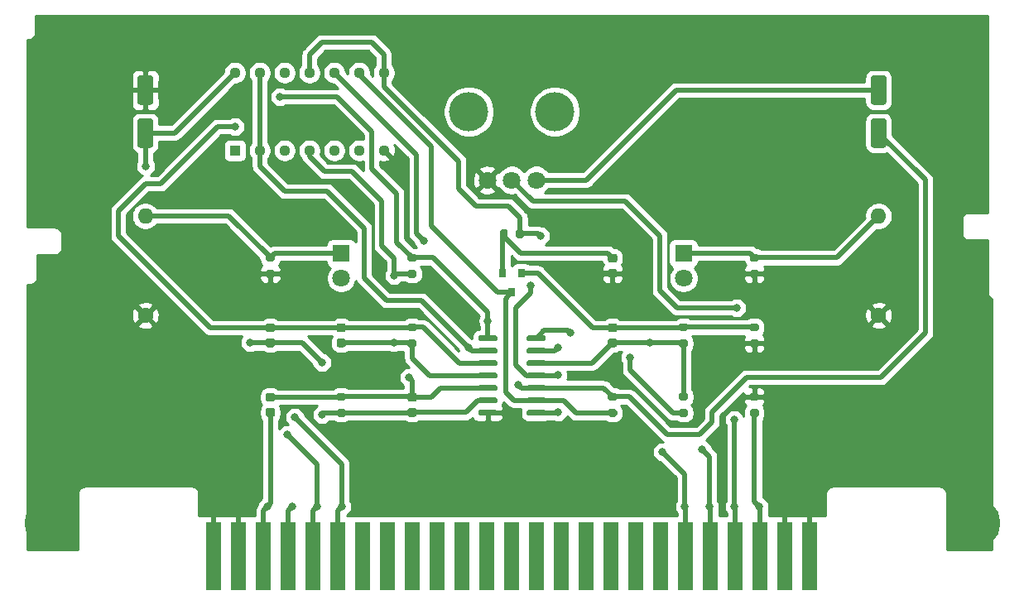
<source format=gbr>
G04 #@! TF.GenerationSoftware,KiCad,Pcbnew,(5.1.7)-1*
G04 #@! TF.CreationDate,2022-04-10T16:59:05-05:00*
G04 #@! TF.ProjectId,ConsolePedal8BitarSMT,436f6e73-6f6c-4655-9065-64616c384269,rev?*
G04 #@! TF.SameCoordinates,Original*
G04 #@! TF.FileFunction,Copper,L1,Top*
G04 #@! TF.FilePolarity,Positive*
%FSLAX46Y46*%
G04 Gerber Fmt 4.6, Leading zero omitted, Abs format (unit mm)*
G04 Created by KiCad (PCBNEW (5.1.7)-1) date 2022-04-10 16:59:05*
%MOMM*%
%LPD*%
G01*
G04 APERTURE LIST*
G04 #@! TA.AperFunction,ComponentPad*
%ADD10R,1.800000X1.800000*%
G04 #@! TD*
G04 #@! TA.AperFunction,ComponentPad*
%ADD11C,1.800000*%
G04 #@! TD*
G04 #@! TA.AperFunction,ComponentPad*
%ADD12C,5.000000*%
G04 #@! TD*
G04 #@! TA.AperFunction,ComponentPad*
%ADD13C,1.600000*%
G04 #@! TD*
G04 #@! TA.AperFunction,ComponentPad*
%ADD14O,1.600000X1.600000*%
G04 #@! TD*
G04 #@! TA.AperFunction,ComponentPad*
%ADD15R,1.130000X1.130000*%
G04 #@! TD*
G04 #@! TA.AperFunction,ComponentPad*
%ADD16C,1.130000*%
G04 #@! TD*
G04 #@! TA.AperFunction,WasherPad*
%ADD17C,4.000000*%
G04 #@! TD*
G04 #@! TA.AperFunction,ConnectorPad*
%ADD18R,1.500000X7.000000*%
G04 #@! TD*
G04 #@! TA.AperFunction,SMDPad,CuDef*
%ADD19R,0.800000X0.900000*%
G04 #@! TD*
G04 #@! TA.AperFunction,ViaPad*
%ADD20C,0.800000*%
G04 #@! TD*
G04 #@! TA.AperFunction,Conductor*
%ADD21C,0.500000*%
G04 #@! TD*
G04 #@! TA.AperFunction,Conductor*
%ADD22C,0.254000*%
G04 #@! TD*
G04 #@! TA.AperFunction,Conductor*
%ADD23C,0.100000*%
G04 #@! TD*
G04 APERTURE END LIST*
D10*
G04 #@! TO.P,D1,1*
G04 #@! TO.N,Net-(D1-Pad1)*
X115250000Y-95000000D03*
D11*
G04 #@! TO.P,D1,2*
G04 #@! TO.N,/LEDPower*
X115250000Y-97540000D03*
G04 #@! TD*
G04 #@! TO.P,D2,2*
G04 #@! TO.N,/LEDPower*
X150250000Y-97540000D03*
D10*
G04 #@! TO.P,D2,1*
G04 #@! TO.N,Net-(D2-Pad1)*
X150250000Y-95000000D03*
G04 #@! TD*
D12*
G04 #@! TO.P,H1,1*
G04 #@! TO.N,GND*
X85350000Y-122600000D03*
G04 #@! TD*
G04 #@! TO.P,H2,1*
G04 #@! TO.N,GND*
X180150000Y-122600000D03*
G04 #@! TD*
D13*
G04 #@! TO.P,R3,1*
G04 #@! TO.N,GND*
X95215000Y-101350000D03*
D14*
G04 #@! TO.P,R3,2*
G04 #@! TO.N,Net-(D1-Pad1)*
X95215000Y-91190000D03*
G04 #@! TD*
D15*
G04 #@! TO.P,IC1,1*
G04 #@! TO.N,/pin1*
X104380000Y-84470000D03*
D16*
G04 #@! TO.P,IC1,2*
G04 #@! TO.N,/pin13*
X106920000Y-84470000D03*
G04 #@! TO.P,IC1,3*
G04 #@! TO.N,/pin3*
X109460000Y-84470000D03*
G04 #@! TO.P,IC1,4*
G04 #@! TO.N,/pin4*
X112000000Y-84470000D03*
G04 #@! TO.P,IC1,5*
G04 #@! TO.N,/pin5*
X114540000Y-84470000D03*
G04 #@! TO.P,IC1,6*
G04 #@! TO.N,/pin6*
X117080000Y-84470000D03*
G04 #@! TO.P,IC1,7*
G04 #@! TO.N,GND*
X119620000Y-84470000D03*
G04 #@! TO.P,IC1,8*
G04 #@! TO.N,/pin11*
X119620000Y-76530000D03*
G04 #@! TO.P,IC1,9*
G04 #@! TO.N,/pin9*
X117080000Y-76530000D03*
G04 #@! TO.P,IC1,10*
G04 #@! TO.N,/pin10*
X114540000Y-76530000D03*
G04 #@! TO.P,IC1,11*
G04 #@! TO.N,/pin11*
X112000000Y-76530000D03*
G04 #@! TO.P,IC1,12*
G04 #@! TO.N,/pin12*
X109460000Y-76530000D03*
G04 #@! TO.P,IC1,13*
G04 #@! TO.N,/pin13*
X106920000Y-76530000D03*
G04 #@! TO.P,IC1,14*
G04 #@! TO.N,+9V*
X104380000Y-76530000D03*
G04 #@! TD*
D11*
G04 #@! TO.P,RV1,3*
G04 #@! TO.N,GND*
X130215000Y-87500000D03*
G04 #@! TO.P,RV1,2*
G04 #@! TO.N,/Output*
X132715000Y-87500000D03*
G04 #@! TO.P,RV1,1*
G04 #@! TO.N,Net-(C8-Pad2)*
X135215000Y-87500000D03*
D17*
G04 #@! TO.P,RV1,*
G04 #@! TO.N,*
X128315000Y-80500000D03*
X137115000Y-80500000D03*
G04 #@! TD*
D18*
G04 #@! TO.P,J1,25*
G04 #@! TO.N,GND*
X163195000Y-126000000D03*
G04 #@! TO.P,J1,24*
X160655000Y-126000000D03*
G04 #@! TO.P,J1,23*
G04 #@! TO.N,/Input*
X158115000Y-126000000D03*
G04 #@! TO.P,J1,22*
G04 #@! TO.N,/Output*
X155575000Y-126000000D03*
G04 #@! TO.P,J1,21*
G04 #@! TO.N,+9V*
X153035000Y-126000000D03*
G04 #@! TO.P,J1,20*
G04 #@! TO.N,/LEDPower*
X150495000Y-126000000D03*
G04 #@! TO.P,J1,19*
G04 #@! TO.N,N/C*
X147955000Y-126000000D03*
G04 #@! TO.P,J1,18*
X145415000Y-126000000D03*
G04 #@! TO.P,J1,17*
X142875000Y-126000000D03*
G04 #@! TO.P,J1,16*
X140335000Y-126000000D03*
G04 #@! TO.P,J1,15*
X137795000Y-126000000D03*
G04 #@! TO.P,J1,14*
X135255000Y-126000000D03*
G04 #@! TO.P,J1,13*
X132715000Y-126000000D03*
G04 #@! TO.P,J1,12*
X130175000Y-126000000D03*
G04 #@! TO.P,J1,11*
X127635000Y-126000000D03*
G04 #@! TO.P,J1,10*
X125095000Y-126000000D03*
G04 #@! TO.P,J1,9*
X122555000Y-126000000D03*
G04 #@! TO.P,J1,8*
X120015000Y-126000000D03*
G04 #@! TO.P,J1,7*
X117475000Y-126000000D03*
G04 #@! TO.P,J1,6*
G04 #@! TO.N,/LEDPower*
X114935000Y-126000000D03*
G04 #@! TO.P,J1,5*
G04 #@! TO.N,+9V*
X112395000Y-126000000D03*
G04 #@! TO.P,J1,4*
G04 #@! TO.N,/Output*
X109855000Y-126000000D03*
G04 #@! TO.P,J1,3*
G04 #@! TO.N,/Input*
X107315000Y-126000000D03*
G04 #@! TO.P,J1,2*
G04 #@! TO.N,GND*
X104775000Y-126000000D03*
G04 #@! TO.P,J1,1*
X102235000Y-126000000D03*
G04 #@! TD*
G04 #@! TO.P,C1,2*
G04 #@! TO.N,/Input*
G04 #@! TA.AperFunction,SMDPad,CuDef*
G36*
G01*
X107750000Y-110825000D02*
X108250000Y-110825000D01*
G75*
G02*
X108475000Y-111050000I0J-225000D01*
G01*
X108475000Y-111500000D01*
G75*
G02*
X108250000Y-111725000I-225000J0D01*
G01*
X107750000Y-111725000D01*
G75*
G02*
X107525000Y-111500000I0J225000D01*
G01*
X107525000Y-111050000D01*
G75*
G02*
X107750000Y-110825000I225000J0D01*
G01*
G37*
G04 #@! TD.AperFunction*
G04 #@! TO.P,C1,1*
G04 #@! TO.N,/pin5*
G04 #@! TA.AperFunction,SMDPad,CuDef*
G36*
G01*
X107750000Y-109275000D02*
X108250000Y-109275000D01*
G75*
G02*
X108475000Y-109500000I0J-225000D01*
G01*
X108475000Y-109950000D01*
G75*
G02*
X108250000Y-110175000I-225000J0D01*
G01*
X107750000Y-110175000D01*
G75*
G02*
X107525000Y-109950000I0J225000D01*
G01*
X107525000Y-109500000D01*
G75*
G02*
X107750000Y-109275000I225000J0D01*
G01*
G37*
G04 #@! TD.AperFunction*
G04 #@! TD*
G04 #@! TO.P,C2,2*
G04 #@! TO.N,/pin5*
G04 #@! TA.AperFunction,SMDPad,CuDef*
G36*
G01*
X122750000Y-110175000D02*
X122250000Y-110175000D01*
G75*
G02*
X122025000Y-109950000I0J225000D01*
G01*
X122025000Y-109500000D01*
G75*
G02*
X122250000Y-109275000I225000J0D01*
G01*
X122750000Y-109275000D01*
G75*
G02*
X122975000Y-109500000I0J-225000D01*
G01*
X122975000Y-109950000D01*
G75*
G02*
X122750000Y-110175000I-225000J0D01*
G01*
G37*
G04 #@! TD.AperFunction*
G04 #@! TO.P,C2,1*
G04 #@! TO.N,/pin6*
G04 #@! TA.AperFunction,SMDPad,CuDef*
G36*
G01*
X122750000Y-111725000D02*
X122250000Y-111725000D01*
G75*
G02*
X122025000Y-111500000I0J225000D01*
G01*
X122025000Y-111050000D01*
G75*
G02*
X122250000Y-110825000I225000J0D01*
G01*
X122750000Y-110825000D01*
G75*
G02*
X122975000Y-111050000I0J-225000D01*
G01*
X122975000Y-111500000D01*
G75*
G02*
X122750000Y-111725000I-225000J0D01*
G01*
G37*
G04 #@! TD.AperFunction*
G04 #@! TD*
G04 #@! TO.P,C3,1*
G04 #@! TO.N,/pin3*
G04 #@! TA.AperFunction,SMDPad,CuDef*
G36*
G01*
X107750000Y-102160000D02*
X108250000Y-102160000D01*
G75*
G02*
X108475000Y-102385000I0J-225000D01*
G01*
X108475000Y-102835000D01*
G75*
G02*
X108250000Y-103060000I-225000J0D01*
G01*
X107750000Y-103060000D01*
G75*
G02*
X107525000Y-102835000I0J225000D01*
G01*
X107525000Y-102385000D01*
G75*
G02*
X107750000Y-102160000I225000J0D01*
G01*
G37*
G04 #@! TD.AperFunction*
G04 #@! TO.P,C3,2*
G04 #@! TO.N,/pin6*
G04 #@! TA.AperFunction,SMDPad,CuDef*
G36*
G01*
X107750000Y-103710000D02*
X108250000Y-103710000D01*
G75*
G02*
X108475000Y-103935000I0J-225000D01*
G01*
X108475000Y-104385000D01*
G75*
G02*
X108250000Y-104610000I-225000J0D01*
G01*
X107750000Y-104610000D01*
G75*
G02*
X107525000Y-104385000I0J225000D01*
G01*
X107525000Y-103935000D01*
G75*
G02*
X107750000Y-103710000I225000J0D01*
G01*
G37*
G04 #@! TD.AperFunction*
G04 #@! TD*
G04 #@! TO.P,C4,2*
G04 #@! TO.N,/pin3*
G04 #@! TA.AperFunction,SMDPad,CuDef*
G36*
G01*
X115500000Y-103060000D02*
X115000000Y-103060000D01*
G75*
G02*
X114775000Y-102835000I0J225000D01*
G01*
X114775000Y-102385000D01*
G75*
G02*
X115000000Y-102160000I225000J0D01*
G01*
X115500000Y-102160000D01*
G75*
G02*
X115725000Y-102385000I0J-225000D01*
G01*
X115725000Y-102835000D01*
G75*
G02*
X115500000Y-103060000I-225000J0D01*
G01*
G37*
G04 #@! TD.AperFunction*
G04 #@! TO.P,C4,1*
G04 #@! TO.N,/pin4*
G04 #@! TA.AperFunction,SMDPad,CuDef*
G36*
G01*
X115500000Y-104610000D02*
X115000000Y-104610000D01*
G75*
G02*
X114775000Y-104385000I0J225000D01*
G01*
X114775000Y-103935000D01*
G75*
G02*
X115000000Y-103710000I225000J0D01*
G01*
X115500000Y-103710000D01*
G75*
G02*
X115725000Y-103935000I0J-225000D01*
G01*
X115725000Y-104385000D01*
G75*
G02*
X115500000Y-104610000I-225000J0D01*
G01*
G37*
G04 #@! TD.AperFunction*
G04 #@! TD*
G04 #@! TO.P,C5,2*
G04 #@! TO.N,GND*
G04 #@! TA.AperFunction,SMDPad,CuDef*
G36*
G01*
X95765000Y-79800000D02*
X94665000Y-79800000D01*
G75*
G02*
X94415000Y-79550000I0J250000D01*
G01*
X94415000Y-77050000D01*
G75*
G02*
X94665000Y-76800000I250000J0D01*
G01*
X95765000Y-76800000D01*
G75*
G02*
X96015000Y-77050000I0J-250000D01*
G01*
X96015000Y-79550000D01*
G75*
G02*
X95765000Y-79800000I-250000J0D01*
G01*
G37*
G04 #@! TD.AperFunction*
G04 #@! TO.P,C5,1*
G04 #@! TO.N,+9V*
G04 #@! TA.AperFunction,SMDPad,CuDef*
G36*
G01*
X95765000Y-84200000D02*
X94665000Y-84200000D01*
G75*
G02*
X94415000Y-83950000I0J250000D01*
G01*
X94415000Y-81450000D01*
G75*
G02*
X94665000Y-81200000I250000J0D01*
G01*
X95765000Y-81200000D01*
G75*
G02*
X96015000Y-81450000I0J-250000D01*
G01*
X96015000Y-83950000D01*
G75*
G02*
X95765000Y-84200000I-250000J0D01*
G01*
G37*
G04 #@! TD.AperFunction*
G04 #@! TD*
G04 #@! TO.P,C6,1*
G04 #@! TO.N,Net-(C6-Pad1)*
G04 #@! TA.AperFunction,SMDPad,CuDef*
G36*
G01*
X142750000Y-102160000D02*
X143250000Y-102160000D01*
G75*
G02*
X143475000Y-102385000I0J-225000D01*
G01*
X143475000Y-102835000D01*
G75*
G02*
X143250000Y-103060000I-225000J0D01*
G01*
X142750000Y-103060000D01*
G75*
G02*
X142525000Y-102835000I0J225000D01*
G01*
X142525000Y-102385000D01*
G75*
G02*
X142750000Y-102160000I225000J0D01*
G01*
G37*
G04 #@! TD.AperFunction*
G04 #@! TO.P,C6,2*
G04 #@! TO.N,/pin12*
G04 #@! TA.AperFunction,SMDPad,CuDef*
G36*
G01*
X142750000Y-103710000D02*
X143250000Y-103710000D01*
G75*
G02*
X143475000Y-103935000I0J-225000D01*
G01*
X143475000Y-104385000D01*
G75*
G02*
X143250000Y-104610000I-225000J0D01*
G01*
X142750000Y-104610000D01*
G75*
G02*
X142525000Y-104385000I0J225000D01*
G01*
X142525000Y-103935000D01*
G75*
G02*
X142750000Y-103710000I225000J0D01*
G01*
G37*
G04 #@! TD.AperFunction*
G04 #@! TD*
G04 #@! TO.P,C7,1*
G04 #@! TO.N,GND*
G04 #@! TA.AperFunction,SMDPad,CuDef*
G36*
G01*
X143250000Y-97495000D02*
X142750000Y-97495000D01*
G75*
G02*
X142525000Y-97270000I0J225000D01*
G01*
X142525000Y-96820000D01*
G75*
G02*
X142750000Y-96595000I225000J0D01*
G01*
X143250000Y-96595000D01*
G75*
G02*
X143475000Y-96820000I0J-225000D01*
G01*
X143475000Y-97270000D01*
G75*
G02*
X143250000Y-97495000I-225000J0D01*
G01*
G37*
G04 #@! TD.AperFunction*
G04 #@! TO.P,C7,2*
G04 #@! TO.N,Net-(C7-Pad2)*
G04 #@! TA.AperFunction,SMDPad,CuDef*
G36*
G01*
X143250000Y-95945000D02*
X142750000Y-95945000D01*
G75*
G02*
X142525000Y-95720000I0J225000D01*
G01*
X142525000Y-95270000D01*
G75*
G02*
X142750000Y-95045000I225000J0D01*
G01*
X143250000Y-95045000D01*
G75*
G02*
X143475000Y-95270000I0J-225000D01*
G01*
X143475000Y-95720000D01*
G75*
G02*
X143250000Y-95945000I-225000J0D01*
G01*
G37*
G04 #@! TD.AperFunction*
G04 #@! TD*
G04 #@! TO.P,C8,1*
G04 #@! TO.N,/pin10*
G04 #@! TA.AperFunction,SMDPad,CuDef*
G36*
G01*
X170765000Y-84200000D02*
X169665000Y-84200000D01*
G75*
G02*
X169415000Y-83950000I0J250000D01*
G01*
X169415000Y-81450000D01*
G75*
G02*
X169665000Y-81200000I250000J0D01*
G01*
X170765000Y-81200000D01*
G75*
G02*
X171015000Y-81450000I0J-250000D01*
G01*
X171015000Y-83950000D01*
G75*
G02*
X170765000Y-84200000I-250000J0D01*
G01*
G37*
G04 #@! TD.AperFunction*
G04 #@! TO.P,C8,2*
G04 #@! TO.N,Net-(C8-Pad2)*
G04 #@! TA.AperFunction,SMDPad,CuDef*
G36*
G01*
X170765000Y-79800000D02*
X169665000Y-79800000D01*
G75*
G02*
X169415000Y-79550000I0J250000D01*
G01*
X169415000Y-77050000D01*
G75*
G02*
X169665000Y-76800000I250000J0D01*
G01*
X170765000Y-76800000D01*
G75*
G02*
X171015000Y-77050000I0J-250000D01*
G01*
X171015000Y-79550000D01*
G75*
G02*
X170765000Y-79800000I-250000J0D01*
G01*
G37*
G04 #@! TD.AperFunction*
G04 #@! TD*
G04 #@! TO.P,IC2,1*
G04 #@! TO.N,/pin1*
G04 #@! TA.AperFunction,SMDPad,CuDef*
G36*
G01*
X129265000Y-103840000D02*
X129265000Y-103540000D01*
G75*
G02*
X129415000Y-103390000I150000J0D01*
G01*
X131065000Y-103390000D01*
G75*
G02*
X131215000Y-103540000I0J-150000D01*
G01*
X131215000Y-103840000D01*
G75*
G02*
X131065000Y-103990000I-150000J0D01*
G01*
X129415000Y-103990000D01*
G75*
G02*
X129265000Y-103840000I0J150000D01*
G01*
G37*
G04 #@! TD.AperFunction*
G04 #@! TO.P,IC2,2*
G04 #@! TO.N,/pin13*
G04 #@! TA.AperFunction,SMDPad,CuDef*
G36*
G01*
X129265000Y-105110000D02*
X129265000Y-104810000D01*
G75*
G02*
X129415000Y-104660000I150000J0D01*
G01*
X131065000Y-104660000D01*
G75*
G02*
X131215000Y-104810000I0J-150000D01*
G01*
X131215000Y-105110000D01*
G75*
G02*
X131065000Y-105260000I-150000J0D01*
G01*
X129415000Y-105260000D01*
G75*
G02*
X129265000Y-105110000I0J150000D01*
G01*
G37*
G04 #@! TD.AperFunction*
G04 #@! TO.P,IC2,3*
G04 #@! TO.N,/pin3*
G04 #@! TA.AperFunction,SMDPad,CuDef*
G36*
G01*
X129265000Y-106380000D02*
X129265000Y-106080000D01*
G75*
G02*
X129415000Y-105930000I150000J0D01*
G01*
X131065000Y-105930000D01*
G75*
G02*
X131215000Y-106080000I0J-150000D01*
G01*
X131215000Y-106380000D01*
G75*
G02*
X131065000Y-106530000I-150000J0D01*
G01*
X129415000Y-106530000D01*
G75*
G02*
X129265000Y-106380000I0J150000D01*
G01*
G37*
G04 #@! TD.AperFunction*
G04 #@! TO.P,IC2,4*
G04 #@! TO.N,/pin4*
G04 #@! TA.AperFunction,SMDPad,CuDef*
G36*
G01*
X129265000Y-107650000D02*
X129265000Y-107350000D01*
G75*
G02*
X129415000Y-107200000I150000J0D01*
G01*
X131065000Y-107200000D01*
G75*
G02*
X131215000Y-107350000I0J-150000D01*
G01*
X131215000Y-107650000D01*
G75*
G02*
X131065000Y-107800000I-150000J0D01*
G01*
X129415000Y-107800000D01*
G75*
G02*
X129265000Y-107650000I0J150000D01*
G01*
G37*
G04 #@! TD.AperFunction*
G04 #@! TO.P,IC2,5*
G04 #@! TO.N,/pin5*
G04 #@! TA.AperFunction,SMDPad,CuDef*
G36*
G01*
X129265000Y-108920000D02*
X129265000Y-108620000D01*
G75*
G02*
X129415000Y-108470000I150000J0D01*
G01*
X131065000Y-108470000D01*
G75*
G02*
X131215000Y-108620000I0J-150000D01*
G01*
X131215000Y-108920000D01*
G75*
G02*
X131065000Y-109070000I-150000J0D01*
G01*
X129415000Y-109070000D01*
G75*
G02*
X129265000Y-108920000I0J150000D01*
G01*
G37*
G04 #@! TD.AperFunction*
G04 #@! TO.P,IC2,6*
G04 #@! TO.N,/pin6*
G04 #@! TA.AperFunction,SMDPad,CuDef*
G36*
G01*
X129265000Y-110190000D02*
X129265000Y-109890000D01*
G75*
G02*
X129415000Y-109740000I150000J0D01*
G01*
X131065000Y-109740000D01*
G75*
G02*
X131215000Y-109890000I0J-150000D01*
G01*
X131215000Y-110190000D01*
G75*
G02*
X131065000Y-110340000I-150000J0D01*
G01*
X129415000Y-110340000D01*
G75*
G02*
X129265000Y-110190000I0J150000D01*
G01*
G37*
G04 #@! TD.AperFunction*
G04 #@! TO.P,IC2,7*
G04 #@! TO.N,GND*
G04 #@! TA.AperFunction,SMDPad,CuDef*
G36*
G01*
X129265000Y-111460000D02*
X129265000Y-111160000D01*
G75*
G02*
X129415000Y-111010000I150000J0D01*
G01*
X131065000Y-111010000D01*
G75*
G02*
X131215000Y-111160000I0J-150000D01*
G01*
X131215000Y-111460000D01*
G75*
G02*
X131065000Y-111610000I-150000J0D01*
G01*
X129415000Y-111610000D01*
G75*
G02*
X129265000Y-111460000I0J150000D01*
G01*
G37*
G04 #@! TD.AperFunction*
G04 #@! TO.P,IC2,8*
G04 #@! TO.N,/pin11*
G04 #@! TA.AperFunction,SMDPad,CuDef*
G36*
G01*
X134215000Y-111460000D02*
X134215000Y-111160000D01*
G75*
G02*
X134365000Y-111010000I150000J0D01*
G01*
X136015000Y-111010000D01*
G75*
G02*
X136165000Y-111160000I0J-150000D01*
G01*
X136165000Y-111460000D01*
G75*
G02*
X136015000Y-111610000I-150000J0D01*
G01*
X134365000Y-111610000D01*
G75*
G02*
X134215000Y-111460000I0J150000D01*
G01*
G37*
G04 #@! TD.AperFunction*
G04 #@! TO.P,IC2,9*
G04 #@! TO.N,/pin9*
G04 #@! TA.AperFunction,SMDPad,CuDef*
G36*
G01*
X134215000Y-110190000D02*
X134215000Y-109890000D01*
G75*
G02*
X134365000Y-109740000I150000J0D01*
G01*
X136015000Y-109740000D01*
G75*
G02*
X136165000Y-109890000I0J-150000D01*
G01*
X136165000Y-110190000D01*
G75*
G02*
X136015000Y-110340000I-150000J0D01*
G01*
X134365000Y-110340000D01*
G75*
G02*
X134215000Y-110190000I0J150000D01*
G01*
G37*
G04 #@! TD.AperFunction*
G04 #@! TO.P,IC2,10*
G04 #@! TO.N,/pin10*
G04 #@! TA.AperFunction,SMDPad,CuDef*
G36*
G01*
X134215000Y-108920000D02*
X134215000Y-108620000D01*
G75*
G02*
X134365000Y-108470000I150000J0D01*
G01*
X136015000Y-108470000D01*
G75*
G02*
X136165000Y-108620000I0J-150000D01*
G01*
X136165000Y-108920000D01*
G75*
G02*
X136015000Y-109070000I-150000J0D01*
G01*
X134365000Y-109070000D01*
G75*
G02*
X134215000Y-108920000I0J150000D01*
G01*
G37*
G04 #@! TD.AperFunction*
G04 #@! TO.P,IC2,11*
G04 #@! TO.N,/pin11*
G04 #@! TA.AperFunction,SMDPad,CuDef*
G36*
G01*
X134215000Y-107650000D02*
X134215000Y-107350000D01*
G75*
G02*
X134365000Y-107200000I150000J0D01*
G01*
X136015000Y-107200000D01*
G75*
G02*
X136165000Y-107350000I0J-150000D01*
G01*
X136165000Y-107650000D01*
G75*
G02*
X136015000Y-107800000I-150000J0D01*
G01*
X134365000Y-107800000D01*
G75*
G02*
X134215000Y-107650000I0J150000D01*
G01*
G37*
G04 #@! TD.AperFunction*
G04 #@! TO.P,IC2,12*
G04 #@! TO.N,/pin12*
G04 #@! TA.AperFunction,SMDPad,CuDef*
G36*
G01*
X134215000Y-106380000D02*
X134215000Y-106080000D01*
G75*
G02*
X134365000Y-105930000I150000J0D01*
G01*
X136015000Y-105930000D01*
G75*
G02*
X136165000Y-106080000I0J-150000D01*
G01*
X136165000Y-106380000D01*
G75*
G02*
X136015000Y-106530000I-150000J0D01*
G01*
X134365000Y-106530000D01*
G75*
G02*
X134215000Y-106380000I0J150000D01*
G01*
G37*
G04 #@! TD.AperFunction*
G04 #@! TO.P,IC2,13*
G04 #@! TO.N,/pin13*
G04 #@! TA.AperFunction,SMDPad,CuDef*
G36*
G01*
X134215000Y-105110000D02*
X134215000Y-104810000D01*
G75*
G02*
X134365000Y-104660000I150000J0D01*
G01*
X136015000Y-104660000D01*
G75*
G02*
X136165000Y-104810000I0J-150000D01*
G01*
X136165000Y-105110000D01*
G75*
G02*
X136015000Y-105260000I-150000J0D01*
G01*
X134365000Y-105260000D01*
G75*
G02*
X134215000Y-105110000I0J150000D01*
G01*
G37*
G04 #@! TD.AperFunction*
G04 #@! TO.P,IC2,14*
G04 #@! TO.N,+9V*
G04 #@! TA.AperFunction,SMDPad,CuDef*
G36*
G01*
X134215000Y-103840000D02*
X134215000Y-103540000D01*
G75*
G02*
X134365000Y-103390000I150000J0D01*
G01*
X136015000Y-103390000D01*
G75*
G02*
X136165000Y-103540000I0J-150000D01*
G01*
X136165000Y-103840000D01*
G75*
G02*
X136015000Y-103990000I-150000J0D01*
G01*
X134365000Y-103990000D01*
G75*
G02*
X134215000Y-103840000I0J150000D01*
G01*
G37*
G04 #@! TD.AperFunction*
G04 #@! TD*
D19*
G04 #@! TO.P,Q1,1*
G04 #@! TO.N,Net-(C6-Pad1)*
X133665000Y-97000000D03*
G04 #@! TO.P,Q1,2*
G04 #@! TO.N,Net-(C7-Pad2)*
X131765000Y-97000000D03*
G04 #@! TO.P,Q1,3*
G04 #@! TO.N,/pin9*
X132715000Y-99000000D03*
G04 #@! TD*
G04 #@! TO.P,R1,1*
G04 #@! TO.N,/Input*
G04 #@! TA.AperFunction,SMDPad,CuDef*
G36*
G01*
X157775000Y-111725000D02*
X157225000Y-111725000D01*
G75*
G02*
X157025000Y-111525000I0J200000D01*
G01*
X157025000Y-111125000D01*
G75*
G02*
X157225000Y-110925000I200000J0D01*
G01*
X157775000Y-110925000D01*
G75*
G02*
X157975000Y-111125000I0J-200000D01*
G01*
X157975000Y-111525000D01*
G75*
G02*
X157775000Y-111725000I-200000J0D01*
G01*
G37*
G04 #@! TD.AperFunction*
G04 #@! TO.P,R1,2*
G04 #@! TO.N,GND*
G04 #@! TA.AperFunction,SMDPad,CuDef*
G36*
G01*
X157775000Y-110075000D02*
X157225000Y-110075000D01*
G75*
G02*
X157025000Y-109875000I0J200000D01*
G01*
X157025000Y-109475000D01*
G75*
G02*
X157225000Y-109275000I200000J0D01*
G01*
X157775000Y-109275000D01*
G75*
G02*
X157975000Y-109475000I0J-200000D01*
G01*
X157975000Y-109875000D01*
G75*
G02*
X157775000Y-110075000I-200000J0D01*
G01*
G37*
G04 #@! TD.AperFunction*
G04 #@! TD*
G04 #@! TO.P,R2,2*
G04 #@! TO.N,/pin5*
G04 #@! TA.AperFunction,SMDPad,CuDef*
G36*
G01*
X115525000Y-110075000D02*
X114975000Y-110075000D01*
G75*
G02*
X114775000Y-109875000I0J200000D01*
G01*
X114775000Y-109475000D01*
G75*
G02*
X114975000Y-109275000I200000J0D01*
G01*
X115525000Y-109275000D01*
G75*
G02*
X115725000Y-109475000I0J-200000D01*
G01*
X115725000Y-109875000D01*
G75*
G02*
X115525000Y-110075000I-200000J0D01*
G01*
G37*
G04 #@! TD.AperFunction*
G04 #@! TO.P,R2,1*
G04 #@! TO.N,/pin6*
G04 #@! TA.AperFunction,SMDPad,CuDef*
G36*
G01*
X115525000Y-111725000D02*
X114975000Y-111725000D01*
G75*
G02*
X114775000Y-111525000I0J200000D01*
G01*
X114775000Y-111125000D01*
G75*
G02*
X114975000Y-110925000I200000J0D01*
G01*
X115525000Y-110925000D01*
G75*
G02*
X115725000Y-111125000I0J-200000D01*
G01*
X115725000Y-111525000D01*
G75*
G02*
X115525000Y-111725000I-200000J0D01*
G01*
G37*
G04 #@! TD.AperFunction*
G04 #@! TD*
G04 #@! TO.P,R4,2*
G04 #@! TO.N,/pin3*
G04 #@! TA.AperFunction,SMDPad,CuDef*
G36*
G01*
X122775000Y-102960000D02*
X122225000Y-102960000D01*
G75*
G02*
X122025000Y-102760000I0J200000D01*
G01*
X122025000Y-102360000D01*
G75*
G02*
X122225000Y-102160000I200000J0D01*
G01*
X122775000Y-102160000D01*
G75*
G02*
X122975000Y-102360000I0J-200000D01*
G01*
X122975000Y-102760000D01*
G75*
G02*
X122775000Y-102960000I-200000J0D01*
G01*
G37*
G04 #@! TD.AperFunction*
G04 #@! TO.P,R4,1*
G04 #@! TO.N,/pin4*
G04 #@! TA.AperFunction,SMDPad,CuDef*
G36*
G01*
X122775000Y-104610000D02*
X122225000Y-104610000D01*
G75*
G02*
X122025000Y-104410000I0J200000D01*
G01*
X122025000Y-104010000D01*
G75*
G02*
X122225000Y-103810000I200000J0D01*
G01*
X122775000Y-103810000D01*
G75*
G02*
X122975000Y-104010000I0J-200000D01*
G01*
X122975000Y-104410000D01*
G75*
G02*
X122775000Y-104610000I-200000J0D01*
G01*
G37*
G04 #@! TD.AperFunction*
G04 #@! TD*
G04 #@! TO.P,R5,2*
G04 #@! TO.N,/pin4*
G04 #@! TA.AperFunction,SMDPad,CuDef*
G36*
G01*
X122225000Y-96695000D02*
X122775000Y-96695000D01*
G75*
G02*
X122975000Y-96895000I0J-200000D01*
G01*
X122975000Y-97295000D01*
G75*
G02*
X122775000Y-97495000I-200000J0D01*
G01*
X122225000Y-97495000D01*
G75*
G02*
X122025000Y-97295000I0J200000D01*
G01*
X122025000Y-96895000D01*
G75*
G02*
X122225000Y-96695000I200000J0D01*
G01*
G37*
G04 #@! TD.AperFunction*
G04 #@! TO.P,R5,1*
G04 #@! TO.N,/pin1*
G04 #@! TA.AperFunction,SMDPad,CuDef*
G36*
G01*
X122225000Y-95045000D02*
X122775000Y-95045000D01*
G75*
G02*
X122975000Y-95245000I0J-200000D01*
G01*
X122975000Y-95645000D01*
G75*
G02*
X122775000Y-95845000I-200000J0D01*
G01*
X122225000Y-95845000D01*
G75*
G02*
X122025000Y-95645000I0J200000D01*
G01*
X122025000Y-95245000D01*
G75*
G02*
X122225000Y-95045000I200000J0D01*
G01*
G37*
G04 #@! TD.AperFunction*
G04 #@! TD*
G04 #@! TO.P,R6,1*
G04 #@! TO.N,/pin12*
G04 #@! TA.AperFunction,SMDPad,CuDef*
G36*
G01*
X149975000Y-109275000D02*
X150525000Y-109275000D01*
G75*
G02*
X150725000Y-109475000I0J-200000D01*
G01*
X150725000Y-109875000D01*
G75*
G02*
X150525000Y-110075000I-200000J0D01*
G01*
X149975000Y-110075000D01*
G75*
G02*
X149775000Y-109875000I0J200000D01*
G01*
X149775000Y-109475000D01*
G75*
G02*
X149975000Y-109275000I200000J0D01*
G01*
G37*
G04 #@! TD.AperFunction*
G04 #@! TO.P,R6,2*
G04 #@! TO.N,/pin1*
G04 #@! TA.AperFunction,SMDPad,CuDef*
G36*
G01*
X149975000Y-110925000D02*
X150525000Y-110925000D01*
G75*
G02*
X150725000Y-111125000I0J-200000D01*
G01*
X150725000Y-111525000D01*
G75*
G02*
X150525000Y-111725000I-200000J0D01*
G01*
X149975000Y-111725000D01*
G75*
G02*
X149775000Y-111525000I0J200000D01*
G01*
X149775000Y-111125000D01*
G75*
G02*
X149975000Y-110925000I200000J0D01*
G01*
G37*
G04 #@! TD.AperFunction*
G04 #@! TD*
G04 #@! TO.P,R7,2*
G04 #@! TO.N,Net-(C6-Pad1)*
G04 #@! TA.AperFunction,SMDPad,CuDef*
G36*
G01*
X150525000Y-102960000D02*
X149975000Y-102960000D01*
G75*
G02*
X149775000Y-102760000I0J200000D01*
G01*
X149775000Y-102360000D01*
G75*
G02*
X149975000Y-102160000I200000J0D01*
G01*
X150525000Y-102160000D01*
G75*
G02*
X150725000Y-102360000I0J-200000D01*
G01*
X150725000Y-102760000D01*
G75*
G02*
X150525000Y-102960000I-200000J0D01*
G01*
G37*
G04 #@! TD.AperFunction*
G04 #@! TO.P,R7,1*
G04 #@! TO.N,/pin12*
G04 #@! TA.AperFunction,SMDPad,CuDef*
G36*
G01*
X150525000Y-104610000D02*
X149975000Y-104610000D01*
G75*
G02*
X149775000Y-104410000I0J200000D01*
G01*
X149775000Y-104010000D01*
G75*
G02*
X149975000Y-103810000I200000J0D01*
G01*
X150525000Y-103810000D01*
G75*
G02*
X150725000Y-104010000I0J-200000D01*
G01*
X150725000Y-104410000D01*
G75*
G02*
X150525000Y-104610000I-200000J0D01*
G01*
G37*
G04 #@! TD.AperFunction*
G04 #@! TD*
G04 #@! TO.P,R8,1*
G04 #@! TO.N,Net-(C6-Pad1)*
G04 #@! TA.AperFunction,SMDPad,CuDef*
G36*
G01*
X157225000Y-102160000D02*
X157775000Y-102160000D01*
G75*
G02*
X157975000Y-102360000I0J-200000D01*
G01*
X157975000Y-102760000D01*
G75*
G02*
X157775000Y-102960000I-200000J0D01*
G01*
X157225000Y-102960000D01*
G75*
G02*
X157025000Y-102760000I0J200000D01*
G01*
X157025000Y-102360000D01*
G75*
G02*
X157225000Y-102160000I200000J0D01*
G01*
G37*
G04 #@! TD.AperFunction*
G04 #@! TO.P,R8,2*
G04 #@! TO.N,GND*
G04 #@! TA.AperFunction,SMDPad,CuDef*
G36*
G01*
X157225000Y-103810000D02*
X157775000Y-103810000D01*
G75*
G02*
X157975000Y-104010000I0J-200000D01*
G01*
X157975000Y-104410000D01*
G75*
G02*
X157775000Y-104610000I-200000J0D01*
G01*
X157225000Y-104610000D01*
G75*
G02*
X157025000Y-104410000I0J200000D01*
G01*
X157025000Y-104010000D01*
G75*
G02*
X157225000Y-103810000I200000J0D01*
G01*
G37*
G04 #@! TD.AperFunction*
G04 #@! TD*
G04 #@! TO.P,R9,1*
G04 #@! TO.N,/pin10*
G04 #@! TA.AperFunction,SMDPad,CuDef*
G36*
G01*
X142725000Y-109275000D02*
X143275000Y-109275000D01*
G75*
G02*
X143475000Y-109475000I0J-200000D01*
G01*
X143475000Y-109875000D01*
G75*
G02*
X143275000Y-110075000I-200000J0D01*
G01*
X142725000Y-110075000D01*
G75*
G02*
X142525000Y-109875000I0J200000D01*
G01*
X142525000Y-109475000D01*
G75*
G02*
X142725000Y-109275000I200000J0D01*
G01*
G37*
G04 #@! TD.AperFunction*
G04 #@! TO.P,R9,2*
G04 #@! TO.N,/pin9*
G04 #@! TA.AperFunction,SMDPad,CuDef*
G36*
G01*
X142725000Y-110925000D02*
X143275000Y-110925000D01*
G75*
G02*
X143475000Y-111125000I0J-200000D01*
G01*
X143475000Y-111525000D01*
G75*
G02*
X143275000Y-111725000I-200000J0D01*
G01*
X142725000Y-111725000D01*
G75*
G02*
X142525000Y-111525000I0J200000D01*
G01*
X142525000Y-111125000D01*
G75*
G02*
X142725000Y-110925000I200000J0D01*
G01*
G37*
G04 #@! TD.AperFunction*
G04 #@! TD*
G04 #@! TO.P,R10,1*
G04 #@! TO.N,Net-(C7-Pad2)*
G04 #@! TA.AperFunction,SMDPad,CuDef*
G36*
G01*
X131490000Y-93275000D02*
X131490000Y-92725000D01*
G75*
G02*
X131690000Y-92525000I200000J0D01*
G01*
X132090000Y-92525000D01*
G75*
G02*
X132290000Y-92725000I0J-200000D01*
G01*
X132290000Y-93275000D01*
G75*
G02*
X132090000Y-93475000I-200000J0D01*
G01*
X131690000Y-93475000D01*
G75*
G02*
X131490000Y-93275000I0J200000D01*
G01*
G37*
G04 #@! TD.AperFunction*
G04 #@! TO.P,R10,2*
G04 #@! TO.N,/pin11*
G04 #@! TA.AperFunction,SMDPad,CuDef*
G36*
G01*
X133140000Y-93275000D02*
X133140000Y-92725000D01*
G75*
G02*
X133340000Y-92525000I200000J0D01*
G01*
X133740000Y-92525000D01*
G75*
G02*
X133940000Y-92725000I0J-200000D01*
G01*
X133940000Y-93275000D01*
G75*
G02*
X133740000Y-93475000I-200000J0D01*
G01*
X133340000Y-93475000D01*
G75*
G02*
X133140000Y-93275000I0J200000D01*
G01*
G37*
G04 #@! TD.AperFunction*
G04 #@! TD*
D13*
G04 #@! TO.P,R11,1*
G04 #@! TO.N,GND*
X170215000Y-101350000D03*
D14*
G04 #@! TO.P,R11,2*
G04 #@! TO.N,Net-(D2-Pad1)*
X170215000Y-91190000D03*
G04 #@! TD*
G04 #@! TO.P,R12,1*
G04 #@! TO.N,GND*
G04 #@! TA.AperFunction,SMDPad,CuDef*
G36*
G01*
X108275000Y-97495000D02*
X107725000Y-97495000D01*
G75*
G02*
X107525000Y-97295000I0J200000D01*
G01*
X107525000Y-96895000D01*
G75*
G02*
X107725000Y-96695000I200000J0D01*
G01*
X108275000Y-96695000D01*
G75*
G02*
X108475000Y-96895000I0J-200000D01*
G01*
X108475000Y-97295000D01*
G75*
G02*
X108275000Y-97495000I-200000J0D01*
G01*
G37*
G04 #@! TD.AperFunction*
G04 #@! TO.P,R12,2*
G04 #@! TO.N,Net-(D1-Pad1)*
G04 #@! TA.AperFunction,SMDPad,CuDef*
G36*
G01*
X108275000Y-95845000D02*
X107725000Y-95845000D01*
G75*
G02*
X107525000Y-95645000I0J200000D01*
G01*
X107525000Y-95245000D01*
G75*
G02*
X107725000Y-95045000I200000J0D01*
G01*
X108275000Y-95045000D01*
G75*
G02*
X108475000Y-95245000I0J-200000D01*
G01*
X108475000Y-95645000D01*
G75*
G02*
X108275000Y-95845000I-200000J0D01*
G01*
G37*
G04 #@! TD.AperFunction*
G04 #@! TD*
G04 #@! TO.P,R13,2*
G04 #@! TO.N,Net-(D2-Pad1)*
G04 #@! TA.AperFunction,SMDPad,CuDef*
G36*
G01*
X157775000Y-95845000D02*
X157225000Y-95845000D01*
G75*
G02*
X157025000Y-95645000I0J200000D01*
G01*
X157025000Y-95245000D01*
G75*
G02*
X157225000Y-95045000I200000J0D01*
G01*
X157775000Y-95045000D01*
G75*
G02*
X157975000Y-95245000I0J-200000D01*
G01*
X157975000Y-95645000D01*
G75*
G02*
X157775000Y-95845000I-200000J0D01*
G01*
G37*
G04 #@! TD.AperFunction*
G04 #@! TO.P,R13,1*
G04 #@! TO.N,GND*
G04 #@! TA.AperFunction,SMDPad,CuDef*
G36*
G01*
X157775000Y-97495000D02*
X157225000Y-97495000D01*
G75*
G02*
X157025000Y-97295000I0J200000D01*
G01*
X157025000Y-96895000D01*
G75*
G02*
X157225000Y-96695000I200000J0D01*
G01*
X157775000Y-96695000D01*
G75*
G02*
X157975000Y-96895000I0J-200000D01*
G01*
X157975000Y-97295000D01*
G75*
G02*
X157775000Y-97495000I-200000J0D01*
G01*
G37*
G04 #@! TD.AperFunction*
G04 #@! TD*
D20*
G04 #@! TO.N,GND*
X160528000Y-120904000D03*
X163068000Y-120904000D03*
X105156000Y-120904000D03*
X102616000Y-120904000D03*
X140970000Y-97282000D03*
X132334000Y-111506000D03*
G04 #@! TO.N,/LEDPower*
X115316000Y-120904000D03*
X150368000Y-120904000D03*
X148082000Y-115316000D03*
X110490000Y-111760000D03*
G04 #@! TO.N,/Input*
X157988000Y-120904000D03*
X107696000Y-120904000D03*
G04 #@! TO.N,/Output*
X155448000Y-120904000D03*
X110236000Y-120904000D03*
X155448000Y-112014000D03*
X155702000Y-100584000D03*
G04 #@! TO.N,+9V*
X112776000Y-120904000D03*
X152908000Y-120904000D03*
X109728000Y-113538000D03*
X95250000Y-86106000D03*
X152146000Y-115062000D03*
X138684000Y-103124000D03*
G04 #@! TO.N,/pin5*
X122174000Y-107696000D03*
G04 #@! TO.N,/pin6*
X113284000Y-111506000D03*
X113284000Y-106172000D03*
X105918000Y-104140000D03*
G04 #@! TO.N,/pin3*
X104394000Y-82042000D03*
G04 #@! TO.N,/pin4*
X120650000Y-97282000D03*
X120630000Y-104160000D03*
G04 #@! TO.N,/pin12*
X146792000Y-104160000D03*
G04 #@! TO.N,/pin10*
X133350000Y-108458000D03*
X123698000Y-93726000D03*
G04 #@! TO.N,/pin1*
X144780000Y-105664000D03*
X130240000Y-101916000D03*
X108966000Y-78994000D03*
G04 #@! TO.N,/pin13*
X128270000Y-104648000D03*
X137414000Y-104648000D03*
G04 #@! TO.N,/pin11*
X137414000Y-107442000D03*
X137414000Y-111252000D03*
X134620000Y-98298000D03*
X135636000Y-93218000D03*
G04 #@! TD*
D21*
G04 #@! TO.N,GND*
X160655000Y-121031000D02*
X160528000Y-120904000D01*
X160655000Y-126000000D02*
X160655000Y-121031000D01*
X163195000Y-121031000D02*
X163068000Y-120904000D01*
X163195000Y-126000000D02*
X163195000Y-121031000D01*
X104775000Y-121285000D02*
X105156000Y-120904000D01*
X104775000Y-126000000D02*
X104775000Y-121285000D01*
X102235000Y-121285000D02*
X102616000Y-120904000D01*
X102235000Y-126000000D02*
X102235000Y-121285000D01*
X141207000Y-97045000D02*
X140970000Y-97282000D01*
X143000000Y-97045000D02*
X141207000Y-97045000D01*
X132138000Y-111310000D02*
X132334000Y-111506000D01*
X130240000Y-111310000D02*
X132138000Y-111310000D01*
G04 #@! TO.N,/LEDPower*
X114935000Y-121285000D02*
X115316000Y-120904000D01*
X114935000Y-126000000D02*
X114935000Y-121285000D01*
X150495000Y-121031000D02*
X150368000Y-120904000D01*
X150495000Y-126000000D02*
X150495000Y-121031000D01*
X150368000Y-117602000D02*
X148082000Y-115316000D01*
X150368000Y-120904000D02*
X150368000Y-117602000D01*
X115316000Y-116586000D02*
X110490000Y-111760000D01*
X115316000Y-120904000D02*
X115316000Y-116586000D01*
G04 #@! TO.N,/Input*
X158115000Y-121031000D02*
X157988000Y-120904000D01*
X158115000Y-126000000D02*
X158115000Y-121031000D01*
X107315000Y-121285000D02*
X107696000Y-120904000D01*
X107315000Y-126000000D02*
X107315000Y-121285000D01*
X108000000Y-120600000D02*
X107696000Y-120904000D01*
X108000000Y-111275000D02*
X108000000Y-120600000D01*
X157500000Y-120416000D02*
X157988000Y-120904000D01*
X157500000Y-111325000D02*
X157500000Y-120416000D01*
G04 #@! TO.N,/Output*
X155575000Y-121031000D02*
X155448000Y-120904000D01*
X155575000Y-126000000D02*
X155575000Y-121031000D01*
X109855000Y-121285000D02*
X110236000Y-120904000D01*
X109855000Y-126000000D02*
X109855000Y-121285000D01*
X155448000Y-120904000D02*
X155448000Y-112014000D01*
X132715000Y-87500000D02*
X134877000Y-89662000D01*
X134877000Y-89662000D02*
X144272000Y-89662000D01*
X144272000Y-89662000D02*
X147828000Y-93218000D01*
X147828000Y-93218000D02*
X147828000Y-98806000D01*
X149606000Y-100584000D02*
X155702000Y-100584000D01*
X147828000Y-98806000D02*
X149606000Y-100584000D01*
G04 #@! TO.N,+9V*
X112395000Y-121285000D02*
X112776000Y-120904000D01*
X112395000Y-126000000D02*
X112395000Y-121285000D01*
X153035000Y-121031000D02*
X152908000Y-120904000D01*
X153035000Y-126000000D02*
X153035000Y-121031000D01*
X98210000Y-82700000D02*
X104380000Y-76530000D01*
X95215000Y-82700000D02*
X98210000Y-82700000D01*
X112776000Y-116586000D02*
X109728000Y-113538000D01*
X112776000Y-120904000D02*
X112776000Y-116586000D01*
X95215000Y-86071000D02*
X95250000Y-86106000D01*
X95215000Y-82700000D02*
X95215000Y-86071000D01*
X152908000Y-115824000D02*
X152146000Y-115062000D01*
X152908000Y-120904000D02*
X152908000Y-115824000D01*
X135190000Y-103690000D02*
X136010000Y-102870000D01*
X138430000Y-102870000D02*
X138684000Y-103124000D01*
X136010000Y-102870000D02*
X138430000Y-102870000D01*
G04 #@! TO.N,Net-(D1-Pad1)*
X103745000Y-91190000D02*
X108000000Y-95445000D01*
X95215000Y-91190000D02*
X103745000Y-91190000D01*
X108445000Y-95000000D02*
X108000000Y-95445000D01*
X115250000Y-95000000D02*
X108445000Y-95000000D01*
G04 #@! TO.N,/pin5*
X115200000Y-109725000D02*
X115250000Y-109675000D01*
X108000000Y-109725000D02*
X115200000Y-109725000D01*
X122450000Y-109675000D02*
X122500000Y-109725000D01*
X115250000Y-109675000D02*
X122450000Y-109675000D01*
X130240000Y-108770000D02*
X125418000Y-108770000D01*
X124463000Y-109725000D02*
X122500000Y-109725000D01*
X125418000Y-108770000D02*
X124463000Y-109725000D01*
X122500000Y-108022000D02*
X122174000Y-107696000D01*
X122500000Y-109725000D02*
X122500000Y-108022000D01*
G04 #@! TO.N,/pin6*
X122450000Y-111325000D02*
X122500000Y-111275000D01*
X115250000Y-111325000D02*
X122450000Y-111325000D01*
X130240000Y-110040000D02*
X129228000Y-110040000D01*
X127993000Y-111275000D02*
X122500000Y-111275000D01*
X129228000Y-110040000D02*
X127993000Y-111275000D01*
X113465000Y-111325000D02*
X113284000Y-111506000D01*
X115250000Y-111325000D02*
X113465000Y-111325000D01*
X111272000Y-104160000D02*
X113284000Y-106172000D01*
X108000000Y-104160000D02*
X111272000Y-104160000D01*
X105938000Y-104160000D02*
X105918000Y-104140000D01*
X108000000Y-104160000D02*
X105938000Y-104160000D01*
G04 #@! TO.N,/pin3*
X108000000Y-102610000D02*
X115250000Y-102610000D01*
X122450000Y-102610000D02*
X122500000Y-102560000D01*
X115250000Y-102610000D02*
X122450000Y-102610000D01*
X130240000Y-106230000D02*
X127312000Y-106230000D01*
X123642000Y-102560000D02*
X122500000Y-102560000D01*
X127312000Y-106230000D02*
X123642000Y-102560000D01*
X108000000Y-102610000D02*
X101848000Y-102610000D01*
X101848000Y-102610000D02*
X92456000Y-93218000D01*
X92456000Y-93218000D02*
X92456000Y-90678000D01*
X92456000Y-90678000D02*
X95250000Y-87884000D01*
X95250000Y-87884000D02*
X96774000Y-87884000D01*
X102616000Y-82042000D02*
X104394000Y-82042000D01*
X96774000Y-87884000D02*
X102616000Y-82042000D01*
G04 #@! TO.N,/pin4*
X122450000Y-104160000D02*
X122500000Y-104210000D01*
X115250000Y-104160000D02*
X118852000Y-104160000D01*
X130240000Y-107500000D02*
X124264000Y-107500000D01*
X122500000Y-105736000D02*
X122500000Y-104210000D01*
X124264000Y-107500000D02*
X122500000Y-105736000D01*
X118852000Y-104160000D02*
X120630000Y-104160000D01*
X120837000Y-97095000D02*
X120650000Y-97282000D01*
X122500000Y-97095000D02*
X120837000Y-97095000D01*
X120630000Y-104160000D02*
X122450000Y-104160000D01*
X120650000Y-97282000D02*
X120650000Y-95504000D01*
X120650000Y-95504000D02*
X119380000Y-94234000D01*
X119380000Y-94234000D02*
X119380000Y-89662000D01*
X119380000Y-89662000D02*
X116332000Y-86614000D01*
X116332000Y-86614000D02*
X113538000Y-86614000D01*
X112000000Y-85076000D02*
X112000000Y-84470000D01*
X113538000Y-86614000D02*
X112000000Y-85076000D01*
G04 #@! TO.N,/pin12*
X150200000Y-104160000D02*
X150250000Y-104210000D01*
X143000000Y-104160000D02*
X146792000Y-104160000D01*
X150250000Y-109675000D02*
X150250000Y-104210000D01*
X140930000Y-106230000D02*
X143000000Y-104160000D01*
X135190000Y-106230000D02*
X140930000Y-106230000D01*
X146792000Y-104160000D02*
X150200000Y-104160000D01*
G04 #@! TO.N,Net-(C6-Pad1)*
X150200000Y-102610000D02*
X150250000Y-102560000D01*
X143000000Y-102610000D02*
X150200000Y-102610000D01*
X150250000Y-102560000D02*
X157500000Y-102560000D01*
X133665000Y-97000000D02*
X135354000Y-97000000D01*
X140964000Y-102610000D02*
X143000000Y-102610000D01*
X135354000Y-97000000D02*
X140964000Y-102610000D01*
G04 #@! TO.N,Net-(C7-Pad2)*
X131765000Y-93125000D02*
X131890000Y-93000000D01*
X131765000Y-97000000D02*
X131765000Y-93125000D01*
X131890000Y-93000000D02*
X131890000Y-93282000D01*
X131890000Y-93282000D02*
X133604000Y-94996000D01*
X142501000Y-94996000D02*
X143000000Y-95495000D01*
X133604000Y-94996000D02*
X142501000Y-94996000D01*
G04 #@! TO.N,/pin10*
X142095000Y-108770000D02*
X143000000Y-109675000D01*
X135190000Y-108770000D02*
X142095000Y-108770000D01*
X170215000Y-82700000D02*
X175006000Y-87491000D01*
X175006000Y-87491000D02*
X175006000Y-103124000D01*
X175006000Y-103124000D02*
X170434000Y-107696000D01*
X170434000Y-107696000D02*
X156718000Y-107696000D01*
X156718000Y-107696000D02*
X153162000Y-111252000D01*
X153162000Y-111252000D02*
X153162000Y-112268000D01*
X153162000Y-112268000D02*
X151892000Y-113538000D01*
X151892000Y-113538000D02*
X148590000Y-113538000D01*
X144727000Y-109675000D02*
X143000000Y-109675000D01*
X148590000Y-113538000D02*
X144727000Y-109675000D01*
X133662000Y-108770000D02*
X133350000Y-108458000D01*
X135190000Y-108770000D02*
X133662000Y-108770000D01*
X114540000Y-76530000D02*
X122936000Y-84926000D01*
X122936000Y-92964000D02*
X123698000Y-93726000D01*
X122936000Y-84926000D02*
X122936000Y-92964000D01*
G04 #@! TO.N,Net-(C8-Pad2)*
X135215000Y-87500000D02*
X140338000Y-87500000D01*
X149538000Y-78300000D02*
X170215000Y-78300000D01*
X140338000Y-87500000D02*
X149538000Y-78300000D01*
G04 #@! TO.N,/pin1*
X130240000Y-103690000D02*
X130240000Y-101916000D01*
X124655000Y-95445000D02*
X122500000Y-95445000D01*
X130240000Y-101030000D02*
X124655000Y-95445000D01*
X150250000Y-111325000D02*
X149171000Y-111325000D01*
X144780000Y-106934000D02*
X144780000Y-105664000D01*
X149171000Y-111325000D02*
X144780000Y-106934000D01*
X130240000Y-101916000D02*
X130240000Y-101030000D01*
X122500000Y-95445000D02*
X120904000Y-93849000D01*
X120904000Y-93849000D02*
X120904000Y-88900000D01*
X120904000Y-88900000D02*
X118364000Y-86360000D01*
X118364000Y-86360000D02*
X118364000Y-82550000D01*
X114808000Y-78994000D02*
X108966000Y-78994000D01*
X118364000Y-82550000D02*
X114808000Y-78994000D01*
G04 #@! TO.N,/pin13*
X128582000Y-104960000D02*
X128270000Y-104648000D01*
X130240000Y-104960000D02*
X128582000Y-104960000D01*
X137102000Y-104960000D02*
X137414000Y-104648000D01*
X135190000Y-104960000D02*
X137102000Y-104960000D01*
X106920000Y-84470000D02*
X106920000Y-76530000D01*
X128270000Y-104648000D02*
X123444000Y-99822000D01*
X123444000Y-99822000D02*
X119888000Y-99822000D01*
X119888000Y-99822000D02*
X117602000Y-97536000D01*
X117602000Y-97536000D02*
X117602000Y-92456000D01*
X117602000Y-92456000D02*
X113792000Y-88646000D01*
X113792000Y-88646000D02*
X109474000Y-88646000D01*
X106920000Y-86092000D02*
X106920000Y-84470000D01*
X109474000Y-88646000D02*
X106920000Y-86092000D01*
G04 #@! TO.N,/pin11*
X137356000Y-107500000D02*
X137414000Y-107442000D01*
X135190000Y-107500000D02*
X137356000Y-107500000D01*
X137356000Y-111310000D02*
X137414000Y-111252000D01*
X135190000Y-111310000D02*
X137356000Y-111310000D01*
X134215000Y-107500000D02*
X133096000Y-106381000D01*
X135190000Y-107500000D02*
X134215000Y-107500000D01*
X133096000Y-106381000D02*
X133096000Y-100584000D01*
X134620000Y-99060000D02*
X134620000Y-98298000D01*
X133096000Y-100584000D02*
X134620000Y-99060000D01*
X135418000Y-93000000D02*
X135636000Y-93218000D01*
X133540000Y-93000000D02*
X135418000Y-93000000D01*
X112000000Y-76530000D02*
X112000000Y-74690000D01*
X112000000Y-74690000D02*
X113284000Y-73406000D01*
X119620000Y-76530000D02*
X119620000Y-74662000D01*
X118364000Y-73406000D02*
X113284000Y-73406000D01*
X119620000Y-74662000D02*
X118364000Y-73406000D01*
X119620000Y-76530000D02*
X119620000Y-77964000D01*
X119620000Y-77964000D02*
X127254000Y-85598000D01*
X127254000Y-85598000D02*
X127254000Y-88392000D01*
X127254000Y-88392000D02*
X129032000Y-90170000D01*
X129032000Y-90170000D02*
X132334000Y-90170000D01*
X133540000Y-91376000D02*
X133540000Y-93000000D01*
X132334000Y-90170000D02*
X133540000Y-91376000D01*
G04 #@! TO.N,/pin9*
X135190000Y-110040000D02*
X137980000Y-110040000D01*
X139265000Y-111325000D02*
X143000000Y-111325000D01*
X137980000Y-110040000D02*
X139265000Y-111325000D01*
X135190000Y-110040000D02*
X132900000Y-110040000D01*
X132900000Y-110040000D02*
X132080000Y-109220000D01*
X132080000Y-99635000D02*
X132715000Y-99000000D01*
X132080000Y-109220000D02*
X132080000Y-99635000D01*
X132715000Y-99000000D02*
X131258000Y-99000000D01*
X131258000Y-99000000D02*
X124460000Y-92202000D01*
X124460000Y-92202000D02*
X124460000Y-84074000D01*
X117080000Y-76694000D02*
X117080000Y-76530000D01*
X124460000Y-84074000D02*
X117080000Y-76694000D01*
G04 #@! TO.N,Net-(D2-Pad1)*
X165960000Y-95445000D02*
X170215000Y-91190000D01*
X157500000Y-95445000D02*
X165960000Y-95445000D01*
X157055000Y-95000000D02*
X157500000Y-95445000D01*
X150250000Y-95000000D02*
X157055000Y-95000000D01*
G04 #@! TD*
D22*
G04 #@! TO.N,GND*
X181323001Y-90823000D02*
X179433252Y-90823000D01*
X179400000Y-90819725D01*
X179366748Y-90823000D01*
X179267285Y-90832796D01*
X179139670Y-90871508D01*
X179022059Y-90934372D01*
X178918973Y-91018973D01*
X178834372Y-91122059D01*
X178771508Y-91239670D01*
X178732796Y-91367285D01*
X178719725Y-91500000D01*
X178723001Y-91533262D01*
X178723000Y-92966747D01*
X178719725Y-93000000D01*
X178732796Y-93132715D01*
X178771508Y-93260330D01*
X178834372Y-93377941D01*
X178918973Y-93481027D01*
X179009398Y-93555237D01*
X179022059Y-93565628D01*
X179139670Y-93628492D01*
X179267285Y-93667204D01*
X179400000Y-93680275D01*
X179433252Y-93677000D01*
X181323000Y-93677000D01*
X181323001Y-98966738D01*
X181319725Y-99000000D01*
X181332796Y-99132715D01*
X181371508Y-99260330D01*
X181434372Y-99377941D01*
X181518973Y-99481027D01*
X181622059Y-99565628D01*
X181739670Y-99628492D01*
X181823001Y-99653770D01*
X181823000Y-125323000D01*
X177177000Y-125323000D01*
X177177000Y-119533252D01*
X177180275Y-119500000D01*
X177167204Y-119367285D01*
X177128492Y-119239670D01*
X177065628Y-119122059D01*
X176981027Y-119018973D01*
X176877941Y-118934372D01*
X176760330Y-118871508D01*
X176632715Y-118832796D01*
X176533252Y-118823000D01*
X176500000Y-118819725D01*
X176466748Y-118823000D01*
X165513252Y-118823000D01*
X165480000Y-118819725D01*
X165446748Y-118823000D01*
X165347285Y-118832796D01*
X165219670Y-118871508D01*
X165102059Y-118934372D01*
X164998973Y-119018973D01*
X164914372Y-119122059D01*
X164851508Y-119239670D01*
X164812796Y-119367285D01*
X164799725Y-119500000D01*
X164803001Y-119533262D01*
X164803001Y-121793000D01*
X158992000Y-121793000D01*
X158992000Y-121120780D01*
X159015000Y-121005151D01*
X159015000Y-120802849D01*
X158975533Y-120604435D01*
X158898115Y-120417533D01*
X158785723Y-120249326D01*
X158642674Y-120106277D01*
X158474467Y-119993885D01*
X158377000Y-119953513D01*
X158377000Y-112093549D01*
X158465147Y-111986142D01*
X158541851Y-111842640D01*
X158589084Y-111686931D01*
X158605033Y-111525000D01*
X158605033Y-111125000D01*
X158589084Y-110963069D01*
X158541851Y-110807360D01*
X158465147Y-110663858D01*
X158381953Y-110562485D01*
X158426185Y-110526185D01*
X158505537Y-110429494D01*
X158564502Y-110319180D01*
X158600812Y-110199482D01*
X158613072Y-110075000D01*
X158610000Y-109960750D01*
X158451250Y-109802000D01*
X157627000Y-109802000D01*
X157627000Y-109822000D01*
X157373000Y-109822000D01*
X157373000Y-109802000D01*
X156548750Y-109802000D01*
X156390000Y-109960750D01*
X156386928Y-110075000D01*
X156399188Y-110199482D01*
X156435498Y-110319180D01*
X156494463Y-110429494D01*
X156573815Y-110526185D01*
X156618047Y-110562485D01*
X156534853Y-110663858D01*
X156458149Y-110807360D01*
X156410916Y-110963069D01*
X156394967Y-111125000D01*
X156394967Y-111525000D01*
X156406791Y-111645045D01*
X156358115Y-111527533D01*
X156245723Y-111359326D01*
X156102674Y-111216277D01*
X155934467Y-111103885D01*
X155747565Y-111026467D01*
X155549151Y-110987000D01*
X155346849Y-110987000D01*
X155148435Y-111026467D01*
X154961533Y-111103885D01*
X154793326Y-111216277D01*
X154650277Y-111359326D01*
X154537885Y-111527533D01*
X154460467Y-111714435D01*
X154421000Y-111912849D01*
X154421000Y-112115151D01*
X154460467Y-112313565D01*
X154537885Y-112500467D01*
X154571001Y-112550029D01*
X154571000Y-120367973D01*
X154537885Y-120417533D01*
X154460467Y-120604435D01*
X154421000Y-120802849D01*
X154421000Y-121005151D01*
X154460467Y-121203565D01*
X154537885Y-121390467D01*
X154650277Y-121558674D01*
X154698001Y-121606398D01*
X154698001Y-121793000D01*
X153912000Y-121793000D01*
X153912000Y-121120780D01*
X153935000Y-121005151D01*
X153935000Y-120802849D01*
X153895533Y-120604435D01*
X153818115Y-120417533D01*
X153785000Y-120367973D01*
X153785000Y-115867079D01*
X153789243Y-115824000D01*
X153772310Y-115652077D01*
X153722162Y-115486763D01*
X153675378Y-115399236D01*
X153640727Y-115334408D01*
X153531133Y-115200867D01*
X153497673Y-115173408D01*
X153145162Y-114820896D01*
X153133533Y-114762435D01*
X153056115Y-114575533D01*
X152943723Y-114407326D01*
X152800674Y-114264277D01*
X152632467Y-114151885D01*
X152551796Y-114118469D01*
X153751668Y-112918597D01*
X153785133Y-112891133D01*
X153894727Y-112757592D01*
X153976162Y-112605237D01*
X154026310Y-112439922D01*
X154039000Y-112311079D01*
X154039000Y-112311070D01*
X154043242Y-112268001D01*
X154039000Y-112224931D01*
X154039000Y-111615265D01*
X156387765Y-109266500D01*
X156386928Y-109275000D01*
X156390000Y-109389250D01*
X156548750Y-109548000D01*
X157373000Y-109548000D01*
X157373000Y-108798750D01*
X157627000Y-108798750D01*
X157627000Y-109548000D01*
X158451250Y-109548000D01*
X158610000Y-109389250D01*
X158613072Y-109275000D01*
X158600812Y-109150518D01*
X158564502Y-109030820D01*
X158505537Y-108920506D01*
X158426185Y-108823815D01*
X158329494Y-108744463D01*
X158219180Y-108685498D01*
X158099482Y-108649188D01*
X157975000Y-108636928D01*
X157785750Y-108640000D01*
X157627000Y-108798750D01*
X157373000Y-108798750D01*
X157214250Y-108640000D01*
X157025000Y-108636928D01*
X157016500Y-108637765D01*
X157081265Y-108573000D01*
X170390921Y-108573000D01*
X170434000Y-108577243D01*
X170477079Y-108573000D01*
X170513570Y-108569406D01*
X170605922Y-108560310D01*
X170609743Y-108559151D01*
X170771237Y-108510162D01*
X170923592Y-108428727D01*
X171057133Y-108319133D01*
X171084597Y-108285668D01*
X175595668Y-103774597D01*
X175629133Y-103747133D01*
X175738727Y-103613592D01*
X175820162Y-103461237D01*
X175870310Y-103295922D01*
X175883000Y-103167079D01*
X175883000Y-103167070D01*
X175887242Y-103124001D01*
X175883000Y-103080931D01*
X175883000Y-87534076D01*
X175887243Y-87490999D01*
X175877729Y-87394408D01*
X175870310Y-87319078D01*
X175820162Y-87153763D01*
X175738727Y-87001408D01*
X175629133Y-86867867D01*
X175595669Y-86840404D01*
X171645033Y-82889768D01*
X171645033Y-81450000D01*
X171628123Y-81278314D01*
X171578044Y-81113226D01*
X171496721Y-80961080D01*
X171387277Y-80827723D01*
X171253920Y-80718279D01*
X171101774Y-80636956D01*
X170936686Y-80586877D01*
X170765000Y-80569967D01*
X169665000Y-80569967D01*
X169493314Y-80586877D01*
X169328226Y-80636956D01*
X169176080Y-80718279D01*
X169042723Y-80827723D01*
X168933279Y-80961080D01*
X168851956Y-81113226D01*
X168801877Y-81278314D01*
X168784967Y-81450000D01*
X168784967Y-83950000D01*
X168801877Y-84121686D01*
X168851956Y-84286774D01*
X168933279Y-84438920D01*
X169042723Y-84572277D01*
X169176080Y-84681721D01*
X169328226Y-84763044D01*
X169493314Y-84813123D01*
X169665000Y-84830033D01*
X170765000Y-84830033D01*
X170936686Y-84813123D01*
X171052674Y-84777939D01*
X174129000Y-87854265D01*
X174129001Y-102760734D01*
X170070735Y-106819000D01*
X156761069Y-106819000D01*
X156717999Y-106814758D01*
X156674930Y-106819000D01*
X156674921Y-106819000D01*
X156546078Y-106831690D01*
X156380763Y-106881838D01*
X156228408Y-106963273D01*
X156094867Y-107072867D01*
X156067406Y-107106329D01*
X152572332Y-110601403D01*
X152538867Y-110628867D01*
X152429273Y-110762409D01*
X152381746Y-110851326D01*
X152347838Y-110914764D01*
X152297690Y-111080078D01*
X152280757Y-111252000D01*
X152285000Y-111295080D01*
X152285001Y-111904734D01*
X151528735Y-112661000D01*
X148953266Y-112661000D01*
X145377597Y-109085332D01*
X145350133Y-109051867D01*
X145216592Y-108942273D01*
X145064237Y-108860838D01*
X144898922Y-108810690D01*
X144770079Y-108798000D01*
X144727000Y-108793757D01*
X144683921Y-108798000D01*
X143752162Y-108798000D01*
X143736142Y-108784853D01*
X143592640Y-108708149D01*
X143436931Y-108660916D01*
X143275000Y-108644967D01*
X143210232Y-108644967D01*
X142745595Y-108180330D01*
X142718133Y-108146867D01*
X142584592Y-108037273D01*
X142432237Y-107955838D01*
X142266922Y-107905690D01*
X142138079Y-107893000D01*
X142095000Y-107888757D01*
X142051921Y-107893000D01*
X138338806Y-107893000D01*
X138401533Y-107741565D01*
X138441000Y-107543151D01*
X138441000Y-107340849D01*
X138401533Y-107142435D01*
X138386855Y-107107000D01*
X140886921Y-107107000D01*
X140930000Y-107111243D01*
X140973079Y-107107000D01*
X140984025Y-107105922D01*
X141101922Y-107094310D01*
X141172606Y-107072868D01*
X141267237Y-107044162D01*
X141419592Y-106962727D01*
X141553133Y-106853133D01*
X141580597Y-106819668D01*
X143160233Y-105240033D01*
X143250000Y-105240033D01*
X143416809Y-105223604D01*
X143577207Y-105174947D01*
X143725031Y-105095934D01*
X143796843Y-105037000D01*
X143963786Y-105037000D01*
X143869885Y-105177533D01*
X143792467Y-105364435D01*
X143753000Y-105562849D01*
X143753000Y-105765151D01*
X143792467Y-105963565D01*
X143869885Y-106150467D01*
X143903001Y-106200028D01*
X143903000Y-106890920D01*
X143898757Y-106934000D01*
X143915690Y-107105922D01*
X143957973Y-107245310D01*
X143965838Y-107271236D01*
X144047273Y-107423591D01*
X144156867Y-107557133D01*
X144190332Y-107584597D01*
X148520408Y-111914674D01*
X148547867Y-111948133D01*
X148581326Y-111975592D01*
X148581328Y-111975594D01*
X148594181Y-111986142D01*
X148681408Y-112057727D01*
X148791010Y-112116310D01*
X148833763Y-112139162D01*
X148999077Y-112189310D01*
X149171000Y-112206243D01*
X149214079Y-112202000D01*
X149497838Y-112202000D01*
X149513858Y-112215147D01*
X149657360Y-112291851D01*
X149813069Y-112339084D01*
X149975000Y-112355033D01*
X150525000Y-112355033D01*
X150686931Y-112339084D01*
X150842640Y-112291851D01*
X150986142Y-112215147D01*
X151111922Y-112111922D01*
X151215147Y-111986142D01*
X151291851Y-111842640D01*
X151339084Y-111686931D01*
X151355033Y-111525000D01*
X151355033Y-111125000D01*
X151339084Y-110963069D01*
X151291851Y-110807360D01*
X151215147Y-110663858D01*
X151111922Y-110538078D01*
X151065524Y-110500000D01*
X151111922Y-110461922D01*
X151215147Y-110336142D01*
X151291851Y-110192640D01*
X151339084Y-110036931D01*
X151355033Y-109875000D01*
X151355033Y-109475000D01*
X151339084Y-109313069D01*
X151291851Y-109157360D01*
X151215147Y-109013858D01*
X151127000Y-108906451D01*
X151127000Y-104978549D01*
X151215147Y-104871142D01*
X151291851Y-104727640D01*
X151327536Y-104610000D01*
X156386928Y-104610000D01*
X156399188Y-104734482D01*
X156435498Y-104854180D01*
X156494463Y-104964494D01*
X156573815Y-105061185D01*
X156670506Y-105140537D01*
X156780820Y-105199502D01*
X156900518Y-105235812D01*
X157025000Y-105248072D01*
X157214250Y-105245000D01*
X157373000Y-105086250D01*
X157373000Y-104337000D01*
X157627000Y-104337000D01*
X157627000Y-105086250D01*
X157785750Y-105245000D01*
X157975000Y-105248072D01*
X158099482Y-105235812D01*
X158219180Y-105199502D01*
X158329494Y-105140537D01*
X158426185Y-105061185D01*
X158505537Y-104964494D01*
X158564502Y-104854180D01*
X158600812Y-104734482D01*
X158613072Y-104610000D01*
X158610000Y-104495750D01*
X158451250Y-104337000D01*
X157627000Y-104337000D01*
X157373000Y-104337000D01*
X156548750Y-104337000D01*
X156390000Y-104495750D01*
X156386928Y-104610000D01*
X151327536Y-104610000D01*
X151339084Y-104571931D01*
X151355033Y-104410000D01*
X151355033Y-104010000D01*
X151339084Y-103848069D01*
X151291851Y-103692360D01*
X151215147Y-103548858D01*
X151123347Y-103437000D01*
X156509650Y-103437000D01*
X156494463Y-103455506D01*
X156435498Y-103565820D01*
X156399188Y-103685518D01*
X156386928Y-103810000D01*
X156390000Y-103924250D01*
X156548750Y-104083000D01*
X157373000Y-104083000D01*
X157373000Y-104063000D01*
X157627000Y-104063000D01*
X157627000Y-104083000D01*
X158451250Y-104083000D01*
X158610000Y-103924250D01*
X158613072Y-103810000D01*
X158600812Y-103685518D01*
X158564502Y-103565820D01*
X158505537Y-103455506D01*
X158426185Y-103358815D01*
X158381953Y-103322515D01*
X158465147Y-103221142D01*
X158541851Y-103077640D01*
X158589084Y-102921931D01*
X158605033Y-102760000D01*
X158605033Y-102360000D01*
X158603330Y-102342702D01*
X169401903Y-102342702D01*
X169473486Y-102586671D01*
X169728996Y-102707571D01*
X170003184Y-102776300D01*
X170285512Y-102790217D01*
X170565130Y-102748787D01*
X170831292Y-102653603D01*
X170956514Y-102586671D01*
X171028097Y-102342702D01*
X170215000Y-101529605D01*
X169401903Y-102342702D01*
X158603330Y-102342702D01*
X158589084Y-102198069D01*
X158541851Y-102042360D01*
X158465147Y-101898858D01*
X158361922Y-101773078D01*
X158236142Y-101669853D01*
X158092640Y-101593149D01*
X157936931Y-101545916D01*
X157775000Y-101529967D01*
X157225000Y-101529967D01*
X157063069Y-101545916D01*
X156907360Y-101593149D01*
X156763858Y-101669853D01*
X156747838Y-101683000D01*
X151002162Y-101683000D01*
X150986142Y-101669853D01*
X150842640Y-101593149D01*
X150686931Y-101545916D01*
X150525000Y-101529967D01*
X149975000Y-101529967D01*
X149813069Y-101545916D01*
X149657360Y-101593149D01*
X149513858Y-101669853D01*
X149436913Y-101733000D01*
X143796843Y-101733000D01*
X143725031Y-101674066D01*
X143577207Y-101595053D01*
X143416809Y-101546396D01*
X143250000Y-101529967D01*
X142750000Y-101529967D01*
X142583191Y-101546396D01*
X142422793Y-101595053D01*
X142274969Y-101674066D01*
X142203157Y-101733000D01*
X141327266Y-101733000D01*
X137089266Y-97495000D01*
X141886928Y-97495000D01*
X141899188Y-97619482D01*
X141935498Y-97739180D01*
X141994463Y-97849494D01*
X142073815Y-97946185D01*
X142170506Y-98025537D01*
X142280820Y-98084502D01*
X142400518Y-98120812D01*
X142525000Y-98133072D01*
X142714250Y-98130000D01*
X142873000Y-97971250D01*
X142873000Y-97172000D01*
X143127000Y-97172000D01*
X143127000Y-97971250D01*
X143285750Y-98130000D01*
X143475000Y-98133072D01*
X143599482Y-98120812D01*
X143719180Y-98084502D01*
X143829494Y-98025537D01*
X143926185Y-97946185D01*
X144005537Y-97849494D01*
X144064502Y-97739180D01*
X144100812Y-97619482D01*
X144113072Y-97495000D01*
X144110000Y-97330750D01*
X143951250Y-97172000D01*
X143127000Y-97172000D01*
X142873000Y-97172000D01*
X142048750Y-97172000D01*
X141890000Y-97330750D01*
X141886928Y-97495000D01*
X137089266Y-97495000D01*
X136004597Y-96410332D01*
X135977133Y-96376867D01*
X135843592Y-96267273D01*
X135691237Y-96185838D01*
X135525922Y-96135690D01*
X135354000Y-96118757D01*
X135310921Y-96123000D01*
X134525684Y-96123000D01*
X134510501Y-96104499D01*
X134415028Y-96026147D01*
X134306103Y-95967925D01*
X134187913Y-95932073D01*
X134065000Y-95919967D01*
X133265000Y-95919967D01*
X133142087Y-95932073D01*
X133023897Y-95967925D01*
X132914972Y-96026147D01*
X132819499Y-96104499D01*
X132741147Y-96199972D01*
X132715000Y-96248889D01*
X132688853Y-96199972D01*
X132642000Y-96142881D01*
X132642000Y-95274266D01*
X132953408Y-95585674D01*
X132980867Y-95619133D01*
X133114408Y-95728727D01*
X133121892Y-95732727D01*
X133266763Y-95810162D01*
X133432077Y-95860310D01*
X133603999Y-95877243D01*
X133647079Y-95873000D01*
X141910036Y-95873000D01*
X141911396Y-95886809D01*
X141960053Y-96047207D01*
X142036194Y-96189657D01*
X141994463Y-96240506D01*
X141935498Y-96350820D01*
X141899188Y-96470518D01*
X141886928Y-96595000D01*
X141890000Y-96759250D01*
X142048750Y-96918000D01*
X142873000Y-96918000D01*
X142873000Y-96898000D01*
X143127000Y-96898000D01*
X143127000Y-96918000D01*
X143951250Y-96918000D01*
X144110000Y-96759250D01*
X144113072Y-96595000D01*
X144100812Y-96470518D01*
X144064502Y-96350820D01*
X144005537Y-96240506D01*
X143963806Y-96189657D01*
X144039947Y-96047207D01*
X144088604Y-95886809D01*
X144105033Y-95720000D01*
X144105033Y-95270000D01*
X144088604Y-95103191D01*
X144039947Y-94942793D01*
X143960934Y-94794969D01*
X143854600Y-94665400D01*
X143725031Y-94559066D01*
X143577207Y-94480053D01*
X143416809Y-94431396D01*
X143250000Y-94414967D01*
X143160232Y-94414967D01*
X143151597Y-94406332D01*
X143124133Y-94372867D01*
X142990592Y-94263273D01*
X142838237Y-94181838D01*
X142672922Y-94131690D01*
X142636625Y-94128115D01*
X142501000Y-94114757D01*
X142457921Y-94119000D01*
X136136109Y-94119000D01*
X136290674Y-94015723D01*
X136433723Y-93872674D01*
X136546115Y-93704467D01*
X136623533Y-93517565D01*
X136663000Y-93319151D01*
X136663000Y-93116849D01*
X136623533Y-92918435D01*
X136546115Y-92731533D01*
X136433723Y-92563326D01*
X136290674Y-92420277D01*
X136122467Y-92307885D01*
X135935565Y-92230467D01*
X135781338Y-92199789D01*
X135755237Y-92185838D01*
X135589922Y-92135690D01*
X135461079Y-92123000D01*
X135418000Y-92118757D01*
X135374921Y-92123000D01*
X134417000Y-92123000D01*
X134417000Y-91419079D01*
X134421243Y-91376000D01*
X134404310Y-91204077D01*
X134354162Y-91038763D01*
X134343106Y-91018078D01*
X134272727Y-90886408D01*
X134163133Y-90752867D01*
X134129669Y-90725404D01*
X132984594Y-89580329D01*
X132957133Y-89546867D01*
X132823592Y-89437273D01*
X132671237Y-89355838D01*
X132505922Y-89305690D01*
X132377079Y-89293000D01*
X132334000Y-89288757D01*
X132290921Y-89293000D01*
X129395265Y-89293000D01*
X128666345Y-88564080D01*
X129330525Y-88564080D01*
X129414208Y-88818261D01*
X129686775Y-88949158D01*
X129979642Y-89024365D01*
X130281553Y-89040991D01*
X130580907Y-88998397D01*
X130866199Y-88898222D01*
X131015792Y-88818261D01*
X131099475Y-88564080D01*
X130215000Y-87679605D01*
X129330525Y-88564080D01*
X128666345Y-88564080D01*
X128131000Y-88028735D01*
X128131000Y-87566553D01*
X128674009Y-87566553D01*
X128716603Y-87865907D01*
X128816778Y-88151199D01*
X128896739Y-88300792D01*
X129150920Y-88384475D01*
X130035395Y-87500000D01*
X130394605Y-87500000D01*
X131279080Y-88384475D01*
X131435147Y-88333094D01*
X131528901Y-88473406D01*
X131741594Y-88686099D01*
X131991694Y-88853210D01*
X132269590Y-88968319D01*
X132564604Y-89027000D01*
X132865396Y-89027000D01*
X132979115Y-89004380D01*
X134226403Y-90251668D01*
X134253867Y-90285133D01*
X134387408Y-90394727D01*
X134504424Y-90457273D01*
X134539763Y-90476162D01*
X134705077Y-90526310D01*
X134877000Y-90543243D01*
X134920079Y-90539000D01*
X143908735Y-90539000D01*
X146951000Y-93581265D01*
X146951001Y-98762911D01*
X146946757Y-98806000D01*
X146963690Y-98977922D01*
X147013838Y-99143236D01*
X147095274Y-99295592D01*
X147177406Y-99395671D01*
X147177409Y-99395674D01*
X147204868Y-99429133D01*
X147238327Y-99456592D01*
X148955403Y-101173668D01*
X148982867Y-101207133D01*
X149116408Y-101316727D01*
X149178658Y-101350000D01*
X149268763Y-101398162D01*
X149434077Y-101448310D01*
X149606000Y-101465243D01*
X149649079Y-101461000D01*
X155165973Y-101461000D01*
X155215533Y-101494115D01*
X155402435Y-101571533D01*
X155600849Y-101611000D01*
X155803151Y-101611000D01*
X156001565Y-101571533D01*
X156188467Y-101494115D01*
X156298621Y-101420512D01*
X168774783Y-101420512D01*
X168816213Y-101700130D01*
X168911397Y-101966292D01*
X168978329Y-102091514D01*
X169222298Y-102163097D01*
X170035395Y-101350000D01*
X170394605Y-101350000D01*
X171207702Y-102163097D01*
X171451671Y-102091514D01*
X171572571Y-101836004D01*
X171641300Y-101561816D01*
X171655217Y-101279488D01*
X171613787Y-100999870D01*
X171518603Y-100733708D01*
X171451671Y-100608486D01*
X171207702Y-100536903D01*
X170394605Y-101350000D01*
X170035395Y-101350000D01*
X169222298Y-100536903D01*
X168978329Y-100608486D01*
X168857429Y-100863996D01*
X168788700Y-101138184D01*
X168774783Y-101420512D01*
X156298621Y-101420512D01*
X156356674Y-101381723D01*
X156499723Y-101238674D01*
X156612115Y-101070467D01*
X156689533Y-100883565D01*
X156729000Y-100685151D01*
X156729000Y-100482849D01*
X156704027Y-100357298D01*
X169401903Y-100357298D01*
X170215000Y-101170395D01*
X171028097Y-100357298D01*
X170956514Y-100113329D01*
X170701004Y-99992429D01*
X170426816Y-99923700D01*
X170144488Y-99909783D01*
X169864870Y-99951213D01*
X169598708Y-100046397D01*
X169473486Y-100113329D01*
X169401903Y-100357298D01*
X156704027Y-100357298D01*
X156689533Y-100284435D01*
X156612115Y-100097533D01*
X156499723Y-99929326D01*
X156356674Y-99786277D01*
X156188467Y-99673885D01*
X156001565Y-99596467D01*
X155803151Y-99557000D01*
X155600849Y-99557000D01*
X155402435Y-99596467D01*
X155215533Y-99673885D01*
X155165973Y-99707000D01*
X149969265Y-99707000D01*
X148705000Y-98442735D01*
X148705000Y-94100000D01*
X148719967Y-94100000D01*
X148719967Y-95900000D01*
X148732073Y-96022913D01*
X148767925Y-96141103D01*
X148826147Y-96250028D01*
X148904499Y-96345501D01*
X148999972Y-96423853D01*
X149108897Y-96482075D01*
X149139221Y-96491274D01*
X149063901Y-96566594D01*
X148896790Y-96816694D01*
X148781681Y-97094590D01*
X148723000Y-97389604D01*
X148723000Y-97690396D01*
X148781681Y-97985410D01*
X148896790Y-98263306D01*
X149063901Y-98513406D01*
X149276594Y-98726099D01*
X149526694Y-98893210D01*
X149804590Y-99008319D01*
X150099604Y-99067000D01*
X150400396Y-99067000D01*
X150695410Y-99008319D01*
X150973306Y-98893210D01*
X151223406Y-98726099D01*
X151436099Y-98513406D01*
X151603210Y-98263306D01*
X151718319Y-97985410D01*
X151777000Y-97690396D01*
X151777000Y-97495000D01*
X156386928Y-97495000D01*
X156399188Y-97619482D01*
X156435498Y-97739180D01*
X156494463Y-97849494D01*
X156573815Y-97946185D01*
X156670506Y-98025537D01*
X156780820Y-98084502D01*
X156900518Y-98120812D01*
X157025000Y-98133072D01*
X157214250Y-98130000D01*
X157373000Y-97971250D01*
X157373000Y-97222000D01*
X157627000Y-97222000D01*
X157627000Y-97971250D01*
X157785750Y-98130000D01*
X157975000Y-98133072D01*
X158099482Y-98120812D01*
X158219180Y-98084502D01*
X158329494Y-98025537D01*
X158426185Y-97946185D01*
X158505537Y-97849494D01*
X158564502Y-97739180D01*
X158600812Y-97619482D01*
X158613072Y-97495000D01*
X158610000Y-97380750D01*
X158451250Y-97222000D01*
X157627000Y-97222000D01*
X157373000Y-97222000D01*
X156548750Y-97222000D01*
X156390000Y-97380750D01*
X156386928Y-97495000D01*
X151777000Y-97495000D01*
X151777000Y-97389604D01*
X151718319Y-97094590D01*
X151603210Y-96816694D01*
X151436099Y-96566594D01*
X151360779Y-96491274D01*
X151391103Y-96482075D01*
X151500028Y-96423853D01*
X151595501Y-96345501D01*
X151673853Y-96250028D01*
X151732075Y-96141103D01*
X151767927Y-96022913D01*
X151780033Y-95900000D01*
X151780033Y-95877000D01*
X156432171Y-95877000D01*
X156458149Y-95962640D01*
X156534853Y-96106142D01*
X156618047Y-96207515D01*
X156573815Y-96243815D01*
X156494463Y-96340506D01*
X156435498Y-96450820D01*
X156399188Y-96570518D01*
X156386928Y-96695000D01*
X156390000Y-96809250D01*
X156548750Y-96968000D01*
X157373000Y-96968000D01*
X157373000Y-96948000D01*
X157627000Y-96948000D01*
X157627000Y-96968000D01*
X158451250Y-96968000D01*
X158610000Y-96809250D01*
X158613072Y-96695000D01*
X158600812Y-96570518D01*
X158564502Y-96450820D01*
X158505537Y-96340506D01*
X158490350Y-96322000D01*
X165916921Y-96322000D01*
X165960000Y-96326243D01*
X166003079Y-96322000D01*
X166131922Y-96309310D01*
X166297237Y-96259162D01*
X166449592Y-96177727D01*
X166583133Y-96068133D01*
X166610597Y-96034668D01*
X170035928Y-92609337D01*
X170074453Y-92617000D01*
X170355547Y-92617000D01*
X170631241Y-92562162D01*
X170890938Y-92454591D01*
X171124660Y-92298424D01*
X171323424Y-92099660D01*
X171479591Y-91865938D01*
X171587162Y-91606241D01*
X171642000Y-91330547D01*
X171642000Y-91049453D01*
X171587162Y-90773759D01*
X171479591Y-90514062D01*
X171323424Y-90280340D01*
X171124660Y-90081576D01*
X170890938Y-89925409D01*
X170631241Y-89817838D01*
X170355547Y-89763000D01*
X170074453Y-89763000D01*
X169798759Y-89817838D01*
X169539062Y-89925409D01*
X169305340Y-90081576D01*
X169106576Y-90280340D01*
X168950409Y-90514062D01*
X168842838Y-90773759D01*
X168788000Y-91049453D01*
X168788000Y-91330547D01*
X168795663Y-91369072D01*
X165596735Y-94568000D01*
X158252162Y-94568000D01*
X158236142Y-94554853D01*
X158092640Y-94478149D01*
X157936931Y-94430916D01*
X157775000Y-94414967D01*
X157710232Y-94414967D01*
X157705597Y-94410332D01*
X157678133Y-94376867D01*
X157544592Y-94267273D01*
X157392237Y-94185838D01*
X157226922Y-94135690D01*
X157098079Y-94123000D01*
X157055000Y-94118757D01*
X157011921Y-94123000D01*
X151780033Y-94123000D01*
X151780033Y-94100000D01*
X151767927Y-93977087D01*
X151732075Y-93858897D01*
X151673853Y-93749972D01*
X151595501Y-93654499D01*
X151500028Y-93576147D01*
X151391103Y-93517925D01*
X151272913Y-93482073D01*
X151150000Y-93469967D01*
X149350000Y-93469967D01*
X149227087Y-93482073D01*
X149108897Y-93517925D01*
X148999972Y-93576147D01*
X148904499Y-93654499D01*
X148826147Y-93749972D01*
X148767925Y-93858897D01*
X148732073Y-93977087D01*
X148719967Y-94100000D01*
X148705000Y-94100000D01*
X148705000Y-93261069D01*
X148709242Y-93217999D01*
X148705000Y-93174930D01*
X148705000Y-93174921D01*
X148692310Y-93046078D01*
X148642162Y-92880763D01*
X148560727Y-92728408D01*
X148451133Y-92594867D01*
X148417669Y-92567404D01*
X144922594Y-89072329D01*
X144895133Y-89038867D01*
X144761592Y-88929273D01*
X144609237Y-88847838D01*
X144443922Y-88797690D01*
X144315079Y-88785000D01*
X144272000Y-88780757D01*
X144228921Y-88785000D01*
X136040390Y-88785000D01*
X136188406Y-88686099D01*
X136401099Y-88473406D01*
X136465515Y-88377000D01*
X140294921Y-88377000D01*
X140338000Y-88381243D01*
X140381079Y-88377000D01*
X140429378Y-88372243D01*
X140509922Y-88364310D01*
X140539594Y-88355309D01*
X140675237Y-88314162D01*
X140827592Y-88232727D01*
X140961133Y-88123133D01*
X140988597Y-88089668D01*
X149901266Y-79177000D01*
X168784967Y-79177000D01*
X168784967Y-79550000D01*
X168801877Y-79721686D01*
X168851956Y-79886774D01*
X168933279Y-80038920D01*
X169042723Y-80172277D01*
X169176080Y-80281721D01*
X169328226Y-80363044D01*
X169493314Y-80413123D01*
X169665000Y-80430033D01*
X170765000Y-80430033D01*
X170936686Y-80413123D01*
X171101774Y-80363044D01*
X171253920Y-80281721D01*
X171387277Y-80172277D01*
X171496721Y-80038920D01*
X171578044Y-79886774D01*
X171628123Y-79721686D01*
X171645033Y-79550000D01*
X171645033Y-77050000D01*
X171628123Y-76878314D01*
X171578044Y-76713226D01*
X171496721Y-76561080D01*
X171387277Y-76427723D01*
X171253920Y-76318279D01*
X171101774Y-76236956D01*
X170936686Y-76186877D01*
X170765000Y-76169967D01*
X169665000Y-76169967D01*
X169493314Y-76186877D01*
X169328226Y-76236956D01*
X169176080Y-76318279D01*
X169042723Y-76427723D01*
X168933279Y-76561080D01*
X168851956Y-76713226D01*
X168801877Y-76878314D01*
X168784967Y-77050000D01*
X168784967Y-77423000D01*
X149581079Y-77423000D01*
X149538000Y-77418757D01*
X149366077Y-77435690D01*
X149238442Y-77474408D01*
X149200763Y-77485838D01*
X149048408Y-77567273D01*
X148914867Y-77676867D01*
X148887408Y-77710326D01*
X139974735Y-86623000D01*
X136465515Y-86623000D01*
X136401099Y-86526594D01*
X136188406Y-86313901D01*
X135938306Y-86146790D01*
X135660410Y-86031681D01*
X135365396Y-85973000D01*
X135064604Y-85973000D01*
X134769590Y-86031681D01*
X134491694Y-86146790D01*
X134241594Y-86313901D01*
X134028901Y-86526594D01*
X133965000Y-86622229D01*
X133901099Y-86526594D01*
X133688406Y-86313901D01*
X133438306Y-86146790D01*
X133160410Y-86031681D01*
X132865396Y-85973000D01*
X132564604Y-85973000D01*
X132269590Y-86031681D01*
X131991694Y-86146790D01*
X131741594Y-86313901D01*
X131528901Y-86526594D01*
X131435147Y-86666906D01*
X131279080Y-86615525D01*
X130394605Y-87500000D01*
X130035395Y-87500000D01*
X129150920Y-86615525D01*
X128896739Y-86699208D01*
X128765842Y-86971775D01*
X128690635Y-87264642D01*
X128674009Y-87566553D01*
X128131000Y-87566553D01*
X128131000Y-86435920D01*
X129330525Y-86435920D01*
X130215000Y-87320395D01*
X131099475Y-86435920D01*
X131015792Y-86181739D01*
X130743225Y-86050842D01*
X130450358Y-85975635D01*
X130148447Y-85959009D01*
X129849093Y-86001603D01*
X129563801Y-86101778D01*
X129414208Y-86181739D01*
X129330525Y-86435920D01*
X128131000Y-86435920D01*
X128131000Y-85641069D01*
X128135242Y-85597999D01*
X128131000Y-85554930D01*
X128131000Y-85554921D01*
X128118310Y-85426078D01*
X128068162Y-85260763D01*
X127986727Y-85108408D01*
X127877133Y-84974867D01*
X127843669Y-84947404D01*
X123137528Y-80241263D01*
X125688000Y-80241263D01*
X125688000Y-80758737D01*
X125788954Y-81266268D01*
X125986983Y-81744351D01*
X126274476Y-82174615D01*
X126640385Y-82540524D01*
X127070649Y-82828017D01*
X127548732Y-83026046D01*
X128056263Y-83127000D01*
X128573737Y-83127000D01*
X129081268Y-83026046D01*
X129559351Y-82828017D01*
X129989615Y-82540524D01*
X130355524Y-82174615D01*
X130643017Y-81744351D01*
X130841046Y-81266268D01*
X130942000Y-80758737D01*
X130942000Y-80241263D01*
X134488000Y-80241263D01*
X134488000Y-80758737D01*
X134588954Y-81266268D01*
X134786983Y-81744351D01*
X135074476Y-82174615D01*
X135440385Y-82540524D01*
X135870649Y-82828017D01*
X136348732Y-83026046D01*
X136856263Y-83127000D01*
X137373737Y-83127000D01*
X137881268Y-83026046D01*
X138359351Y-82828017D01*
X138789615Y-82540524D01*
X139155524Y-82174615D01*
X139443017Y-81744351D01*
X139641046Y-81266268D01*
X139742000Y-80758737D01*
X139742000Y-80241263D01*
X139641046Y-79733732D01*
X139443017Y-79255649D01*
X139155524Y-78825385D01*
X138789615Y-78459476D01*
X138359351Y-78171983D01*
X137881268Y-77973954D01*
X137373737Y-77873000D01*
X136856263Y-77873000D01*
X136348732Y-77973954D01*
X135870649Y-78171983D01*
X135440385Y-78459476D01*
X135074476Y-78825385D01*
X134786983Y-79255649D01*
X134588954Y-79733732D01*
X134488000Y-80241263D01*
X130942000Y-80241263D01*
X130841046Y-79733732D01*
X130643017Y-79255649D01*
X130355524Y-78825385D01*
X129989615Y-78459476D01*
X129559351Y-78171983D01*
X129081268Y-77973954D01*
X128573737Y-77873000D01*
X128056263Y-77873000D01*
X127548732Y-77973954D01*
X127070649Y-78171983D01*
X126640385Y-78459476D01*
X126274476Y-78825385D01*
X125986983Y-79255649D01*
X125788954Y-79733732D01*
X125688000Y-80241263D01*
X123137528Y-80241263D01*
X120497000Y-77600735D01*
X120497000Y-77338743D01*
X120545887Y-77289856D01*
X120676337Y-77094624D01*
X120766193Y-76877694D01*
X120812000Y-76647402D01*
X120812000Y-76412598D01*
X120766193Y-76182306D01*
X120676337Y-75965376D01*
X120545887Y-75770144D01*
X120497000Y-75721257D01*
X120497000Y-74705069D01*
X120501242Y-74661999D01*
X120497000Y-74618930D01*
X120497000Y-74618921D01*
X120484310Y-74490078D01*
X120434162Y-74324763D01*
X120352727Y-74172408D01*
X120243133Y-74038867D01*
X120209668Y-74011403D01*
X119014597Y-72816332D01*
X118987133Y-72782867D01*
X118853592Y-72673273D01*
X118701237Y-72591838D01*
X118535922Y-72541690D01*
X118407079Y-72529000D01*
X118364000Y-72524757D01*
X118320921Y-72529000D01*
X113327069Y-72529000D01*
X113283999Y-72524758D01*
X113240930Y-72529000D01*
X113240921Y-72529000D01*
X113112078Y-72541690D01*
X112946763Y-72591838D01*
X112794408Y-72673273D01*
X112660867Y-72782867D01*
X112633403Y-72816332D01*
X111410327Y-74039408D01*
X111376868Y-74066867D01*
X111349409Y-74100326D01*
X111349406Y-74100329D01*
X111267274Y-74200408D01*
X111185838Y-74352764D01*
X111135690Y-74518078D01*
X111118757Y-74690000D01*
X111123001Y-74733089D01*
X111123000Y-75721257D01*
X111074113Y-75770144D01*
X110943663Y-75965376D01*
X110853807Y-76182306D01*
X110808000Y-76412598D01*
X110808000Y-76647402D01*
X110853807Y-76877694D01*
X110943663Y-77094624D01*
X111074113Y-77289856D01*
X111240144Y-77455887D01*
X111435376Y-77586337D01*
X111652306Y-77676193D01*
X111882598Y-77722000D01*
X112117402Y-77722000D01*
X112347694Y-77676193D01*
X112564624Y-77586337D01*
X112759856Y-77455887D01*
X112925887Y-77289856D01*
X113056337Y-77094624D01*
X113146193Y-76877694D01*
X113192000Y-76647402D01*
X113192000Y-76412598D01*
X113146193Y-76182306D01*
X113056337Y-75965376D01*
X112925887Y-75770144D01*
X112877000Y-75721257D01*
X112877000Y-75053265D01*
X113647265Y-74283000D01*
X118000735Y-74283000D01*
X118743001Y-75025266D01*
X118743000Y-75721257D01*
X118694113Y-75770144D01*
X118563663Y-75965376D01*
X118473807Y-76182306D01*
X118428000Y-76412598D01*
X118428000Y-76647402D01*
X118466320Y-76840055D01*
X118272000Y-76645735D01*
X118272000Y-76412598D01*
X118226193Y-76182306D01*
X118136337Y-75965376D01*
X118005887Y-75770144D01*
X117839856Y-75604113D01*
X117644624Y-75473663D01*
X117427694Y-75383807D01*
X117197402Y-75338000D01*
X116962598Y-75338000D01*
X116732306Y-75383807D01*
X116515376Y-75473663D01*
X116320144Y-75604113D01*
X116154113Y-75770144D01*
X116023663Y-75965376D01*
X115933807Y-76182306D01*
X115888000Y-76412598D01*
X115888000Y-76637735D01*
X115732000Y-76481735D01*
X115732000Y-76412598D01*
X115686193Y-76182306D01*
X115596337Y-75965376D01*
X115465887Y-75770144D01*
X115299856Y-75604113D01*
X115104624Y-75473663D01*
X114887694Y-75383807D01*
X114657402Y-75338000D01*
X114422598Y-75338000D01*
X114192306Y-75383807D01*
X113975376Y-75473663D01*
X113780144Y-75604113D01*
X113614113Y-75770144D01*
X113483663Y-75965376D01*
X113393807Y-76182306D01*
X113348000Y-76412598D01*
X113348000Y-76647402D01*
X113393807Y-76877694D01*
X113483663Y-77094624D01*
X113614113Y-77289856D01*
X113780144Y-77455887D01*
X113975376Y-77586337D01*
X114192306Y-77676193D01*
X114422598Y-77722000D01*
X114491735Y-77722000D01*
X114890630Y-78120895D01*
X114851079Y-78117000D01*
X114808000Y-78112757D01*
X114764921Y-78117000D01*
X109502027Y-78117000D01*
X109452467Y-78083885D01*
X109265565Y-78006467D01*
X109067151Y-77967000D01*
X108864849Y-77967000D01*
X108666435Y-78006467D01*
X108479533Y-78083885D01*
X108311326Y-78196277D01*
X108168277Y-78339326D01*
X108055885Y-78507533D01*
X107978467Y-78694435D01*
X107939000Y-78892849D01*
X107939000Y-79095151D01*
X107978467Y-79293565D01*
X108055885Y-79480467D01*
X108168277Y-79648674D01*
X108311326Y-79791723D01*
X108479533Y-79904115D01*
X108666435Y-79981533D01*
X108864849Y-80021000D01*
X109067151Y-80021000D01*
X109265565Y-79981533D01*
X109452467Y-79904115D01*
X109502027Y-79871000D01*
X114444735Y-79871000D01*
X117487001Y-82913266D01*
X117487001Y-83348373D01*
X117427694Y-83323807D01*
X117197402Y-83278000D01*
X116962598Y-83278000D01*
X116732306Y-83323807D01*
X116515376Y-83413663D01*
X116320144Y-83544113D01*
X116154113Y-83710144D01*
X116023663Y-83905376D01*
X115933807Y-84122306D01*
X115888000Y-84352598D01*
X115888000Y-84587402D01*
X115933807Y-84817694D01*
X116023663Y-85034624D01*
X116154113Y-85229856D01*
X116320144Y-85395887D01*
X116515376Y-85526337D01*
X116732306Y-85616193D01*
X116962598Y-85662000D01*
X117197402Y-85662000D01*
X117427694Y-85616193D01*
X117487000Y-85591627D01*
X117487000Y-86316920D01*
X117482757Y-86360000D01*
X117499690Y-86531922D01*
X117503828Y-86545563D01*
X116982597Y-86024332D01*
X116955133Y-85990867D01*
X116821592Y-85881273D01*
X116669237Y-85799838D01*
X116503922Y-85749690D01*
X116375079Y-85737000D01*
X116332000Y-85732757D01*
X116288921Y-85737000D01*
X113901265Y-85737000D01*
X113098090Y-84933825D01*
X113146193Y-84817694D01*
X113192000Y-84587402D01*
X113192000Y-84352598D01*
X113348000Y-84352598D01*
X113348000Y-84587402D01*
X113393807Y-84817694D01*
X113483663Y-85034624D01*
X113614113Y-85229856D01*
X113780144Y-85395887D01*
X113975376Y-85526337D01*
X114192306Y-85616193D01*
X114422598Y-85662000D01*
X114657402Y-85662000D01*
X114887694Y-85616193D01*
X115104624Y-85526337D01*
X115299856Y-85395887D01*
X115465887Y-85229856D01*
X115596337Y-85034624D01*
X115686193Y-84817694D01*
X115732000Y-84587402D01*
X115732000Y-84352598D01*
X115686193Y-84122306D01*
X115596337Y-83905376D01*
X115465887Y-83710144D01*
X115299856Y-83544113D01*
X115104624Y-83413663D01*
X114887694Y-83323807D01*
X114657402Y-83278000D01*
X114422598Y-83278000D01*
X114192306Y-83323807D01*
X113975376Y-83413663D01*
X113780144Y-83544113D01*
X113614113Y-83710144D01*
X113483663Y-83905376D01*
X113393807Y-84122306D01*
X113348000Y-84352598D01*
X113192000Y-84352598D01*
X113146193Y-84122306D01*
X113056337Y-83905376D01*
X112925887Y-83710144D01*
X112759856Y-83544113D01*
X112564624Y-83413663D01*
X112347694Y-83323807D01*
X112117402Y-83278000D01*
X111882598Y-83278000D01*
X111652306Y-83323807D01*
X111435376Y-83413663D01*
X111240144Y-83544113D01*
X111074113Y-83710144D01*
X110943663Y-83905376D01*
X110853807Y-84122306D01*
X110808000Y-84352598D01*
X110808000Y-84587402D01*
X110853807Y-84817694D01*
X110943663Y-85034624D01*
X111074113Y-85229856D01*
X111154636Y-85310379D01*
X111169469Y-85359274D01*
X111185838Y-85413236D01*
X111267273Y-85565591D01*
X111376867Y-85699133D01*
X111410332Y-85726597D01*
X112887403Y-87203668D01*
X112914867Y-87237133D01*
X113048408Y-87346727D01*
X113200763Y-87428162D01*
X113366078Y-87478310D01*
X113494921Y-87491000D01*
X113494930Y-87491000D01*
X113537999Y-87495242D01*
X113581069Y-87491000D01*
X115968735Y-87491000D01*
X118503001Y-90025267D01*
X118503000Y-94190920D01*
X118498757Y-94234000D01*
X118515690Y-94405922D01*
X118547386Y-94510408D01*
X118565838Y-94571236D01*
X118647273Y-94723591D01*
X118756867Y-94857133D01*
X118790332Y-94884597D01*
X119773001Y-95867266D01*
X119773000Y-96745972D01*
X119739885Y-96795533D01*
X119662467Y-96982435D01*
X119623000Y-97180849D01*
X119623000Y-97383151D01*
X119662467Y-97581565D01*
X119739885Y-97768467D01*
X119852277Y-97936674D01*
X119995326Y-98079723D01*
X120163533Y-98192115D01*
X120350435Y-98269533D01*
X120548849Y-98309000D01*
X120751151Y-98309000D01*
X120949565Y-98269533D01*
X121136467Y-98192115D01*
X121304674Y-98079723D01*
X121412397Y-97972000D01*
X121747838Y-97972000D01*
X121763858Y-97985147D01*
X121907360Y-98061851D01*
X122063069Y-98109084D01*
X122225000Y-98125033D01*
X122775000Y-98125033D01*
X122936931Y-98109084D01*
X123092640Y-98061851D01*
X123236142Y-97985147D01*
X123361922Y-97881922D01*
X123465147Y-97756142D01*
X123541851Y-97612640D01*
X123589084Y-97456931D01*
X123605033Y-97295000D01*
X123605033Y-96895000D01*
X123589084Y-96733069D01*
X123541851Y-96577360D01*
X123465147Y-96433858D01*
X123373347Y-96322000D01*
X124291735Y-96322000D01*
X129357676Y-101387941D01*
X129329885Y-101429533D01*
X129252467Y-101616435D01*
X129213000Y-101814849D01*
X129213000Y-102017151D01*
X129252467Y-102215565D01*
X129329885Y-102402467D01*
X129363001Y-102452028D01*
X129363001Y-102765088D01*
X129262823Y-102774955D01*
X129116494Y-102819343D01*
X128981637Y-102891426D01*
X128863433Y-102988433D01*
X128766426Y-103106637D01*
X128694343Y-103241494D01*
X128649955Y-103387823D01*
X128634967Y-103540000D01*
X128634967Y-103687558D01*
X128569565Y-103660467D01*
X128511103Y-103648838D01*
X124094597Y-99232332D01*
X124067133Y-99198867D01*
X123933592Y-99089273D01*
X123781237Y-99007838D01*
X123615922Y-98957690D01*
X123487079Y-98945000D01*
X123444000Y-98940757D01*
X123400921Y-98945000D01*
X120251265Y-98945000D01*
X118479000Y-97172735D01*
X118479000Y-92499079D01*
X118483243Y-92456000D01*
X118466310Y-92284077D01*
X118416162Y-92118763D01*
X118366897Y-92026594D01*
X118334727Y-91966408D01*
X118225133Y-91832867D01*
X118191668Y-91805403D01*
X114442597Y-88056332D01*
X114415133Y-88022867D01*
X114281592Y-87913273D01*
X114129237Y-87831838D01*
X113963922Y-87781690D01*
X113835079Y-87769000D01*
X113792000Y-87764757D01*
X113748921Y-87769000D01*
X109837265Y-87769000D01*
X107797000Y-85728735D01*
X107797000Y-85278743D01*
X107845887Y-85229856D01*
X107976337Y-85034624D01*
X108066193Y-84817694D01*
X108112000Y-84587402D01*
X108112000Y-84352598D01*
X108268000Y-84352598D01*
X108268000Y-84587402D01*
X108313807Y-84817694D01*
X108403663Y-85034624D01*
X108534113Y-85229856D01*
X108700144Y-85395887D01*
X108895376Y-85526337D01*
X109112306Y-85616193D01*
X109342598Y-85662000D01*
X109577402Y-85662000D01*
X109807694Y-85616193D01*
X110024624Y-85526337D01*
X110219856Y-85395887D01*
X110385887Y-85229856D01*
X110516337Y-85034624D01*
X110606193Y-84817694D01*
X110652000Y-84587402D01*
X110652000Y-84352598D01*
X110606193Y-84122306D01*
X110516337Y-83905376D01*
X110385887Y-83710144D01*
X110219856Y-83544113D01*
X110024624Y-83413663D01*
X109807694Y-83323807D01*
X109577402Y-83278000D01*
X109342598Y-83278000D01*
X109112306Y-83323807D01*
X108895376Y-83413663D01*
X108700144Y-83544113D01*
X108534113Y-83710144D01*
X108403663Y-83905376D01*
X108313807Y-84122306D01*
X108268000Y-84352598D01*
X108112000Y-84352598D01*
X108066193Y-84122306D01*
X107976337Y-83905376D01*
X107845887Y-83710144D01*
X107797000Y-83661257D01*
X107797000Y-77338743D01*
X107845887Y-77289856D01*
X107976337Y-77094624D01*
X108066193Y-76877694D01*
X108112000Y-76647402D01*
X108112000Y-76412598D01*
X108268000Y-76412598D01*
X108268000Y-76647402D01*
X108313807Y-76877694D01*
X108403663Y-77094624D01*
X108534113Y-77289856D01*
X108700144Y-77455887D01*
X108895376Y-77586337D01*
X109112306Y-77676193D01*
X109342598Y-77722000D01*
X109577402Y-77722000D01*
X109807694Y-77676193D01*
X110024624Y-77586337D01*
X110219856Y-77455887D01*
X110385887Y-77289856D01*
X110516337Y-77094624D01*
X110606193Y-76877694D01*
X110652000Y-76647402D01*
X110652000Y-76412598D01*
X110606193Y-76182306D01*
X110516337Y-75965376D01*
X110385887Y-75770144D01*
X110219856Y-75604113D01*
X110024624Y-75473663D01*
X109807694Y-75383807D01*
X109577402Y-75338000D01*
X109342598Y-75338000D01*
X109112306Y-75383807D01*
X108895376Y-75473663D01*
X108700144Y-75604113D01*
X108534113Y-75770144D01*
X108403663Y-75965376D01*
X108313807Y-76182306D01*
X108268000Y-76412598D01*
X108112000Y-76412598D01*
X108066193Y-76182306D01*
X107976337Y-75965376D01*
X107845887Y-75770144D01*
X107679856Y-75604113D01*
X107484624Y-75473663D01*
X107267694Y-75383807D01*
X107037402Y-75338000D01*
X106802598Y-75338000D01*
X106572306Y-75383807D01*
X106355376Y-75473663D01*
X106160144Y-75604113D01*
X105994113Y-75770144D01*
X105863663Y-75965376D01*
X105773807Y-76182306D01*
X105728000Y-76412598D01*
X105728000Y-76647402D01*
X105773807Y-76877694D01*
X105863663Y-77094624D01*
X105994113Y-77289856D01*
X106043001Y-77338744D01*
X106043000Y-83661257D01*
X105994113Y-83710144D01*
X105863663Y-83905376D01*
X105773807Y-84122306D01*
X105728000Y-84352598D01*
X105728000Y-84587402D01*
X105773807Y-84817694D01*
X105863663Y-85034624D01*
X105994113Y-85229856D01*
X106043001Y-85278744D01*
X106043000Y-86048920D01*
X106038757Y-86092000D01*
X106055690Y-86263922D01*
X106059586Y-86276764D01*
X106105838Y-86429236D01*
X106187273Y-86581591D01*
X106296867Y-86715133D01*
X106330332Y-86742597D01*
X108823403Y-89235668D01*
X108850867Y-89269133D01*
X108984408Y-89378727D01*
X109136763Y-89460162D01*
X109302078Y-89510310D01*
X109430921Y-89523000D01*
X109430930Y-89523000D01*
X109473999Y-89527242D01*
X109517069Y-89523000D01*
X113428735Y-89523000D01*
X116725001Y-92819266D01*
X116725001Y-93845662D01*
X116673853Y-93749972D01*
X116595501Y-93654499D01*
X116500028Y-93576147D01*
X116391103Y-93517925D01*
X116272913Y-93482073D01*
X116150000Y-93469967D01*
X114350000Y-93469967D01*
X114227087Y-93482073D01*
X114108897Y-93517925D01*
X113999972Y-93576147D01*
X113904499Y-93654499D01*
X113826147Y-93749972D01*
X113767925Y-93858897D01*
X113732073Y-93977087D01*
X113719967Y-94100000D01*
X113719967Y-94123000D01*
X108488079Y-94123000D01*
X108444999Y-94118757D01*
X108273077Y-94135690D01*
X108182248Y-94163243D01*
X108107763Y-94185838D01*
X108025222Y-94229957D01*
X104395597Y-90600332D01*
X104368133Y-90566867D01*
X104234592Y-90457273D01*
X104082237Y-90375838D01*
X103916922Y-90325690D01*
X103788079Y-90313000D01*
X103745000Y-90308757D01*
X103701921Y-90313000D01*
X96345247Y-90313000D01*
X96323424Y-90280340D01*
X96124660Y-90081576D01*
X95890938Y-89925409D01*
X95631241Y-89817838D01*
X95355547Y-89763000D01*
X95074453Y-89763000D01*
X94798759Y-89817838D01*
X94539062Y-89925409D01*
X94305340Y-90081576D01*
X94106576Y-90280340D01*
X93950409Y-90514062D01*
X93842838Y-90773759D01*
X93788000Y-91049453D01*
X93788000Y-91330547D01*
X93842838Y-91606241D01*
X93950409Y-91865938D01*
X94106576Y-92099660D01*
X94305340Y-92298424D01*
X94539062Y-92454591D01*
X94798759Y-92562162D01*
X95074453Y-92617000D01*
X95355547Y-92617000D01*
X95631241Y-92562162D01*
X95890938Y-92454591D01*
X96124660Y-92298424D01*
X96323424Y-92099660D01*
X96345247Y-92067000D01*
X103381735Y-92067000D01*
X106894967Y-95580232D01*
X106894967Y-95645000D01*
X106910916Y-95806931D01*
X106958149Y-95962640D01*
X107034853Y-96106142D01*
X107118047Y-96207515D01*
X107073815Y-96243815D01*
X106994463Y-96340506D01*
X106935498Y-96450820D01*
X106899188Y-96570518D01*
X106886928Y-96695000D01*
X106890000Y-96809250D01*
X107048750Y-96968000D01*
X107873000Y-96968000D01*
X107873000Y-96948000D01*
X108127000Y-96948000D01*
X108127000Y-96968000D01*
X108951250Y-96968000D01*
X109110000Y-96809250D01*
X109113072Y-96695000D01*
X109100812Y-96570518D01*
X109064502Y-96450820D01*
X109005537Y-96340506D01*
X108926185Y-96243815D01*
X108881953Y-96207515D01*
X108965147Y-96106142D01*
X109041851Y-95962640D01*
X109067829Y-95877000D01*
X113719967Y-95877000D01*
X113719967Y-95900000D01*
X113732073Y-96022913D01*
X113767925Y-96141103D01*
X113826147Y-96250028D01*
X113904499Y-96345501D01*
X113999972Y-96423853D01*
X114108897Y-96482075D01*
X114139221Y-96491274D01*
X114063901Y-96566594D01*
X113896790Y-96816694D01*
X113781681Y-97094590D01*
X113723000Y-97389604D01*
X113723000Y-97690396D01*
X113781681Y-97985410D01*
X113896790Y-98263306D01*
X114063901Y-98513406D01*
X114276594Y-98726099D01*
X114526694Y-98893210D01*
X114804590Y-99008319D01*
X115099604Y-99067000D01*
X115400396Y-99067000D01*
X115695410Y-99008319D01*
X115973306Y-98893210D01*
X116223406Y-98726099D01*
X116436099Y-98513406D01*
X116603210Y-98263306D01*
X116718319Y-97985410D01*
X116759327Y-97779248D01*
X116769918Y-97814162D01*
X116787838Y-97873236D01*
X116869273Y-98025591D01*
X116978867Y-98159133D01*
X117012332Y-98186597D01*
X119237403Y-100411668D01*
X119264867Y-100445133D01*
X119398408Y-100554727D01*
X119550763Y-100636162D01*
X119716078Y-100686310D01*
X119844921Y-100699000D01*
X119844930Y-100699000D01*
X119887999Y-100703242D01*
X119931069Y-100699000D01*
X123080735Y-100699000D01*
X127270838Y-104889103D01*
X127282467Y-104947565D01*
X127291402Y-104969136D01*
X124292597Y-101970332D01*
X124265133Y-101936867D01*
X124131592Y-101827273D01*
X123979237Y-101745838D01*
X123813922Y-101695690D01*
X123685079Y-101683000D01*
X123642000Y-101678757D01*
X123598921Y-101683000D01*
X123252162Y-101683000D01*
X123236142Y-101669853D01*
X123092640Y-101593149D01*
X122936931Y-101545916D01*
X122775000Y-101529967D01*
X122225000Y-101529967D01*
X122063069Y-101545916D01*
X121907360Y-101593149D01*
X121763858Y-101669853D01*
X121686913Y-101733000D01*
X116046843Y-101733000D01*
X115975031Y-101674066D01*
X115827207Y-101595053D01*
X115666809Y-101546396D01*
X115500000Y-101529967D01*
X115000000Y-101529967D01*
X114833191Y-101546396D01*
X114672793Y-101595053D01*
X114524969Y-101674066D01*
X114453157Y-101733000D01*
X108796843Y-101733000D01*
X108725031Y-101674066D01*
X108577207Y-101595053D01*
X108416809Y-101546396D01*
X108250000Y-101529967D01*
X107750000Y-101529967D01*
X107583191Y-101546396D01*
X107422793Y-101595053D01*
X107274969Y-101674066D01*
X107203157Y-101733000D01*
X102211266Y-101733000D01*
X97973266Y-97495000D01*
X106886928Y-97495000D01*
X106899188Y-97619482D01*
X106935498Y-97739180D01*
X106994463Y-97849494D01*
X107073815Y-97946185D01*
X107170506Y-98025537D01*
X107280820Y-98084502D01*
X107400518Y-98120812D01*
X107525000Y-98133072D01*
X107714250Y-98130000D01*
X107873000Y-97971250D01*
X107873000Y-97222000D01*
X108127000Y-97222000D01*
X108127000Y-97971250D01*
X108285750Y-98130000D01*
X108475000Y-98133072D01*
X108599482Y-98120812D01*
X108719180Y-98084502D01*
X108829494Y-98025537D01*
X108926185Y-97946185D01*
X109005537Y-97849494D01*
X109064502Y-97739180D01*
X109100812Y-97619482D01*
X109113072Y-97495000D01*
X109110000Y-97380750D01*
X108951250Y-97222000D01*
X108127000Y-97222000D01*
X107873000Y-97222000D01*
X107048750Y-97222000D01*
X106890000Y-97380750D01*
X106886928Y-97495000D01*
X97973266Y-97495000D01*
X93333000Y-92854735D01*
X93333000Y-91041265D01*
X95613265Y-88761000D01*
X96730921Y-88761000D01*
X96774000Y-88765243D01*
X96817079Y-88761000D01*
X96945922Y-88748310D01*
X97111237Y-88698162D01*
X97263592Y-88616727D01*
X97397133Y-88507133D01*
X97424597Y-88473668D01*
X101993265Y-83905000D01*
X103184967Y-83905000D01*
X103184967Y-85035000D01*
X103197073Y-85157913D01*
X103232925Y-85276103D01*
X103291147Y-85385028D01*
X103369499Y-85480501D01*
X103464972Y-85558853D01*
X103573897Y-85617075D01*
X103692087Y-85652927D01*
X103815000Y-85665033D01*
X104945000Y-85665033D01*
X105067913Y-85652927D01*
X105186103Y-85617075D01*
X105295028Y-85558853D01*
X105390501Y-85480501D01*
X105468853Y-85385028D01*
X105527075Y-85276103D01*
X105562927Y-85157913D01*
X105575033Y-85035000D01*
X105575033Y-83905000D01*
X105562927Y-83782087D01*
X105527075Y-83663897D01*
X105468853Y-83554972D01*
X105390501Y-83459499D01*
X105295028Y-83381147D01*
X105186103Y-83322925D01*
X105067913Y-83287073D01*
X104945000Y-83274967D01*
X103815000Y-83274967D01*
X103692087Y-83287073D01*
X103573897Y-83322925D01*
X103464972Y-83381147D01*
X103369499Y-83459499D01*
X103291147Y-83554972D01*
X103232925Y-83663897D01*
X103197073Y-83782087D01*
X103184967Y-83905000D01*
X101993265Y-83905000D01*
X102979265Y-82919000D01*
X103857973Y-82919000D01*
X103907533Y-82952115D01*
X104094435Y-83029533D01*
X104292849Y-83069000D01*
X104495151Y-83069000D01*
X104693565Y-83029533D01*
X104880467Y-82952115D01*
X105048674Y-82839723D01*
X105191723Y-82696674D01*
X105304115Y-82528467D01*
X105381533Y-82341565D01*
X105421000Y-82143151D01*
X105421000Y-81940849D01*
X105381533Y-81742435D01*
X105304115Y-81555533D01*
X105191723Y-81387326D01*
X105048674Y-81244277D01*
X104880467Y-81131885D01*
X104693565Y-81054467D01*
X104495151Y-81015000D01*
X104292849Y-81015000D01*
X104094435Y-81054467D01*
X103907533Y-81131885D01*
X103857973Y-81165000D01*
X102659079Y-81165000D01*
X102616000Y-81160757D01*
X102444077Y-81177690D01*
X102278763Y-81227838D01*
X102126408Y-81309273D01*
X101992867Y-81418867D01*
X101965403Y-81452332D01*
X96410735Y-87007000D01*
X95750109Y-87007000D01*
X95904674Y-86903723D01*
X96047723Y-86760674D01*
X96160115Y-86592467D01*
X96237533Y-86405565D01*
X96277000Y-86207151D01*
X96277000Y-86004849D01*
X96237533Y-85806435D01*
X96160115Y-85619533D01*
X96092000Y-85517591D01*
X96092000Y-84766009D01*
X96101774Y-84763044D01*
X96253920Y-84681721D01*
X96387277Y-84572277D01*
X96496721Y-84438920D01*
X96578044Y-84286774D01*
X96628123Y-84121686D01*
X96645033Y-83950000D01*
X96645033Y-83577000D01*
X98166921Y-83577000D01*
X98210000Y-83581243D01*
X98253079Y-83577000D01*
X98381922Y-83564310D01*
X98547237Y-83514162D01*
X98699592Y-83432727D01*
X98833133Y-83323133D01*
X98860597Y-83289668D01*
X104428265Y-77722000D01*
X104497402Y-77722000D01*
X104727694Y-77676193D01*
X104944624Y-77586337D01*
X105139856Y-77455887D01*
X105305887Y-77289856D01*
X105436337Y-77094624D01*
X105526193Y-76877694D01*
X105572000Y-76647402D01*
X105572000Y-76412598D01*
X105526193Y-76182306D01*
X105436337Y-75965376D01*
X105305887Y-75770144D01*
X105139856Y-75604113D01*
X104944624Y-75473663D01*
X104727694Y-75383807D01*
X104497402Y-75338000D01*
X104262598Y-75338000D01*
X104032306Y-75383807D01*
X103815376Y-75473663D01*
X103620144Y-75604113D01*
X103454113Y-75770144D01*
X103323663Y-75965376D01*
X103233807Y-76182306D01*
X103188000Y-76412598D01*
X103188000Y-76481735D01*
X97846735Y-81823000D01*
X96645033Y-81823000D01*
X96645033Y-81450000D01*
X96628123Y-81278314D01*
X96578044Y-81113226D01*
X96496721Y-80961080D01*
X96387277Y-80827723D01*
X96253920Y-80718279D01*
X96101774Y-80636956D01*
X95936686Y-80586877D01*
X95765000Y-80569967D01*
X94665000Y-80569967D01*
X94493314Y-80586877D01*
X94328226Y-80636956D01*
X94176080Y-80718279D01*
X94042723Y-80827723D01*
X93933279Y-80961080D01*
X93851956Y-81113226D01*
X93801877Y-81278314D01*
X93784967Y-81450000D01*
X93784967Y-83950000D01*
X93801877Y-84121686D01*
X93851956Y-84286774D01*
X93933279Y-84438920D01*
X94042723Y-84572277D01*
X94176080Y-84681721D01*
X94328226Y-84763044D01*
X94338001Y-84766009D01*
X94338001Y-85624082D01*
X94262467Y-85806435D01*
X94223000Y-86004849D01*
X94223000Y-86207151D01*
X94262467Y-86405565D01*
X94339885Y-86592467D01*
X94452277Y-86760674D01*
X94595326Y-86903723D01*
X94763533Y-87016115D01*
X94904235Y-87074396D01*
X94760408Y-87151273D01*
X94626867Y-87260867D01*
X94599406Y-87294329D01*
X91866327Y-90027408D01*
X91832868Y-90054867D01*
X91805409Y-90088326D01*
X91805406Y-90088329D01*
X91723274Y-90188408D01*
X91641838Y-90340764D01*
X91591690Y-90506078D01*
X91574757Y-90678000D01*
X91579001Y-90721089D01*
X91579000Y-93174920D01*
X91574757Y-93218000D01*
X91591690Y-93389922D01*
X91619327Y-93481027D01*
X91641838Y-93555236D01*
X91723273Y-93707591D01*
X91832867Y-93841133D01*
X91866332Y-93868597D01*
X101197408Y-103199674D01*
X101224867Y-103233133D01*
X101358408Y-103342727D01*
X101479168Y-103407274D01*
X101510763Y-103424162D01*
X101676077Y-103474310D01*
X101848000Y-103491243D01*
X101891079Y-103487000D01*
X105119158Y-103487000D01*
X105007885Y-103653533D01*
X104930467Y-103840435D01*
X104891000Y-104038849D01*
X104891000Y-104241151D01*
X104930467Y-104439565D01*
X105007885Y-104626467D01*
X105120277Y-104794674D01*
X105263326Y-104937723D01*
X105431533Y-105050115D01*
X105618435Y-105127533D01*
X105816849Y-105167000D01*
X106019151Y-105167000D01*
X106217565Y-105127533D01*
X106404467Y-105050115D01*
X106424095Y-105037000D01*
X107203157Y-105037000D01*
X107274969Y-105095934D01*
X107422793Y-105174947D01*
X107583191Y-105223604D01*
X107750000Y-105240033D01*
X108250000Y-105240033D01*
X108416809Y-105223604D01*
X108577207Y-105174947D01*
X108725031Y-105095934D01*
X108796843Y-105037000D01*
X110908735Y-105037000D01*
X112284838Y-106413103D01*
X112296467Y-106471565D01*
X112373885Y-106658467D01*
X112486277Y-106826674D01*
X112629326Y-106969723D01*
X112797533Y-107082115D01*
X112984435Y-107159533D01*
X113182849Y-107199000D01*
X113385151Y-107199000D01*
X113583565Y-107159533D01*
X113770467Y-107082115D01*
X113938674Y-106969723D01*
X114081723Y-106826674D01*
X114194115Y-106658467D01*
X114271533Y-106471565D01*
X114311000Y-106273151D01*
X114311000Y-106070849D01*
X114271533Y-105872435D01*
X114194115Y-105685533D01*
X114081723Y-105517326D01*
X113938674Y-105374277D01*
X113770467Y-105261885D01*
X113583565Y-105184467D01*
X113525103Y-105172838D01*
X111922594Y-103570329D01*
X111895133Y-103536867D01*
X111834370Y-103487000D01*
X114274618Y-103487000D01*
X114210053Y-103607793D01*
X114161396Y-103768191D01*
X114144967Y-103935000D01*
X114144967Y-104385000D01*
X114161396Y-104551809D01*
X114210053Y-104712207D01*
X114289066Y-104860031D01*
X114395400Y-104989600D01*
X114524969Y-105095934D01*
X114672793Y-105174947D01*
X114833191Y-105223604D01*
X115000000Y-105240033D01*
X115500000Y-105240033D01*
X115666809Y-105223604D01*
X115827207Y-105174947D01*
X115975031Y-105095934D01*
X116046843Y-105037000D01*
X120093973Y-105037000D01*
X120143533Y-105070115D01*
X120330435Y-105147533D01*
X120528849Y-105187000D01*
X120731151Y-105187000D01*
X120929565Y-105147533D01*
X121116467Y-105070115D01*
X121166027Y-105037000D01*
X121623000Y-105037000D01*
X121623000Y-105692920D01*
X121618757Y-105736000D01*
X121635690Y-105907922D01*
X121663645Y-106000077D01*
X121685838Y-106073236D01*
X121767273Y-106225591D01*
X121876867Y-106359133D01*
X121910332Y-106386597D01*
X122192735Y-106669000D01*
X122072849Y-106669000D01*
X121874435Y-106708467D01*
X121687533Y-106785885D01*
X121519326Y-106898277D01*
X121376277Y-107041326D01*
X121263885Y-107209533D01*
X121186467Y-107396435D01*
X121147000Y-107594849D01*
X121147000Y-107797151D01*
X121186467Y-107995565D01*
X121263885Y-108182467D01*
X121376277Y-108350674D01*
X121519326Y-108493723D01*
X121623001Y-108562996D01*
X121623001Y-108798000D01*
X116002162Y-108798000D01*
X115986142Y-108784853D01*
X115842640Y-108708149D01*
X115686931Y-108660916D01*
X115525000Y-108644967D01*
X114975000Y-108644967D01*
X114813069Y-108660916D01*
X114657360Y-108708149D01*
X114513858Y-108784853D01*
X114436913Y-108848000D01*
X108796843Y-108848000D01*
X108725031Y-108789066D01*
X108577207Y-108710053D01*
X108416809Y-108661396D01*
X108250000Y-108644967D01*
X107750000Y-108644967D01*
X107583191Y-108661396D01*
X107422793Y-108710053D01*
X107274969Y-108789066D01*
X107145400Y-108895400D01*
X107039066Y-109024969D01*
X106960053Y-109172793D01*
X106911396Y-109333191D01*
X106894967Y-109500000D01*
X106894967Y-109950000D01*
X106911396Y-110116809D01*
X106960053Y-110277207D01*
X107039066Y-110425031D01*
X107100591Y-110500000D01*
X107039066Y-110574969D01*
X106960053Y-110722793D01*
X106911396Y-110883191D01*
X106894967Y-111050000D01*
X106894967Y-111500000D01*
X106911396Y-111666809D01*
X106960053Y-111827207D01*
X107039066Y-111975031D01*
X107123000Y-112077305D01*
X107123001Y-120051704D01*
X107041326Y-120106277D01*
X106898277Y-120249326D01*
X106785885Y-120417533D01*
X106708467Y-120604435D01*
X106698053Y-120656791D01*
X106691868Y-120661867D01*
X106664409Y-120695326D01*
X106664406Y-120695329D01*
X106582274Y-120795408D01*
X106500838Y-120947764D01*
X106450690Y-121113078D01*
X106433757Y-121285000D01*
X106438001Y-121328089D01*
X106438001Y-121793000D01*
X100697000Y-121793000D01*
X100697000Y-119533252D01*
X100700275Y-119500000D01*
X100687204Y-119367285D01*
X100648492Y-119239670D01*
X100585628Y-119122059D01*
X100501027Y-119018973D01*
X100397941Y-118934372D01*
X100280330Y-118871508D01*
X100152715Y-118832796D01*
X100053252Y-118823000D01*
X100020000Y-118819725D01*
X99986748Y-118823000D01*
X89033252Y-118823000D01*
X89000000Y-118819725D01*
X88966748Y-118823000D01*
X88867285Y-118832796D01*
X88739670Y-118871508D01*
X88622059Y-118934372D01*
X88518973Y-119018973D01*
X88434372Y-119122059D01*
X88371508Y-119239670D01*
X88332796Y-119367285D01*
X88319725Y-119500000D01*
X88323000Y-119533252D01*
X88323001Y-125323000D01*
X83177000Y-125323000D01*
X83177000Y-102342702D01*
X94401903Y-102342702D01*
X94473486Y-102586671D01*
X94728996Y-102707571D01*
X95003184Y-102776300D01*
X95285512Y-102790217D01*
X95565130Y-102748787D01*
X95831292Y-102653603D01*
X95956514Y-102586671D01*
X96028097Y-102342702D01*
X95215000Y-101529605D01*
X94401903Y-102342702D01*
X83177000Y-102342702D01*
X83177000Y-101420512D01*
X93774783Y-101420512D01*
X93816213Y-101700130D01*
X93911397Y-101966292D01*
X93978329Y-102091514D01*
X94222298Y-102163097D01*
X95035395Y-101350000D01*
X95394605Y-101350000D01*
X96207702Y-102163097D01*
X96451671Y-102091514D01*
X96572571Y-101836004D01*
X96641300Y-101561816D01*
X96655217Y-101279488D01*
X96613787Y-100999870D01*
X96518603Y-100733708D01*
X96451671Y-100608486D01*
X96207702Y-100536903D01*
X95394605Y-101350000D01*
X95035395Y-101350000D01*
X94222298Y-100536903D01*
X93978329Y-100608486D01*
X93857429Y-100863996D01*
X93788700Y-101138184D01*
X93774783Y-101420512D01*
X83177000Y-101420512D01*
X83177000Y-100357298D01*
X94401903Y-100357298D01*
X95215000Y-101170395D01*
X96028097Y-100357298D01*
X95956514Y-100113329D01*
X95701004Y-99992429D01*
X95426816Y-99923700D01*
X95144488Y-99909783D01*
X94864870Y-99951213D01*
X94598708Y-100046397D01*
X94473486Y-100113329D01*
X94401903Y-100357298D01*
X83177000Y-100357298D01*
X83177000Y-98177000D01*
X83466748Y-98177000D01*
X83500000Y-98180275D01*
X83533252Y-98177000D01*
X83632715Y-98167204D01*
X83760330Y-98128492D01*
X83877941Y-98065628D01*
X83981027Y-97981027D01*
X84065628Y-97877941D01*
X84128492Y-97760330D01*
X84167204Y-97632715D01*
X84180275Y-97500000D01*
X84177000Y-97466748D01*
X84177000Y-95177000D01*
X85966748Y-95177000D01*
X86000000Y-95180275D01*
X86033252Y-95177000D01*
X86132715Y-95167204D01*
X86260330Y-95128492D01*
X86377941Y-95065628D01*
X86481027Y-94981027D01*
X86565628Y-94877941D01*
X86628492Y-94760330D01*
X86667204Y-94632715D01*
X86680275Y-94500000D01*
X86677000Y-94466748D01*
X86677000Y-93033251D01*
X86680275Y-93000000D01*
X86667204Y-92867285D01*
X86628492Y-92739670D01*
X86565628Y-92622059D01*
X86481027Y-92518973D01*
X86377941Y-92434372D01*
X86260330Y-92371508D01*
X86132715Y-92332796D01*
X86033252Y-92323000D01*
X86000000Y-92319725D01*
X85966748Y-92323000D01*
X83177000Y-92323000D01*
X83177000Y-79800000D01*
X93776928Y-79800000D01*
X93789188Y-79924482D01*
X93825498Y-80044180D01*
X93884463Y-80154494D01*
X93963815Y-80251185D01*
X94060506Y-80330537D01*
X94170820Y-80389502D01*
X94290518Y-80425812D01*
X94415000Y-80438072D01*
X94929250Y-80435000D01*
X95088000Y-80276250D01*
X95088000Y-78427000D01*
X95342000Y-78427000D01*
X95342000Y-80276250D01*
X95500750Y-80435000D01*
X96015000Y-80438072D01*
X96139482Y-80425812D01*
X96259180Y-80389502D01*
X96369494Y-80330537D01*
X96466185Y-80251185D01*
X96545537Y-80154494D01*
X96604502Y-80044180D01*
X96640812Y-79924482D01*
X96653072Y-79800000D01*
X96650000Y-78585750D01*
X96491250Y-78427000D01*
X95342000Y-78427000D01*
X95088000Y-78427000D01*
X93938750Y-78427000D01*
X93780000Y-78585750D01*
X93776928Y-79800000D01*
X83177000Y-79800000D01*
X83177000Y-76800000D01*
X93776928Y-76800000D01*
X93780000Y-78014250D01*
X93938750Y-78173000D01*
X95088000Y-78173000D01*
X95088000Y-76323750D01*
X95342000Y-76323750D01*
X95342000Y-78173000D01*
X96491250Y-78173000D01*
X96650000Y-78014250D01*
X96653072Y-76800000D01*
X96640812Y-76675518D01*
X96604502Y-76555820D01*
X96545537Y-76445506D01*
X96466185Y-76348815D01*
X96369494Y-76269463D01*
X96259180Y-76210498D01*
X96139482Y-76174188D01*
X96015000Y-76161928D01*
X95500750Y-76165000D01*
X95342000Y-76323750D01*
X95088000Y-76323750D01*
X94929250Y-76165000D01*
X94415000Y-76161928D01*
X94290518Y-76174188D01*
X94170820Y-76210498D01*
X94060506Y-76269463D01*
X93963815Y-76348815D01*
X93884463Y-76445506D01*
X93825498Y-76555820D01*
X93789188Y-76675518D01*
X93776928Y-76800000D01*
X83177000Y-76800000D01*
X83177000Y-73177000D01*
X83266748Y-73177000D01*
X83300000Y-73180275D01*
X83333252Y-73177000D01*
X83432715Y-73167204D01*
X83560330Y-73128492D01*
X83677941Y-73065628D01*
X83781027Y-72981027D01*
X83865628Y-72877941D01*
X83928492Y-72760330D01*
X83967204Y-72632715D01*
X83980275Y-72500000D01*
X83977000Y-72466748D01*
X83977000Y-70677000D01*
X181323000Y-70677000D01*
X181323001Y-90823000D01*
G04 #@! TA.AperFunction,Conductor*
D23*
G36*
X181323001Y-90823000D02*
G01*
X179433252Y-90823000D01*
X179400000Y-90819725D01*
X179366748Y-90823000D01*
X179267285Y-90832796D01*
X179139670Y-90871508D01*
X179022059Y-90934372D01*
X178918973Y-91018973D01*
X178834372Y-91122059D01*
X178771508Y-91239670D01*
X178732796Y-91367285D01*
X178719725Y-91500000D01*
X178723001Y-91533262D01*
X178723000Y-92966747D01*
X178719725Y-93000000D01*
X178732796Y-93132715D01*
X178771508Y-93260330D01*
X178834372Y-93377941D01*
X178918973Y-93481027D01*
X179009398Y-93555237D01*
X179022059Y-93565628D01*
X179139670Y-93628492D01*
X179267285Y-93667204D01*
X179400000Y-93680275D01*
X179433252Y-93677000D01*
X181323000Y-93677000D01*
X181323001Y-98966738D01*
X181319725Y-99000000D01*
X181332796Y-99132715D01*
X181371508Y-99260330D01*
X181434372Y-99377941D01*
X181518973Y-99481027D01*
X181622059Y-99565628D01*
X181739670Y-99628492D01*
X181823001Y-99653770D01*
X181823000Y-125323000D01*
X177177000Y-125323000D01*
X177177000Y-119533252D01*
X177180275Y-119500000D01*
X177167204Y-119367285D01*
X177128492Y-119239670D01*
X177065628Y-119122059D01*
X176981027Y-119018973D01*
X176877941Y-118934372D01*
X176760330Y-118871508D01*
X176632715Y-118832796D01*
X176533252Y-118823000D01*
X176500000Y-118819725D01*
X176466748Y-118823000D01*
X165513252Y-118823000D01*
X165480000Y-118819725D01*
X165446748Y-118823000D01*
X165347285Y-118832796D01*
X165219670Y-118871508D01*
X165102059Y-118934372D01*
X164998973Y-119018973D01*
X164914372Y-119122059D01*
X164851508Y-119239670D01*
X164812796Y-119367285D01*
X164799725Y-119500000D01*
X164803001Y-119533262D01*
X164803001Y-121793000D01*
X158992000Y-121793000D01*
X158992000Y-121120780D01*
X159015000Y-121005151D01*
X159015000Y-120802849D01*
X158975533Y-120604435D01*
X158898115Y-120417533D01*
X158785723Y-120249326D01*
X158642674Y-120106277D01*
X158474467Y-119993885D01*
X158377000Y-119953513D01*
X158377000Y-112093549D01*
X158465147Y-111986142D01*
X158541851Y-111842640D01*
X158589084Y-111686931D01*
X158605033Y-111525000D01*
X158605033Y-111125000D01*
X158589084Y-110963069D01*
X158541851Y-110807360D01*
X158465147Y-110663858D01*
X158381953Y-110562485D01*
X158426185Y-110526185D01*
X158505537Y-110429494D01*
X158564502Y-110319180D01*
X158600812Y-110199482D01*
X158613072Y-110075000D01*
X158610000Y-109960750D01*
X158451250Y-109802000D01*
X157627000Y-109802000D01*
X157627000Y-109822000D01*
X157373000Y-109822000D01*
X157373000Y-109802000D01*
X156548750Y-109802000D01*
X156390000Y-109960750D01*
X156386928Y-110075000D01*
X156399188Y-110199482D01*
X156435498Y-110319180D01*
X156494463Y-110429494D01*
X156573815Y-110526185D01*
X156618047Y-110562485D01*
X156534853Y-110663858D01*
X156458149Y-110807360D01*
X156410916Y-110963069D01*
X156394967Y-111125000D01*
X156394967Y-111525000D01*
X156406791Y-111645045D01*
X156358115Y-111527533D01*
X156245723Y-111359326D01*
X156102674Y-111216277D01*
X155934467Y-111103885D01*
X155747565Y-111026467D01*
X155549151Y-110987000D01*
X155346849Y-110987000D01*
X155148435Y-111026467D01*
X154961533Y-111103885D01*
X154793326Y-111216277D01*
X154650277Y-111359326D01*
X154537885Y-111527533D01*
X154460467Y-111714435D01*
X154421000Y-111912849D01*
X154421000Y-112115151D01*
X154460467Y-112313565D01*
X154537885Y-112500467D01*
X154571001Y-112550029D01*
X154571000Y-120367973D01*
X154537885Y-120417533D01*
X154460467Y-120604435D01*
X154421000Y-120802849D01*
X154421000Y-121005151D01*
X154460467Y-121203565D01*
X154537885Y-121390467D01*
X154650277Y-121558674D01*
X154698001Y-121606398D01*
X154698001Y-121793000D01*
X153912000Y-121793000D01*
X153912000Y-121120780D01*
X153935000Y-121005151D01*
X153935000Y-120802849D01*
X153895533Y-120604435D01*
X153818115Y-120417533D01*
X153785000Y-120367973D01*
X153785000Y-115867079D01*
X153789243Y-115824000D01*
X153772310Y-115652077D01*
X153722162Y-115486763D01*
X153675378Y-115399236D01*
X153640727Y-115334408D01*
X153531133Y-115200867D01*
X153497673Y-115173408D01*
X153145162Y-114820896D01*
X153133533Y-114762435D01*
X153056115Y-114575533D01*
X152943723Y-114407326D01*
X152800674Y-114264277D01*
X152632467Y-114151885D01*
X152551796Y-114118469D01*
X153751668Y-112918597D01*
X153785133Y-112891133D01*
X153894727Y-112757592D01*
X153976162Y-112605237D01*
X154026310Y-112439922D01*
X154039000Y-112311079D01*
X154039000Y-112311070D01*
X154043242Y-112268001D01*
X154039000Y-112224931D01*
X154039000Y-111615265D01*
X156387765Y-109266500D01*
X156386928Y-109275000D01*
X156390000Y-109389250D01*
X156548750Y-109548000D01*
X157373000Y-109548000D01*
X157373000Y-108798750D01*
X157627000Y-108798750D01*
X157627000Y-109548000D01*
X158451250Y-109548000D01*
X158610000Y-109389250D01*
X158613072Y-109275000D01*
X158600812Y-109150518D01*
X158564502Y-109030820D01*
X158505537Y-108920506D01*
X158426185Y-108823815D01*
X158329494Y-108744463D01*
X158219180Y-108685498D01*
X158099482Y-108649188D01*
X157975000Y-108636928D01*
X157785750Y-108640000D01*
X157627000Y-108798750D01*
X157373000Y-108798750D01*
X157214250Y-108640000D01*
X157025000Y-108636928D01*
X157016500Y-108637765D01*
X157081265Y-108573000D01*
X170390921Y-108573000D01*
X170434000Y-108577243D01*
X170477079Y-108573000D01*
X170513570Y-108569406D01*
X170605922Y-108560310D01*
X170609743Y-108559151D01*
X170771237Y-108510162D01*
X170923592Y-108428727D01*
X171057133Y-108319133D01*
X171084597Y-108285668D01*
X175595668Y-103774597D01*
X175629133Y-103747133D01*
X175738727Y-103613592D01*
X175820162Y-103461237D01*
X175870310Y-103295922D01*
X175883000Y-103167079D01*
X175883000Y-103167070D01*
X175887242Y-103124001D01*
X175883000Y-103080931D01*
X175883000Y-87534076D01*
X175887243Y-87490999D01*
X175877729Y-87394408D01*
X175870310Y-87319078D01*
X175820162Y-87153763D01*
X175738727Y-87001408D01*
X175629133Y-86867867D01*
X175595669Y-86840404D01*
X171645033Y-82889768D01*
X171645033Y-81450000D01*
X171628123Y-81278314D01*
X171578044Y-81113226D01*
X171496721Y-80961080D01*
X171387277Y-80827723D01*
X171253920Y-80718279D01*
X171101774Y-80636956D01*
X170936686Y-80586877D01*
X170765000Y-80569967D01*
X169665000Y-80569967D01*
X169493314Y-80586877D01*
X169328226Y-80636956D01*
X169176080Y-80718279D01*
X169042723Y-80827723D01*
X168933279Y-80961080D01*
X168851956Y-81113226D01*
X168801877Y-81278314D01*
X168784967Y-81450000D01*
X168784967Y-83950000D01*
X168801877Y-84121686D01*
X168851956Y-84286774D01*
X168933279Y-84438920D01*
X169042723Y-84572277D01*
X169176080Y-84681721D01*
X169328226Y-84763044D01*
X169493314Y-84813123D01*
X169665000Y-84830033D01*
X170765000Y-84830033D01*
X170936686Y-84813123D01*
X171052674Y-84777939D01*
X174129000Y-87854265D01*
X174129001Y-102760734D01*
X170070735Y-106819000D01*
X156761069Y-106819000D01*
X156717999Y-106814758D01*
X156674930Y-106819000D01*
X156674921Y-106819000D01*
X156546078Y-106831690D01*
X156380763Y-106881838D01*
X156228408Y-106963273D01*
X156094867Y-107072867D01*
X156067406Y-107106329D01*
X152572332Y-110601403D01*
X152538867Y-110628867D01*
X152429273Y-110762409D01*
X152381746Y-110851326D01*
X152347838Y-110914764D01*
X152297690Y-111080078D01*
X152280757Y-111252000D01*
X152285000Y-111295080D01*
X152285001Y-111904734D01*
X151528735Y-112661000D01*
X148953266Y-112661000D01*
X145377597Y-109085332D01*
X145350133Y-109051867D01*
X145216592Y-108942273D01*
X145064237Y-108860838D01*
X144898922Y-108810690D01*
X144770079Y-108798000D01*
X144727000Y-108793757D01*
X144683921Y-108798000D01*
X143752162Y-108798000D01*
X143736142Y-108784853D01*
X143592640Y-108708149D01*
X143436931Y-108660916D01*
X143275000Y-108644967D01*
X143210232Y-108644967D01*
X142745595Y-108180330D01*
X142718133Y-108146867D01*
X142584592Y-108037273D01*
X142432237Y-107955838D01*
X142266922Y-107905690D01*
X142138079Y-107893000D01*
X142095000Y-107888757D01*
X142051921Y-107893000D01*
X138338806Y-107893000D01*
X138401533Y-107741565D01*
X138441000Y-107543151D01*
X138441000Y-107340849D01*
X138401533Y-107142435D01*
X138386855Y-107107000D01*
X140886921Y-107107000D01*
X140930000Y-107111243D01*
X140973079Y-107107000D01*
X140984025Y-107105922D01*
X141101922Y-107094310D01*
X141172606Y-107072868D01*
X141267237Y-107044162D01*
X141419592Y-106962727D01*
X141553133Y-106853133D01*
X141580597Y-106819668D01*
X143160233Y-105240033D01*
X143250000Y-105240033D01*
X143416809Y-105223604D01*
X143577207Y-105174947D01*
X143725031Y-105095934D01*
X143796843Y-105037000D01*
X143963786Y-105037000D01*
X143869885Y-105177533D01*
X143792467Y-105364435D01*
X143753000Y-105562849D01*
X143753000Y-105765151D01*
X143792467Y-105963565D01*
X143869885Y-106150467D01*
X143903001Y-106200028D01*
X143903000Y-106890920D01*
X143898757Y-106934000D01*
X143915690Y-107105922D01*
X143957973Y-107245310D01*
X143965838Y-107271236D01*
X144047273Y-107423591D01*
X144156867Y-107557133D01*
X144190332Y-107584597D01*
X148520408Y-111914674D01*
X148547867Y-111948133D01*
X148581326Y-111975592D01*
X148581328Y-111975594D01*
X148594181Y-111986142D01*
X148681408Y-112057727D01*
X148791010Y-112116310D01*
X148833763Y-112139162D01*
X148999077Y-112189310D01*
X149171000Y-112206243D01*
X149214079Y-112202000D01*
X149497838Y-112202000D01*
X149513858Y-112215147D01*
X149657360Y-112291851D01*
X149813069Y-112339084D01*
X149975000Y-112355033D01*
X150525000Y-112355033D01*
X150686931Y-112339084D01*
X150842640Y-112291851D01*
X150986142Y-112215147D01*
X151111922Y-112111922D01*
X151215147Y-111986142D01*
X151291851Y-111842640D01*
X151339084Y-111686931D01*
X151355033Y-111525000D01*
X151355033Y-111125000D01*
X151339084Y-110963069D01*
X151291851Y-110807360D01*
X151215147Y-110663858D01*
X151111922Y-110538078D01*
X151065524Y-110500000D01*
X151111922Y-110461922D01*
X151215147Y-110336142D01*
X151291851Y-110192640D01*
X151339084Y-110036931D01*
X151355033Y-109875000D01*
X151355033Y-109475000D01*
X151339084Y-109313069D01*
X151291851Y-109157360D01*
X151215147Y-109013858D01*
X151127000Y-108906451D01*
X151127000Y-104978549D01*
X151215147Y-104871142D01*
X151291851Y-104727640D01*
X151327536Y-104610000D01*
X156386928Y-104610000D01*
X156399188Y-104734482D01*
X156435498Y-104854180D01*
X156494463Y-104964494D01*
X156573815Y-105061185D01*
X156670506Y-105140537D01*
X156780820Y-105199502D01*
X156900518Y-105235812D01*
X157025000Y-105248072D01*
X157214250Y-105245000D01*
X157373000Y-105086250D01*
X157373000Y-104337000D01*
X157627000Y-104337000D01*
X157627000Y-105086250D01*
X157785750Y-105245000D01*
X157975000Y-105248072D01*
X158099482Y-105235812D01*
X158219180Y-105199502D01*
X158329494Y-105140537D01*
X158426185Y-105061185D01*
X158505537Y-104964494D01*
X158564502Y-104854180D01*
X158600812Y-104734482D01*
X158613072Y-104610000D01*
X158610000Y-104495750D01*
X158451250Y-104337000D01*
X157627000Y-104337000D01*
X157373000Y-104337000D01*
X156548750Y-104337000D01*
X156390000Y-104495750D01*
X156386928Y-104610000D01*
X151327536Y-104610000D01*
X151339084Y-104571931D01*
X151355033Y-104410000D01*
X151355033Y-104010000D01*
X151339084Y-103848069D01*
X151291851Y-103692360D01*
X151215147Y-103548858D01*
X151123347Y-103437000D01*
X156509650Y-103437000D01*
X156494463Y-103455506D01*
X156435498Y-103565820D01*
X156399188Y-103685518D01*
X156386928Y-103810000D01*
X156390000Y-103924250D01*
X156548750Y-104083000D01*
X157373000Y-104083000D01*
X157373000Y-104063000D01*
X157627000Y-104063000D01*
X157627000Y-104083000D01*
X158451250Y-104083000D01*
X158610000Y-103924250D01*
X158613072Y-103810000D01*
X158600812Y-103685518D01*
X158564502Y-103565820D01*
X158505537Y-103455506D01*
X158426185Y-103358815D01*
X158381953Y-103322515D01*
X158465147Y-103221142D01*
X158541851Y-103077640D01*
X158589084Y-102921931D01*
X158605033Y-102760000D01*
X158605033Y-102360000D01*
X158603330Y-102342702D01*
X169401903Y-102342702D01*
X169473486Y-102586671D01*
X169728996Y-102707571D01*
X170003184Y-102776300D01*
X170285512Y-102790217D01*
X170565130Y-102748787D01*
X170831292Y-102653603D01*
X170956514Y-102586671D01*
X171028097Y-102342702D01*
X170215000Y-101529605D01*
X169401903Y-102342702D01*
X158603330Y-102342702D01*
X158589084Y-102198069D01*
X158541851Y-102042360D01*
X158465147Y-101898858D01*
X158361922Y-101773078D01*
X158236142Y-101669853D01*
X158092640Y-101593149D01*
X157936931Y-101545916D01*
X157775000Y-101529967D01*
X157225000Y-101529967D01*
X157063069Y-101545916D01*
X156907360Y-101593149D01*
X156763858Y-101669853D01*
X156747838Y-101683000D01*
X151002162Y-101683000D01*
X150986142Y-101669853D01*
X150842640Y-101593149D01*
X150686931Y-101545916D01*
X150525000Y-101529967D01*
X149975000Y-101529967D01*
X149813069Y-101545916D01*
X149657360Y-101593149D01*
X149513858Y-101669853D01*
X149436913Y-101733000D01*
X143796843Y-101733000D01*
X143725031Y-101674066D01*
X143577207Y-101595053D01*
X143416809Y-101546396D01*
X143250000Y-101529967D01*
X142750000Y-101529967D01*
X142583191Y-101546396D01*
X142422793Y-101595053D01*
X142274969Y-101674066D01*
X142203157Y-101733000D01*
X141327266Y-101733000D01*
X137089266Y-97495000D01*
X141886928Y-97495000D01*
X141899188Y-97619482D01*
X141935498Y-97739180D01*
X141994463Y-97849494D01*
X142073815Y-97946185D01*
X142170506Y-98025537D01*
X142280820Y-98084502D01*
X142400518Y-98120812D01*
X142525000Y-98133072D01*
X142714250Y-98130000D01*
X142873000Y-97971250D01*
X142873000Y-97172000D01*
X143127000Y-97172000D01*
X143127000Y-97971250D01*
X143285750Y-98130000D01*
X143475000Y-98133072D01*
X143599482Y-98120812D01*
X143719180Y-98084502D01*
X143829494Y-98025537D01*
X143926185Y-97946185D01*
X144005537Y-97849494D01*
X144064502Y-97739180D01*
X144100812Y-97619482D01*
X144113072Y-97495000D01*
X144110000Y-97330750D01*
X143951250Y-97172000D01*
X143127000Y-97172000D01*
X142873000Y-97172000D01*
X142048750Y-97172000D01*
X141890000Y-97330750D01*
X141886928Y-97495000D01*
X137089266Y-97495000D01*
X136004597Y-96410332D01*
X135977133Y-96376867D01*
X135843592Y-96267273D01*
X135691237Y-96185838D01*
X135525922Y-96135690D01*
X135354000Y-96118757D01*
X135310921Y-96123000D01*
X134525684Y-96123000D01*
X134510501Y-96104499D01*
X134415028Y-96026147D01*
X134306103Y-95967925D01*
X134187913Y-95932073D01*
X134065000Y-95919967D01*
X133265000Y-95919967D01*
X133142087Y-95932073D01*
X133023897Y-95967925D01*
X132914972Y-96026147D01*
X132819499Y-96104499D01*
X132741147Y-96199972D01*
X132715000Y-96248889D01*
X132688853Y-96199972D01*
X132642000Y-96142881D01*
X132642000Y-95274266D01*
X132953408Y-95585674D01*
X132980867Y-95619133D01*
X133114408Y-95728727D01*
X133121892Y-95732727D01*
X133266763Y-95810162D01*
X133432077Y-95860310D01*
X133603999Y-95877243D01*
X133647079Y-95873000D01*
X141910036Y-95873000D01*
X141911396Y-95886809D01*
X141960053Y-96047207D01*
X142036194Y-96189657D01*
X141994463Y-96240506D01*
X141935498Y-96350820D01*
X141899188Y-96470518D01*
X141886928Y-96595000D01*
X141890000Y-96759250D01*
X142048750Y-96918000D01*
X142873000Y-96918000D01*
X142873000Y-96898000D01*
X143127000Y-96898000D01*
X143127000Y-96918000D01*
X143951250Y-96918000D01*
X144110000Y-96759250D01*
X144113072Y-96595000D01*
X144100812Y-96470518D01*
X144064502Y-96350820D01*
X144005537Y-96240506D01*
X143963806Y-96189657D01*
X144039947Y-96047207D01*
X144088604Y-95886809D01*
X144105033Y-95720000D01*
X144105033Y-95270000D01*
X144088604Y-95103191D01*
X144039947Y-94942793D01*
X143960934Y-94794969D01*
X143854600Y-94665400D01*
X143725031Y-94559066D01*
X143577207Y-94480053D01*
X143416809Y-94431396D01*
X143250000Y-94414967D01*
X143160232Y-94414967D01*
X143151597Y-94406332D01*
X143124133Y-94372867D01*
X142990592Y-94263273D01*
X142838237Y-94181838D01*
X142672922Y-94131690D01*
X142636625Y-94128115D01*
X142501000Y-94114757D01*
X142457921Y-94119000D01*
X136136109Y-94119000D01*
X136290674Y-94015723D01*
X136433723Y-93872674D01*
X136546115Y-93704467D01*
X136623533Y-93517565D01*
X136663000Y-93319151D01*
X136663000Y-93116849D01*
X136623533Y-92918435D01*
X136546115Y-92731533D01*
X136433723Y-92563326D01*
X136290674Y-92420277D01*
X136122467Y-92307885D01*
X135935565Y-92230467D01*
X135781338Y-92199789D01*
X135755237Y-92185838D01*
X135589922Y-92135690D01*
X135461079Y-92123000D01*
X135418000Y-92118757D01*
X135374921Y-92123000D01*
X134417000Y-92123000D01*
X134417000Y-91419079D01*
X134421243Y-91376000D01*
X134404310Y-91204077D01*
X134354162Y-91038763D01*
X134343106Y-91018078D01*
X134272727Y-90886408D01*
X134163133Y-90752867D01*
X134129669Y-90725404D01*
X132984594Y-89580329D01*
X132957133Y-89546867D01*
X132823592Y-89437273D01*
X132671237Y-89355838D01*
X132505922Y-89305690D01*
X132377079Y-89293000D01*
X132334000Y-89288757D01*
X132290921Y-89293000D01*
X129395265Y-89293000D01*
X128666345Y-88564080D01*
X129330525Y-88564080D01*
X129414208Y-88818261D01*
X129686775Y-88949158D01*
X129979642Y-89024365D01*
X130281553Y-89040991D01*
X130580907Y-88998397D01*
X130866199Y-88898222D01*
X131015792Y-88818261D01*
X131099475Y-88564080D01*
X130215000Y-87679605D01*
X129330525Y-88564080D01*
X128666345Y-88564080D01*
X128131000Y-88028735D01*
X128131000Y-87566553D01*
X128674009Y-87566553D01*
X128716603Y-87865907D01*
X128816778Y-88151199D01*
X128896739Y-88300792D01*
X129150920Y-88384475D01*
X130035395Y-87500000D01*
X130394605Y-87500000D01*
X131279080Y-88384475D01*
X131435147Y-88333094D01*
X131528901Y-88473406D01*
X131741594Y-88686099D01*
X131991694Y-88853210D01*
X132269590Y-88968319D01*
X132564604Y-89027000D01*
X132865396Y-89027000D01*
X132979115Y-89004380D01*
X134226403Y-90251668D01*
X134253867Y-90285133D01*
X134387408Y-90394727D01*
X134504424Y-90457273D01*
X134539763Y-90476162D01*
X134705077Y-90526310D01*
X134877000Y-90543243D01*
X134920079Y-90539000D01*
X143908735Y-90539000D01*
X146951000Y-93581265D01*
X146951001Y-98762911D01*
X146946757Y-98806000D01*
X146963690Y-98977922D01*
X147013838Y-99143236D01*
X147095274Y-99295592D01*
X147177406Y-99395671D01*
X147177409Y-99395674D01*
X147204868Y-99429133D01*
X147238327Y-99456592D01*
X148955403Y-101173668D01*
X148982867Y-101207133D01*
X149116408Y-101316727D01*
X149178658Y-101350000D01*
X149268763Y-101398162D01*
X149434077Y-101448310D01*
X149606000Y-101465243D01*
X149649079Y-101461000D01*
X155165973Y-101461000D01*
X155215533Y-101494115D01*
X155402435Y-101571533D01*
X155600849Y-101611000D01*
X155803151Y-101611000D01*
X156001565Y-101571533D01*
X156188467Y-101494115D01*
X156298621Y-101420512D01*
X168774783Y-101420512D01*
X168816213Y-101700130D01*
X168911397Y-101966292D01*
X168978329Y-102091514D01*
X169222298Y-102163097D01*
X170035395Y-101350000D01*
X170394605Y-101350000D01*
X171207702Y-102163097D01*
X171451671Y-102091514D01*
X171572571Y-101836004D01*
X171641300Y-101561816D01*
X171655217Y-101279488D01*
X171613787Y-100999870D01*
X171518603Y-100733708D01*
X171451671Y-100608486D01*
X171207702Y-100536903D01*
X170394605Y-101350000D01*
X170035395Y-101350000D01*
X169222298Y-100536903D01*
X168978329Y-100608486D01*
X168857429Y-100863996D01*
X168788700Y-101138184D01*
X168774783Y-101420512D01*
X156298621Y-101420512D01*
X156356674Y-101381723D01*
X156499723Y-101238674D01*
X156612115Y-101070467D01*
X156689533Y-100883565D01*
X156729000Y-100685151D01*
X156729000Y-100482849D01*
X156704027Y-100357298D01*
X169401903Y-100357298D01*
X170215000Y-101170395D01*
X171028097Y-100357298D01*
X170956514Y-100113329D01*
X170701004Y-99992429D01*
X170426816Y-99923700D01*
X170144488Y-99909783D01*
X169864870Y-99951213D01*
X169598708Y-100046397D01*
X169473486Y-100113329D01*
X169401903Y-100357298D01*
X156704027Y-100357298D01*
X156689533Y-100284435D01*
X156612115Y-100097533D01*
X156499723Y-99929326D01*
X156356674Y-99786277D01*
X156188467Y-99673885D01*
X156001565Y-99596467D01*
X155803151Y-99557000D01*
X155600849Y-99557000D01*
X155402435Y-99596467D01*
X155215533Y-99673885D01*
X155165973Y-99707000D01*
X149969265Y-99707000D01*
X148705000Y-98442735D01*
X148705000Y-94100000D01*
X148719967Y-94100000D01*
X148719967Y-95900000D01*
X148732073Y-96022913D01*
X148767925Y-96141103D01*
X148826147Y-96250028D01*
X148904499Y-96345501D01*
X148999972Y-96423853D01*
X149108897Y-96482075D01*
X149139221Y-96491274D01*
X149063901Y-96566594D01*
X148896790Y-96816694D01*
X148781681Y-97094590D01*
X148723000Y-97389604D01*
X148723000Y-97690396D01*
X148781681Y-97985410D01*
X148896790Y-98263306D01*
X149063901Y-98513406D01*
X149276594Y-98726099D01*
X149526694Y-98893210D01*
X149804590Y-99008319D01*
X150099604Y-99067000D01*
X150400396Y-99067000D01*
X150695410Y-99008319D01*
X150973306Y-98893210D01*
X151223406Y-98726099D01*
X151436099Y-98513406D01*
X151603210Y-98263306D01*
X151718319Y-97985410D01*
X151777000Y-97690396D01*
X151777000Y-97495000D01*
X156386928Y-97495000D01*
X156399188Y-97619482D01*
X156435498Y-97739180D01*
X156494463Y-97849494D01*
X156573815Y-97946185D01*
X156670506Y-98025537D01*
X156780820Y-98084502D01*
X156900518Y-98120812D01*
X157025000Y-98133072D01*
X157214250Y-98130000D01*
X157373000Y-97971250D01*
X157373000Y-97222000D01*
X157627000Y-97222000D01*
X157627000Y-97971250D01*
X157785750Y-98130000D01*
X157975000Y-98133072D01*
X158099482Y-98120812D01*
X158219180Y-98084502D01*
X158329494Y-98025537D01*
X158426185Y-97946185D01*
X158505537Y-97849494D01*
X158564502Y-97739180D01*
X158600812Y-97619482D01*
X158613072Y-97495000D01*
X158610000Y-97380750D01*
X158451250Y-97222000D01*
X157627000Y-97222000D01*
X157373000Y-97222000D01*
X156548750Y-97222000D01*
X156390000Y-97380750D01*
X156386928Y-97495000D01*
X151777000Y-97495000D01*
X151777000Y-97389604D01*
X151718319Y-97094590D01*
X151603210Y-96816694D01*
X151436099Y-96566594D01*
X151360779Y-96491274D01*
X151391103Y-96482075D01*
X151500028Y-96423853D01*
X151595501Y-96345501D01*
X151673853Y-96250028D01*
X151732075Y-96141103D01*
X151767927Y-96022913D01*
X151780033Y-95900000D01*
X151780033Y-95877000D01*
X156432171Y-95877000D01*
X156458149Y-95962640D01*
X156534853Y-96106142D01*
X156618047Y-96207515D01*
X156573815Y-96243815D01*
X156494463Y-96340506D01*
X156435498Y-96450820D01*
X156399188Y-96570518D01*
X156386928Y-96695000D01*
X156390000Y-96809250D01*
X156548750Y-96968000D01*
X157373000Y-96968000D01*
X157373000Y-96948000D01*
X157627000Y-96948000D01*
X157627000Y-96968000D01*
X158451250Y-96968000D01*
X158610000Y-96809250D01*
X158613072Y-96695000D01*
X158600812Y-96570518D01*
X158564502Y-96450820D01*
X158505537Y-96340506D01*
X158490350Y-96322000D01*
X165916921Y-96322000D01*
X165960000Y-96326243D01*
X166003079Y-96322000D01*
X166131922Y-96309310D01*
X166297237Y-96259162D01*
X166449592Y-96177727D01*
X166583133Y-96068133D01*
X166610597Y-96034668D01*
X170035928Y-92609337D01*
X170074453Y-92617000D01*
X170355547Y-92617000D01*
X170631241Y-92562162D01*
X170890938Y-92454591D01*
X171124660Y-92298424D01*
X171323424Y-92099660D01*
X171479591Y-91865938D01*
X171587162Y-91606241D01*
X171642000Y-91330547D01*
X171642000Y-91049453D01*
X171587162Y-90773759D01*
X171479591Y-90514062D01*
X171323424Y-90280340D01*
X171124660Y-90081576D01*
X170890938Y-89925409D01*
X170631241Y-89817838D01*
X170355547Y-89763000D01*
X170074453Y-89763000D01*
X169798759Y-89817838D01*
X169539062Y-89925409D01*
X169305340Y-90081576D01*
X169106576Y-90280340D01*
X168950409Y-90514062D01*
X168842838Y-90773759D01*
X168788000Y-91049453D01*
X168788000Y-91330547D01*
X168795663Y-91369072D01*
X165596735Y-94568000D01*
X158252162Y-94568000D01*
X158236142Y-94554853D01*
X158092640Y-94478149D01*
X157936931Y-94430916D01*
X157775000Y-94414967D01*
X157710232Y-94414967D01*
X157705597Y-94410332D01*
X157678133Y-94376867D01*
X157544592Y-94267273D01*
X157392237Y-94185838D01*
X157226922Y-94135690D01*
X157098079Y-94123000D01*
X157055000Y-94118757D01*
X157011921Y-94123000D01*
X151780033Y-94123000D01*
X151780033Y-94100000D01*
X151767927Y-93977087D01*
X151732075Y-93858897D01*
X151673853Y-93749972D01*
X151595501Y-93654499D01*
X151500028Y-93576147D01*
X151391103Y-93517925D01*
X151272913Y-93482073D01*
X151150000Y-93469967D01*
X149350000Y-93469967D01*
X149227087Y-93482073D01*
X149108897Y-93517925D01*
X148999972Y-93576147D01*
X148904499Y-93654499D01*
X148826147Y-93749972D01*
X148767925Y-93858897D01*
X148732073Y-93977087D01*
X148719967Y-94100000D01*
X148705000Y-94100000D01*
X148705000Y-93261069D01*
X148709242Y-93217999D01*
X148705000Y-93174930D01*
X148705000Y-93174921D01*
X148692310Y-93046078D01*
X148642162Y-92880763D01*
X148560727Y-92728408D01*
X148451133Y-92594867D01*
X148417669Y-92567404D01*
X144922594Y-89072329D01*
X144895133Y-89038867D01*
X144761592Y-88929273D01*
X144609237Y-88847838D01*
X144443922Y-88797690D01*
X144315079Y-88785000D01*
X144272000Y-88780757D01*
X144228921Y-88785000D01*
X136040390Y-88785000D01*
X136188406Y-88686099D01*
X136401099Y-88473406D01*
X136465515Y-88377000D01*
X140294921Y-88377000D01*
X140338000Y-88381243D01*
X140381079Y-88377000D01*
X140429378Y-88372243D01*
X140509922Y-88364310D01*
X140539594Y-88355309D01*
X140675237Y-88314162D01*
X140827592Y-88232727D01*
X140961133Y-88123133D01*
X140988597Y-88089668D01*
X149901266Y-79177000D01*
X168784967Y-79177000D01*
X168784967Y-79550000D01*
X168801877Y-79721686D01*
X168851956Y-79886774D01*
X168933279Y-80038920D01*
X169042723Y-80172277D01*
X169176080Y-80281721D01*
X169328226Y-80363044D01*
X169493314Y-80413123D01*
X169665000Y-80430033D01*
X170765000Y-80430033D01*
X170936686Y-80413123D01*
X171101774Y-80363044D01*
X171253920Y-80281721D01*
X171387277Y-80172277D01*
X171496721Y-80038920D01*
X171578044Y-79886774D01*
X171628123Y-79721686D01*
X171645033Y-79550000D01*
X171645033Y-77050000D01*
X171628123Y-76878314D01*
X171578044Y-76713226D01*
X171496721Y-76561080D01*
X171387277Y-76427723D01*
X171253920Y-76318279D01*
X171101774Y-76236956D01*
X170936686Y-76186877D01*
X170765000Y-76169967D01*
X169665000Y-76169967D01*
X169493314Y-76186877D01*
X169328226Y-76236956D01*
X169176080Y-76318279D01*
X169042723Y-76427723D01*
X168933279Y-76561080D01*
X168851956Y-76713226D01*
X168801877Y-76878314D01*
X168784967Y-77050000D01*
X168784967Y-77423000D01*
X149581079Y-77423000D01*
X149538000Y-77418757D01*
X149366077Y-77435690D01*
X149238442Y-77474408D01*
X149200763Y-77485838D01*
X149048408Y-77567273D01*
X148914867Y-77676867D01*
X148887408Y-77710326D01*
X139974735Y-86623000D01*
X136465515Y-86623000D01*
X136401099Y-86526594D01*
X136188406Y-86313901D01*
X135938306Y-86146790D01*
X135660410Y-86031681D01*
X135365396Y-85973000D01*
X135064604Y-85973000D01*
X134769590Y-86031681D01*
X134491694Y-86146790D01*
X134241594Y-86313901D01*
X134028901Y-86526594D01*
X133965000Y-86622229D01*
X133901099Y-86526594D01*
X133688406Y-86313901D01*
X133438306Y-86146790D01*
X133160410Y-86031681D01*
X132865396Y-85973000D01*
X132564604Y-85973000D01*
X132269590Y-86031681D01*
X131991694Y-86146790D01*
X131741594Y-86313901D01*
X131528901Y-86526594D01*
X131435147Y-86666906D01*
X131279080Y-86615525D01*
X130394605Y-87500000D01*
X130035395Y-87500000D01*
X129150920Y-86615525D01*
X128896739Y-86699208D01*
X128765842Y-86971775D01*
X128690635Y-87264642D01*
X128674009Y-87566553D01*
X128131000Y-87566553D01*
X128131000Y-86435920D01*
X129330525Y-86435920D01*
X130215000Y-87320395D01*
X131099475Y-86435920D01*
X131015792Y-86181739D01*
X130743225Y-86050842D01*
X130450358Y-85975635D01*
X130148447Y-85959009D01*
X129849093Y-86001603D01*
X129563801Y-86101778D01*
X129414208Y-86181739D01*
X129330525Y-86435920D01*
X128131000Y-86435920D01*
X128131000Y-85641069D01*
X128135242Y-85597999D01*
X128131000Y-85554930D01*
X128131000Y-85554921D01*
X128118310Y-85426078D01*
X128068162Y-85260763D01*
X127986727Y-85108408D01*
X127877133Y-84974867D01*
X127843669Y-84947404D01*
X123137528Y-80241263D01*
X125688000Y-80241263D01*
X125688000Y-80758737D01*
X125788954Y-81266268D01*
X125986983Y-81744351D01*
X126274476Y-82174615D01*
X126640385Y-82540524D01*
X127070649Y-82828017D01*
X127548732Y-83026046D01*
X128056263Y-83127000D01*
X128573737Y-83127000D01*
X129081268Y-83026046D01*
X129559351Y-82828017D01*
X129989615Y-82540524D01*
X130355524Y-82174615D01*
X130643017Y-81744351D01*
X130841046Y-81266268D01*
X130942000Y-80758737D01*
X130942000Y-80241263D01*
X134488000Y-80241263D01*
X134488000Y-80758737D01*
X134588954Y-81266268D01*
X134786983Y-81744351D01*
X135074476Y-82174615D01*
X135440385Y-82540524D01*
X135870649Y-82828017D01*
X136348732Y-83026046D01*
X136856263Y-83127000D01*
X137373737Y-83127000D01*
X137881268Y-83026046D01*
X138359351Y-82828017D01*
X138789615Y-82540524D01*
X139155524Y-82174615D01*
X139443017Y-81744351D01*
X139641046Y-81266268D01*
X139742000Y-80758737D01*
X139742000Y-80241263D01*
X139641046Y-79733732D01*
X139443017Y-79255649D01*
X139155524Y-78825385D01*
X138789615Y-78459476D01*
X138359351Y-78171983D01*
X137881268Y-77973954D01*
X137373737Y-77873000D01*
X136856263Y-77873000D01*
X136348732Y-77973954D01*
X135870649Y-78171983D01*
X135440385Y-78459476D01*
X135074476Y-78825385D01*
X134786983Y-79255649D01*
X134588954Y-79733732D01*
X134488000Y-80241263D01*
X130942000Y-80241263D01*
X130841046Y-79733732D01*
X130643017Y-79255649D01*
X130355524Y-78825385D01*
X129989615Y-78459476D01*
X129559351Y-78171983D01*
X129081268Y-77973954D01*
X128573737Y-77873000D01*
X128056263Y-77873000D01*
X127548732Y-77973954D01*
X127070649Y-78171983D01*
X126640385Y-78459476D01*
X126274476Y-78825385D01*
X125986983Y-79255649D01*
X125788954Y-79733732D01*
X125688000Y-80241263D01*
X123137528Y-80241263D01*
X120497000Y-77600735D01*
X120497000Y-77338743D01*
X120545887Y-77289856D01*
X120676337Y-77094624D01*
X120766193Y-76877694D01*
X120812000Y-76647402D01*
X120812000Y-76412598D01*
X120766193Y-76182306D01*
X120676337Y-75965376D01*
X120545887Y-75770144D01*
X120497000Y-75721257D01*
X120497000Y-74705069D01*
X120501242Y-74661999D01*
X120497000Y-74618930D01*
X120497000Y-74618921D01*
X120484310Y-74490078D01*
X120434162Y-74324763D01*
X120352727Y-74172408D01*
X120243133Y-74038867D01*
X120209668Y-74011403D01*
X119014597Y-72816332D01*
X118987133Y-72782867D01*
X118853592Y-72673273D01*
X118701237Y-72591838D01*
X118535922Y-72541690D01*
X118407079Y-72529000D01*
X118364000Y-72524757D01*
X118320921Y-72529000D01*
X113327069Y-72529000D01*
X113283999Y-72524758D01*
X113240930Y-72529000D01*
X113240921Y-72529000D01*
X113112078Y-72541690D01*
X112946763Y-72591838D01*
X112794408Y-72673273D01*
X112660867Y-72782867D01*
X112633403Y-72816332D01*
X111410327Y-74039408D01*
X111376868Y-74066867D01*
X111349409Y-74100326D01*
X111349406Y-74100329D01*
X111267274Y-74200408D01*
X111185838Y-74352764D01*
X111135690Y-74518078D01*
X111118757Y-74690000D01*
X111123001Y-74733089D01*
X111123000Y-75721257D01*
X111074113Y-75770144D01*
X110943663Y-75965376D01*
X110853807Y-76182306D01*
X110808000Y-76412598D01*
X110808000Y-76647402D01*
X110853807Y-76877694D01*
X110943663Y-77094624D01*
X111074113Y-77289856D01*
X111240144Y-77455887D01*
X111435376Y-77586337D01*
X111652306Y-77676193D01*
X111882598Y-77722000D01*
X112117402Y-77722000D01*
X112347694Y-77676193D01*
X112564624Y-77586337D01*
X112759856Y-77455887D01*
X112925887Y-77289856D01*
X113056337Y-77094624D01*
X113146193Y-76877694D01*
X113192000Y-76647402D01*
X113192000Y-76412598D01*
X113146193Y-76182306D01*
X113056337Y-75965376D01*
X112925887Y-75770144D01*
X112877000Y-75721257D01*
X112877000Y-75053265D01*
X113647265Y-74283000D01*
X118000735Y-74283000D01*
X118743001Y-75025266D01*
X118743000Y-75721257D01*
X118694113Y-75770144D01*
X118563663Y-75965376D01*
X118473807Y-76182306D01*
X118428000Y-76412598D01*
X118428000Y-76647402D01*
X118466320Y-76840055D01*
X118272000Y-76645735D01*
X118272000Y-76412598D01*
X118226193Y-76182306D01*
X118136337Y-75965376D01*
X118005887Y-75770144D01*
X117839856Y-75604113D01*
X117644624Y-75473663D01*
X117427694Y-75383807D01*
X117197402Y-75338000D01*
X116962598Y-75338000D01*
X116732306Y-75383807D01*
X116515376Y-75473663D01*
X116320144Y-75604113D01*
X116154113Y-75770144D01*
X116023663Y-75965376D01*
X115933807Y-76182306D01*
X115888000Y-76412598D01*
X115888000Y-76637735D01*
X115732000Y-76481735D01*
X115732000Y-76412598D01*
X115686193Y-76182306D01*
X115596337Y-75965376D01*
X115465887Y-75770144D01*
X115299856Y-75604113D01*
X115104624Y-75473663D01*
X114887694Y-75383807D01*
X114657402Y-75338000D01*
X114422598Y-75338000D01*
X114192306Y-75383807D01*
X113975376Y-75473663D01*
X113780144Y-75604113D01*
X113614113Y-75770144D01*
X113483663Y-75965376D01*
X113393807Y-76182306D01*
X113348000Y-76412598D01*
X113348000Y-76647402D01*
X113393807Y-76877694D01*
X113483663Y-77094624D01*
X113614113Y-77289856D01*
X113780144Y-77455887D01*
X113975376Y-77586337D01*
X114192306Y-77676193D01*
X114422598Y-77722000D01*
X114491735Y-77722000D01*
X114890630Y-78120895D01*
X114851079Y-78117000D01*
X114808000Y-78112757D01*
X114764921Y-78117000D01*
X109502027Y-78117000D01*
X109452467Y-78083885D01*
X109265565Y-78006467D01*
X109067151Y-77967000D01*
X108864849Y-77967000D01*
X108666435Y-78006467D01*
X108479533Y-78083885D01*
X108311326Y-78196277D01*
X108168277Y-78339326D01*
X108055885Y-78507533D01*
X107978467Y-78694435D01*
X107939000Y-78892849D01*
X107939000Y-79095151D01*
X107978467Y-79293565D01*
X108055885Y-79480467D01*
X108168277Y-79648674D01*
X108311326Y-79791723D01*
X108479533Y-79904115D01*
X108666435Y-79981533D01*
X108864849Y-80021000D01*
X109067151Y-80021000D01*
X109265565Y-79981533D01*
X109452467Y-79904115D01*
X109502027Y-79871000D01*
X114444735Y-79871000D01*
X117487001Y-82913266D01*
X117487001Y-83348373D01*
X117427694Y-83323807D01*
X117197402Y-83278000D01*
X116962598Y-83278000D01*
X116732306Y-83323807D01*
X116515376Y-83413663D01*
X116320144Y-83544113D01*
X116154113Y-83710144D01*
X116023663Y-83905376D01*
X115933807Y-84122306D01*
X115888000Y-84352598D01*
X115888000Y-84587402D01*
X115933807Y-84817694D01*
X116023663Y-85034624D01*
X116154113Y-85229856D01*
X116320144Y-85395887D01*
X116515376Y-85526337D01*
X116732306Y-85616193D01*
X116962598Y-85662000D01*
X117197402Y-85662000D01*
X117427694Y-85616193D01*
X117487000Y-85591627D01*
X117487000Y-86316920D01*
X117482757Y-86360000D01*
X117499690Y-86531922D01*
X117503828Y-86545563D01*
X116982597Y-86024332D01*
X116955133Y-85990867D01*
X116821592Y-85881273D01*
X116669237Y-85799838D01*
X116503922Y-85749690D01*
X116375079Y-85737000D01*
X116332000Y-85732757D01*
X116288921Y-85737000D01*
X113901265Y-85737000D01*
X113098090Y-84933825D01*
X113146193Y-84817694D01*
X113192000Y-84587402D01*
X113192000Y-84352598D01*
X113348000Y-84352598D01*
X113348000Y-84587402D01*
X113393807Y-84817694D01*
X113483663Y-85034624D01*
X113614113Y-85229856D01*
X113780144Y-85395887D01*
X113975376Y-85526337D01*
X114192306Y-85616193D01*
X114422598Y-85662000D01*
X114657402Y-85662000D01*
X114887694Y-85616193D01*
X115104624Y-85526337D01*
X115299856Y-85395887D01*
X115465887Y-85229856D01*
X115596337Y-85034624D01*
X115686193Y-84817694D01*
X115732000Y-84587402D01*
X115732000Y-84352598D01*
X115686193Y-84122306D01*
X115596337Y-83905376D01*
X115465887Y-83710144D01*
X115299856Y-83544113D01*
X115104624Y-83413663D01*
X114887694Y-83323807D01*
X114657402Y-83278000D01*
X114422598Y-83278000D01*
X114192306Y-83323807D01*
X113975376Y-83413663D01*
X113780144Y-83544113D01*
X113614113Y-83710144D01*
X113483663Y-83905376D01*
X113393807Y-84122306D01*
X113348000Y-84352598D01*
X113192000Y-84352598D01*
X113146193Y-84122306D01*
X113056337Y-83905376D01*
X112925887Y-83710144D01*
X112759856Y-83544113D01*
X112564624Y-83413663D01*
X112347694Y-83323807D01*
X112117402Y-83278000D01*
X111882598Y-83278000D01*
X111652306Y-83323807D01*
X111435376Y-83413663D01*
X111240144Y-83544113D01*
X111074113Y-83710144D01*
X110943663Y-83905376D01*
X110853807Y-84122306D01*
X110808000Y-84352598D01*
X110808000Y-84587402D01*
X110853807Y-84817694D01*
X110943663Y-85034624D01*
X111074113Y-85229856D01*
X111154636Y-85310379D01*
X111169469Y-85359274D01*
X111185838Y-85413236D01*
X111267273Y-85565591D01*
X111376867Y-85699133D01*
X111410332Y-85726597D01*
X112887403Y-87203668D01*
X112914867Y-87237133D01*
X113048408Y-87346727D01*
X113200763Y-87428162D01*
X113366078Y-87478310D01*
X113494921Y-87491000D01*
X113494930Y-87491000D01*
X113537999Y-87495242D01*
X113581069Y-87491000D01*
X115968735Y-87491000D01*
X118503001Y-90025267D01*
X118503000Y-94190920D01*
X118498757Y-94234000D01*
X118515690Y-94405922D01*
X118547386Y-94510408D01*
X118565838Y-94571236D01*
X118647273Y-94723591D01*
X118756867Y-94857133D01*
X118790332Y-94884597D01*
X119773001Y-95867266D01*
X119773000Y-96745972D01*
X119739885Y-96795533D01*
X119662467Y-96982435D01*
X119623000Y-97180849D01*
X119623000Y-97383151D01*
X119662467Y-97581565D01*
X119739885Y-97768467D01*
X119852277Y-97936674D01*
X119995326Y-98079723D01*
X120163533Y-98192115D01*
X120350435Y-98269533D01*
X120548849Y-98309000D01*
X120751151Y-98309000D01*
X120949565Y-98269533D01*
X121136467Y-98192115D01*
X121304674Y-98079723D01*
X121412397Y-97972000D01*
X121747838Y-97972000D01*
X121763858Y-97985147D01*
X121907360Y-98061851D01*
X122063069Y-98109084D01*
X122225000Y-98125033D01*
X122775000Y-98125033D01*
X122936931Y-98109084D01*
X123092640Y-98061851D01*
X123236142Y-97985147D01*
X123361922Y-97881922D01*
X123465147Y-97756142D01*
X123541851Y-97612640D01*
X123589084Y-97456931D01*
X123605033Y-97295000D01*
X123605033Y-96895000D01*
X123589084Y-96733069D01*
X123541851Y-96577360D01*
X123465147Y-96433858D01*
X123373347Y-96322000D01*
X124291735Y-96322000D01*
X129357676Y-101387941D01*
X129329885Y-101429533D01*
X129252467Y-101616435D01*
X129213000Y-101814849D01*
X129213000Y-102017151D01*
X129252467Y-102215565D01*
X129329885Y-102402467D01*
X129363001Y-102452028D01*
X129363001Y-102765088D01*
X129262823Y-102774955D01*
X129116494Y-102819343D01*
X128981637Y-102891426D01*
X128863433Y-102988433D01*
X128766426Y-103106637D01*
X128694343Y-103241494D01*
X128649955Y-103387823D01*
X128634967Y-103540000D01*
X128634967Y-103687558D01*
X128569565Y-103660467D01*
X128511103Y-103648838D01*
X124094597Y-99232332D01*
X124067133Y-99198867D01*
X123933592Y-99089273D01*
X123781237Y-99007838D01*
X123615922Y-98957690D01*
X123487079Y-98945000D01*
X123444000Y-98940757D01*
X123400921Y-98945000D01*
X120251265Y-98945000D01*
X118479000Y-97172735D01*
X118479000Y-92499079D01*
X118483243Y-92456000D01*
X118466310Y-92284077D01*
X118416162Y-92118763D01*
X118366897Y-92026594D01*
X118334727Y-91966408D01*
X118225133Y-91832867D01*
X118191668Y-91805403D01*
X114442597Y-88056332D01*
X114415133Y-88022867D01*
X114281592Y-87913273D01*
X114129237Y-87831838D01*
X113963922Y-87781690D01*
X113835079Y-87769000D01*
X113792000Y-87764757D01*
X113748921Y-87769000D01*
X109837265Y-87769000D01*
X107797000Y-85728735D01*
X107797000Y-85278743D01*
X107845887Y-85229856D01*
X107976337Y-85034624D01*
X108066193Y-84817694D01*
X108112000Y-84587402D01*
X108112000Y-84352598D01*
X108268000Y-84352598D01*
X108268000Y-84587402D01*
X108313807Y-84817694D01*
X108403663Y-85034624D01*
X108534113Y-85229856D01*
X108700144Y-85395887D01*
X108895376Y-85526337D01*
X109112306Y-85616193D01*
X109342598Y-85662000D01*
X109577402Y-85662000D01*
X109807694Y-85616193D01*
X110024624Y-85526337D01*
X110219856Y-85395887D01*
X110385887Y-85229856D01*
X110516337Y-85034624D01*
X110606193Y-84817694D01*
X110652000Y-84587402D01*
X110652000Y-84352598D01*
X110606193Y-84122306D01*
X110516337Y-83905376D01*
X110385887Y-83710144D01*
X110219856Y-83544113D01*
X110024624Y-83413663D01*
X109807694Y-83323807D01*
X109577402Y-83278000D01*
X109342598Y-83278000D01*
X109112306Y-83323807D01*
X108895376Y-83413663D01*
X108700144Y-83544113D01*
X108534113Y-83710144D01*
X108403663Y-83905376D01*
X108313807Y-84122306D01*
X108268000Y-84352598D01*
X108112000Y-84352598D01*
X108066193Y-84122306D01*
X107976337Y-83905376D01*
X107845887Y-83710144D01*
X107797000Y-83661257D01*
X107797000Y-77338743D01*
X107845887Y-77289856D01*
X107976337Y-77094624D01*
X108066193Y-76877694D01*
X108112000Y-76647402D01*
X108112000Y-76412598D01*
X108268000Y-76412598D01*
X108268000Y-76647402D01*
X108313807Y-76877694D01*
X108403663Y-77094624D01*
X108534113Y-77289856D01*
X108700144Y-77455887D01*
X108895376Y-77586337D01*
X109112306Y-77676193D01*
X109342598Y-77722000D01*
X109577402Y-77722000D01*
X109807694Y-77676193D01*
X110024624Y-77586337D01*
X110219856Y-77455887D01*
X110385887Y-77289856D01*
X110516337Y-77094624D01*
X110606193Y-76877694D01*
X110652000Y-76647402D01*
X110652000Y-76412598D01*
X110606193Y-76182306D01*
X110516337Y-75965376D01*
X110385887Y-75770144D01*
X110219856Y-75604113D01*
X110024624Y-75473663D01*
X109807694Y-75383807D01*
X109577402Y-75338000D01*
X109342598Y-75338000D01*
X109112306Y-75383807D01*
X108895376Y-75473663D01*
X108700144Y-75604113D01*
X108534113Y-75770144D01*
X108403663Y-75965376D01*
X108313807Y-76182306D01*
X108268000Y-76412598D01*
X108112000Y-76412598D01*
X108066193Y-76182306D01*
X107976337Y-75965376D01*
X107845887Y-75770144D01*
X107679856Y-75604113D01*
X107484624Y-75473663D01*
X107267694Y-75383807D01*
X107037402Y-75338000D01*
X106802598Y-75338000D01*
X106572306Y-75383807D01*
X106355376Y-75473663D01*
X106160144Y-75604113D01*
X105994113Y-75770144D01*
X105863663Y-75965376D01*
X105773807Y-76182306D01*
X105728000Y-76412598D01*
X105728000Y-76647402D01*
X105773807Y-76877694D01*
X105863663Y-77094624D01*
X105994113Y-77289856D01*
X106043001Y-77338744D01*
X106043000Y-83661257D01*
X105994113Y-83710144D01*
X105863663Y-83905376D01*
X105773807Y-84122306D01*
X105728000Y-84352598D01*
X105728000Y-84587402D01*
X105773807Y-84817694D01*
X105863663Y-85034624D01*
X105994113Y-85229856D01*
X106043001Y-85278744D01*
X106043000Y-86048920D01*
X106038757Y-86092000D01*
X106055690Y-86263922D01*
X106059586Y-86276764D01*
X106105838Y-86429236D01*
X106187273Y-86581591D01*
X106296867Y-86715133D01*
X106330332Y-86742597D01*
X108823403Y-89235668D01*
X108850867Y-89269133D01*
X108984408Y-89378727D01*
X109136763Y-89460162D01*
X109302078Y-89510310D01*
X109430921Y-89523000D01*
X109430930Y-89523000D01*
X109473999Y-89527242D01*
X109517069Y-89523000D01*
X113428735Y-89523000D01*
X116725001Y-92819266D01*
X116725001Y-93845662D01*
X116673853Y-93749972D01*
X116595501Y-93654499D01*
X116500028Y-93576147D01*
X116391103Y-93517925D01*
X116272913Y-93482073D01*
X116150000Y-93469967D01*
X114350000Y-93469967D01*
X114227087Y-93482073D01*
X114108897Y-93517925D01*
X113999972Y-93576147D01*
X113904499Y-93654499D01*
X113826147Y-93749972D01*
X113767925Y-93858897D01*
X113732073Y-93977087D01*
X113719967Y-94100000D01*
X113719967Y-94123000D01*
X108488079Y-94123000D01*
X108444999Y-94118757D01*
X108273077Y-94135690D01*
X108182248Y-94163243D01*
X108107763Y-94185838D01*
X108025222Y-94229957D01*
X104395597Y-90600332D01*
X104368133Y-90566867D01*
X104234592Y-90457273D01*
X104082237Y-90375838D01*
X103916922Y-90325690D01*
X103788079Y-90313000D01*
X103745000Y-90308757D01*
X103701921Y-90313000D01*
X96345247Y-90313000D01*
X96323424Y-90280340D01*
X96124660Y-90081576D01*
X95890938Y-89925409D01*
X95631241Y-89817838D01*
X95355547Y-89763000D01*
X95074453Y-89763000D01*
X94798759Y-89817838D01*
X94539062Y-89925409D01*
X94305340Y-90081576D01*
X94106576Y-90280340D01*
X93950409Y-90514062D01*
X93842838Y-90773759D01*
X93788000Y-91049453D01*
X93788000Y-91330547D01*
X93842838Y-91606241D01*
X93950409Y-91865938D01*
X94106576Y-92099660D01*
X94305340Y-92298424D01*
X94539062Y-92454591D01*
X94798759Y-92562162D01*
X95074453Y-92617000D01*
X95355547Y-92617000D01*
X95631241Y-92562162D01*
X95890938Y-92454591D01*
X96124660Y-92298424D01*
X96323424Y-92099660D01*
X96345247Y-92067000D01*
X103381735Y-92067000D01*
X106894967Y-95580232D01*
X106894967Y-95645000D01*
X106910916Y-95806931D01*
X106958149Y-95962640D01*
X107034853Y-96106142D01*
X107118047Y-96207515D01*
X107073815Y-96243815D01*
X106994463Y-96340506D01*
X106935498Y-96450820D01*
X106899188Y-96570518D01*
X106886928Y-96695000D01*
X106890000Y-96809250D01*
X107048750Y-96968000D01*
X107873000Y-96968000D01*
X107873000Y-96948000D01*
X108127000Y-96948000D01*
X108127000Y-96968000D01*
X108951250Y-96968000D01*
X109110000Y-96809250D01*
X109113072Y-96695000D01*
X109100812Y-96570518D01*
X109064502Y-96450820D01*
X109005537Y-96340506D01*
X108926185Y-96243815D01*
X108881953Y-96207515D01*
X108965147Y-96106142D01*
X109041851Y-95962640D01*
X109067829Y-95877000D01*
X113719967Y-95877000D01*
X113719967Y-95900000D01*
X113732073Y-96022913D01*
X113767925Y-96141103D01*
X113826147Y-96250028D01*
X113904499Y-96345501D01*
X113999972Y-96423853D01*
X114108897Y-96482075D01*
X114139221Y-96491274D01*
X114063901Y-96566594D01*
X113896790Y-96816694D01*
X113781681Y-97094590D01*
X113723000Y-97389604D01*
X113723000Y-97690396D01*
X113781681Y-97985410D01*
X113896790Y-98263306D01*
X114063901Y-98513406D01*
X114276594Y-98726099D01*
X114526694Y-98893210D01*
X114804590Y-99008319D01*
X115099604Y-99067000D01*
X115400396Y-99067000D01*
X115695410Y-99008319D01*
X115973306Y-98893210D01*
X116223406Y-98726099D01*
X116436099Y-98513406D01*
X116603210Y-98263306D01*
X116718319Y-97985410D01*
X116759327Y-97779248D01*
X116769918Y-97814162D01*
X116787838Y-97873236D01*
X116869273Y-98025591D01*
X116978867Y-98159133D01*
X117012332Y-98186597D01*
X119237403Y-100411668D01*
X119264867Y-100445133D01*
X119398408Y-100554727D01*
X119550763Y-100636162D01*
X119716078Y-100686310D01*
X119844921Y-100699000D01*
X119844930Y-100699000D01*
X119887999Y-100703242D01*
X119931069Y-100699000D01*
X123080735Y-100699000D01*
X127270838Y-104889103D01*
X127282467Y-104947565D01*
X127291402Y-104969136D01*
X124292597Y-101970332D01*
X124265133Y-101936867D01*
X124131592Y-101827273D01*
X123979237Y-101745838D01*
X123813922Y-101695690D01*
X123685079Y-101683000D01*
X123642000Y-101678757D01*
X123598921Y-101683000D01*
X123252162Y-101683000D01*
X123236142Y-101669853D01*
X123092640Y-101593149D01*
X122936931Y-101545916D01*
X122775000Y-101529967D01*
X122225000Y-101529967D01*
X122063069Y-101545916D01*
X121907360Y-101593149D01*
X121763858Y-101669853D01*
X121686913Y-101733000D01*
X116046843Y-101733000D01*
X115975031Y-101674066D01*
X115827207Y-101595053D01*
X115666809Y-101546396D01*
X115500000Y-101529967D01*
X115000000Y-101529967D01*
X114833191Y-101546396D01*
X114672793Y-101595053D01*
X114524969Y-101674066D01*
X114453157Y-101733000D01*
X108796843Y-101733000D01*
X108725031Y-101674066D01*
X108577207Y-101595053D01*
X108416809Y-101546396D01*
X108250000Y-101529967D01*
X107750000Y-101529967D01*
X107583191Y-101546396D01*
X107422793Y-101595053D01*
X107274969Y-101674066D01*
X107203157Y-101733000D01*
X102211266Y-101733000D01*
X97973266Y-97495000D01*
X106886928Y-97495000D01*
X106899188Y-97619482D01*
X106935498Y-97739180D01*
X106994463Y-97849494D01*
X107073815Y-97946185D01*
X107170506Y-98025537D01*
X107280820Y-98084502D01*
X107400518Y-98120812D01*
X107525000Y-98133072D01*
X107714250Y-98130000D01*
X107873000Y-97971250D01*
X107873000Y-97222000D01*
X108127000Y-97222000D01*
X108127000Y-97971250D01*
X108285750Y-98130000D01*
X108475000Y-98133072D01*
X108599482Y-98120812D01*
X108719180Y-98084502D01*
X108829494Y-98025537D01*
X108926185Y-97946185D01*
X109005537Y-97849494D01*
X109064502Y-97739180D01*
X109100812Y-97619482D01*
X109113072Y-97495000D01*
X109110000Y-97380750D01*
X108951250Y-97222000D01*
X108127000Y-97222000D01*
X107873000Y-97222000D01*
X107048750Y-97222000D01*
X106890000Y-97380750D01*
X106886928Y-97495000D01*
X97973266Y-97495000D01*
X93333000Y-92854735D01*
X93333000Y-91041265D01*
X95613265Y-88761000D01*
X96730921Y-88761000D01*
X96774000Y-88765243D01*
X96817079Y-88761000D01*
X96945922Y-88748310D01*
X97111237Y-88698162D01*
X97263592Y-88616727D01*
X97397133Y-88507133D01*
X97424597Y-88473668D01*
X101993265Y-83905000D01*
X103184967Y-83905000D01*
X103184967Y-85035000D01*
X103197073Y-85157913D01*
X103232925Y-85276103D01*
X103291147Y-85385028D01*
X103369499Y-85480501D01*
X103464972Y-85558853D01*
X103573897Y-85617075D01*
X103692087Y-85652927D01*
X103815000Y-85665033D01*
X104945000Y-85665033D01*
X105067913Y-85652927D01*
X105186103Y-85617075D01*
X105295028Y-85558853D01*
X105390501Y-85480501D01*
X105468853Y-85385028D01*
X105527075Y-85276103D01*
X105562927Y-85157913D01*
X105575033Y-85035000D01*
X105575033Y-83905000D01*
X105562927Y-83782087D01*
X105527075Y-83663897D01*
X105468853Y-83554972D01*
X105390501Y-83459499D01*
X105295028Y-83381147D01*
X105186103Y-83322925D01*
X105067913Y-83287073D01*
X104945000Y-83274967D01*
X103815000Y-83274967D01*
X103692087Y-83287073D01*
X103573897Y-83322925D01*
X103464972Y-83381147D01*
X103369499Y-83459499D01*
X103291147Y-83554972D01*
X103232925Y-83663897D01*
X103197073Y-83782087D01*
X103184967Y-83905000D01*
X101993265Y-83905000D01*
X102979265Y-82919000D01*
X103857973Y-82919000D01*
X103907533Y-82952115D01*
X104094435Y-83029533D01*
X104292849Y-83069000D01*
X104495151Y-83069000D01*
X104693565Y-83029533D01*
X104880467Y-82952115D01*
X105048674Y-82839723D01*
X105191723Y-82696674D01*
X105304115Y-82528467D01*
X105381533Y-82341565D01*
X105421000Y-82143151D01*
X105421000Y-81940849D01*
X105381533Y-81742435D01*
X105304115Y-81555533D01*
X105191723Y-81387326D01*
X105048674Y-81244277D01*
X104880467Y-81131885D01*
X104693565Y-81054467D01*
X104495151Y-81015000D01*
X104292849Y-81015000D01*
X104094435Y-81054467D01*
X103907533Y-81131885D01*
X103857973Y-81165000D01*
X102659079Y-81165000D01*
X102616000Y-81160757D01*
X102444077Y-81177690D01*
X102278763Y-81227838D01*
X102126408Y-81309273D01*
X101992867Y-81418867D01*
X101965403Y-81452332D01*
X96410735Y-87007000D01*
X95750109Y-87007000D01*
X95904674Y-86903723D01*
X96047723Y-86760674D01*
X96160115Y-86592467D01*
X96237533Y-86405565D01*
X96277000Y-86207151D01*
X96277000Y-86004849D01*
X96237533Y-85806435D01*
X96160115Y-85619533D01*
X96092000Y-85517591D01*
X96092000Y-84766009D01*
X96101774Y-84763044D01*
X96253920Y-84681721D01*
X96387277Y-84572277D01*
X96496721Y-84438920D01*
X96578044Y-84286774D01*
X96628123Y-84121686D01*
X96645033Y-83950000D01*
X96645033Y-83577000D01*
X98166921Y-83577000D01*
X98210000Y-83581243D01*
X98253079Y-83577000D01*
X98381922Y-83564310D01*
X98547237Y-83514162D01*
X98699592Y-83432727D01*
X98833133Y-83323133D01*
X98860597Y-83289668D01*
X104428265Y-77722000D01*
X104497402Y-77722000D01*
X104727694Y-77676193D01*
X104944624Y-77586337D01*
X105139856Y-77455887D01*
X105305887Y-77289856D01*
X105436337Y-77094624D01*
X105526193Y-76877694D01*
X105572000Y-76647402D01*
X105572000Y-76412598D01*
X105526193Y-76182306D01*
X105436337Y-75965376D01*
X105305887Y-75770144D01*
X105139856Y-75604113D01*
X104944624Y-75473663D01*
X104727694Y-75383807D01*
X104497402Y-75338000D01*
X104262598Y-75338000D01*
X104032306Y-75383807D01*
X103815376Y-75473663D01*
X103620144Y-75604113D01*
X103454113Y-75770144D01*
X103323663Y-75965376D01*
X103233807Y-76182306D01*
X103188000Y-76412598D01*
X103188000Y-76481735D01*
X97846735Y-81823000D01*
X96645033Y-81823000D01*
X96645033Y-81450000D01*
X96628123Y-81278314D01*
X96578044Y-81113226D01*
X96496721Y-80961080D01*
X96387277Y-80827723D01*
X96253920Y-80718279D01*
X96101774Y-80636956D01*
X95936686Y-80586877D01*
X95765000Y-80569967D01*
X94665000Y-80569967D01*
X94493314Y-80586877D01*
X94328226Y-80636956D01*
X94176080Y-80718279D01*
X94042723Y-80827723D01*
X93933279Y-80961080D01*
X93851956Y-81113226D01*
X93801877Y-81278314D01*
X93784967Y-81450000D01*
X93784967Y-83950000D01*
X93801877Y-84121686D01*
X93851956Y-84286774D01*
X93933279Y-84438920D01*
X94042723Y-84572277D01*
X94176080Y-84681721D01*
X94328226Y-84763044D01*
X94338001Y-84766009D01*
X94338001Y-85624082D01*
X94262467Y-85806435D01*
X94223000Y-86004849D01*
X94223000Y-86207151D01*
X94262467Y-86405565D01*
X94339885Y-86592467D01*
X94452277Y-86760674D01*
X94595326Y-86903723D01*
X94763533Y-87016115D01*
X94904235Y-87074396D01*
X94760408Y-87151273D01*
X94626867Y-87260867D01*
X94599406Y-87294329D01*
X91866327Y-90027408D01*
X91832868Y-90054867D01*
X91805409Y-90088326D01*
X91805406Y-90088329D01*
X91723274Y-90188408D01*
X91641838Y-90340764D01*
X91591690Y-90506078D01*
X91574757Y-90678000D01*
X91579001Y-90721089D01*
X91579000Y-93174920D01*
X91574757Y-93218000D01*
X91591690Y-93389922D01*
X91619327Y-93481027D01*
X91641838Y-93555236D01*
X91723273Y-93707591D01*
X91832867Y-93841133D01*
X91866332Y-93868597D01*
X101197408Y-103199674D01*
X101224867Y-103233133D01*
X101358408Y-103342727D01*
X101479168Y-103407274D01*
X101510763Y-103424162D01*
X101676077Y-103474310D01*
X101848000Y-103491243D01*
X101891079Y-103487000D01*
X105119158Y-103487000D01*
X105007885Y-103653533D01*
X104930467Y-103840435D01*
X104891000Y-104038849D01*
X104891000Y-104241151D01*
X104930467Y-104439565D01*
X105007885Y-104626467D01*
X105120277Y-104794674D01*
X105263326Y-104937723D01*
X105431533Y-105050115D01*
X105618435Y-105127533D01*
X105816849Y-105167000D01*
X106019151Y-105167000D01*
X106217565Y-105127533D01*
X106404467Y-105050115D01*
X106424095Y-105037000D01*
X107203157Y-105037000D01*
X107274969Y-105095934D01*
X107422793Y-105174947D01*
X107583191Y-105223604D01*
X107750000Y-105240033D01*
X108250000Y-105240033D01*
X108416809Y-105223604D01*
X108577207Y-105174947D01*
X108725031Y-105095934D01*
X108796843Y-105037000D01*
X110908735Y-105037000D01*
X112284838Y-106413103D01*
X112296467Y-106471565D01*
X112373885Y-106658467D01*
X112486277Y-106826674D01*
X112629326Y-106969723D01*
X112797533Y-107082115D01*
X112984435Y-107159533D01*
X113182849Y-107199000D01*
X113385151Y-107199000D01*
X113583565Y-107159533D01*
X113770467Y-107082115D01*
X113938674Y-106969723D01*
X114081723Y-106826674D01*
X114194115Y-106658467D01*
X114271533Y-106471565D01*
X114311000Y-106273151D01*
X114311000Y-106070849D01*
X114271533Y-105872435D01*
X114194115Y-105685533D01*
X114081723Y-105517326D01*
X113938674Y-105374277D01*
X113770467Y-105261885D01*
X113583565Y-105184467D01*
X113525103Y-105172838D01*
X111922594Y-103570329D01*
X111895133Y-103536867D01*
X111834370Y-103487000D01*
X114274618Y-103487000D01*
X114210053Y-103607793D01*
X114161396Y-103768191D01*
X114144967Y-103935000D01*
X114144967Y-104385000D01*
X114161396Y-104551809D01*
X114210053Y-104712207D01*
X114289066Y-104860031D01*
X114395400Y-104989600D01*
X114524969Y-105095934D01*
X114672793Y-105174947D01*
X114833191Y-105223604D01*
X115000000Y-105240033D01*
X115500000Y-105240033D01*
X115666809Y-105223604D01*
X115827207Y-105174947D01*
X115975031Y-105095934D01*
X116046843Y-105037000D01*
X120093973Y-105037000D01*
X120143533Y-105070115D01*
X120330435Y-105147533D01*
X120528849Y-105187000D01*
X120731151Y-105187000D01*
X120929565Y-105147533D01*
X121116467Y-105070115D01*
X121166027Y-105037000D01*
X121623000Y-105037000D01*
X121623000Y-105692920D01*
X121618757Y-105736000D01*
X121635690Y-105907922D01*
X121663645Y-106000077D01*
X121685838Y-106073236D01*
X121767273Y-106225591D01*
X121876867Y-106359133D01*
X121910332Y-106386597D01*
X122192735Y-106669000D01*
X122072849Y-106669000D01*
X121874435Y-106708467D01*
X121687533Y-106785885D01*
X121519326Y-106898277D01*
X121376277Y-107041326D01*
X121263885Y-107209533D01*
X121186467Y-107396435D01*
X121147000Y-107594849D01*
X121147000Y-107797151D01*
X121186467Y-107995565D01*
X121263885Y-108182467D01*
X121376277Y-108350674D01*
X121519326Y-108493723D01*
X121623001Y-108562996D01*
X121623001Y-108798000D01*
X116002162Y-108798000D01*
X115986142Y-108784853D01*
X115842640Y-108708149D01*
X115686931Y-108660916D01*
X115525000Y-108644967D01*
X114975000Y-108644967D01*
X114813069Y-108660916D01*
X114657360Y-108708149D01*
X114513858Y-108784853D01*
X114436913Y-108848000D01*
X108796843Y-108848000D01*
X108725031Y-108789066D01*
X108577207Y-108710053D01*
X108416809Y-108661396D01*
X108250000Y-108644967D01*
X107750000Y-108644967D01*
X107583191Y-108661396D01*
X107422793Y-108710053D01*
X107274969Y-108789066D01*
X107145400Y-108895400D01*
X107039066Y-109024969D01*
X106960053Y-109172793D01*
X106911396Y-109333191D01*
X106894967Y-109500000D01*
X106894967Y-109950000D01*
X106911396Y-110116809D01*
X106960053Y-110277207D01*
X107039066Y-110425031D01*
X107100591Y-110500000D01*
X107039066Y-110574969D01*
X106960053Y-110722793D01*
X106911396Y-110883191D01*
X106894967Y-111050000D01*
X106894967Y-111500000D01*
X106911396Y-111666809D01*
X106960053Y-111827207D01*
X107039066Y-111975031D01*
X107123000Y-112077305D01*
X107123001Y-120051704D01*
X107041326Y-120106277D01*
X106898277Y-120249326D01*
X106785885Y-120417533D01*
X106708467Y-120604435D01*
X106698053Y-120656791D01*
X106691868Y-120661867D01*
X106664409Y-120695326D01*
X106664406Y-120695329D01*
X106582274Y-120795408D01*
X106500838Y-120947764D01*
X106450690Y-121113078D01*
X106433757Y-121285000D01*
X106438001Y-121328089D01*
X106438001Y-121793000D01*
X100697000Y-121793000D01*
X100697000Y-119533252D01*
X100700275Y-119500000D01*
X100687204Y-119367285D01*
X100648492Y-119239670D01*
X100585628Y-119122059D01*
X100501027Y-119018973D01*
X100397941Y-118934372D01*
X100280330Y-118871508D01*
X100152715Y-118832796D01*
X100053252Y-118823000D01*
X100020000Y-118819725D01*
X99986748Y-118823000D01*
X89033252Y-118823000D01*
X89000000Y-118819725D01*
X88966748Y-118823000D01*
X88867285Y-118832796D01*
X88739670Y-118871508D01*
X88622059Y-118934372D01*
X88518973Y-119018973D01*
X88434372Y-119122059D01*
X88371508Y-119239670D01*
X88332796Y-119367285D01*
X88319725Y-119500000D01*
X88323000Y-119533252D01*
X88323001Y-125323000D01*
X83177000Y-125323000D01*
X83177000Y-102342702D01*
X94401903Y-102342702D01*
X94473486Y-102586671D01*
X94728996Y-102707571D01*
X95003184Y-102776300D01*
X95285512Y-102790217D01*
X95565130Y-102748787D01*
X95831292Y-102653603D01*
X95956514Y-102586671D01*
X96028097Y-102342702D01*
X95215000Y-101529605D01*
X94401903Y-102342702D01*
X83177000Y-102342702D01*
X83177000Y-101420512D01*
X93774783Y-101420512D01*
X93816213Y-101700130D01*
X93911397Y-101966292D01*
X93978329Y-102091514D01*
X94222298Y-102163097D01*
X95035395Y-101350000D01*
X95394605Y-101350000D01*
X96207702Y-102163097D01*
X96451671Y-102091514D01*
X96572571Y-101836004D01*
X96641300Y-101561816D01*
X96655217Y-101279488D01*
X96613787Y-100999870D01*
X96518603Y-100733708D01*
X96451671Y-100608486D01*
X96207702Y-100536903D01*
X95394605Y-101350000D01*
X95035395Y-101350000D01*
X94222298Y-100536903D01*
X93978329Y-100608486D01*
X93857429Y-100863996D01*
X93788700Y-101138184D01*
X93774783Y-101420512D01*
X83177000Y-101420512D01*
X83177000Y-100357298D01*
X94401903Y-100357298D01*
X95215000Y-101170395D01*
X96028097Y-100357298D01*
X95956514Y-100113329D01*
X95701004Y-99992429D01*
X95426816Y-99923700D01*
X95144488Y-99909783D01*
X94864870Y-99951213D01*
X94598708Y-100046397D01*
X94473486Y-100113329D01*
X94401903Y-100357298D01*
X83177000Y-100357298D01*
X83177000Y-98177000D01*
X83466748Y-98177000D01*
X83500000Y-98180275D01*
X83533252Y-98177000D01*
X83632715Y-98167204D01*
X83760330Y-98128492D01*
X83877941Y-98065628D01*
X83981027Y-97981027D01*
X84065628Y-97877941D01*
X84128492Y-97760330D01*
X84167204Y-97632715D01*
X84180275Y-97500000D01*
X84177000Y-97466748D01*
X84177000Y-95177000D01*
X85966748Y-95177000D01*
X86000000Y-95180275D01*
X86033252Y-95177000D01*
X86132715Y-95167204D01*
X86260330Y-95128492D01*
X86377941Y-95065628D01*
X86481027Y-94981027D01*
X86565628Y-94877941D01*
X86628492Y-94760330D01*
X86667204Y-94632715D01*
X86680275Y-94500000D01*
X86677000Y-94466748D01*
X86677000Y-93033251D01*
X86680275Y-93000000D01*
X86667204Y-92867285D01*
X86628492Y-92739670D01*
X86565628Y-92622059D01*
X86481027Y-92518973D01*
X86377941Y-92434372D01*
X86260330Y-92371508D01*
X86132715Y-92332796D01*
X86033252Y-92323000D01*
X86000000Y-92319725D01*
X85966748Y-92323000D01*
X83177000Y-92323000D01*
X83177000Y-79800000D01*
X93776928Y-79800000D01*
X93789188Y-79924482D01*
X93825498Y-80044180D01*
X93884463Y-80154494D01*
X93963815Y-80251185D01*
X94060506Y-80330537D01*
X94170820Y-80389502D01*
X94290518Y-80425812D01*
X94415000Y-80438072D01*
X94929250Y-80435000D01*
X95088000Y-80276250D01*
X95088000Y-78427000D01*
X95342000Y-78427000D01*
X95342000Y-80276250D01*
X95500750Y-80435000D01*
X96015000Y-80438072D01*
X96139482Y-80425812D01*
X96259180Y-80389502D01*
X96369494Y-80330537D01*
X96466185Y-80251185D01*
X96545537Y-80154494D01*
X96604502Y-80044180D01*
X96640812Y-79924482D01*
X96653072Y-79800000D01*
X96650000Y-78585750D01*
X96491250Y-78427000D01*
X95342000Y-78427000D01*
X95088000Y-78427000D01*
X93938750Y-78427000D01*
X93780000Y-78585750D01*
X93776928Y-79800000D01*
X83177000Y-79800000D01*
X83177000Y-76800000D01*
X93776928Y-76800000D01*
X93780000Y-78014250D01*
X93938750Y-78173000D01*
X95088000Y-78173000D01*
X95088000Y-76323750D01*
X95342000Y-76323750D01*
X95342000Y-78173000D01*
X96491250Y-78173000D01*
X96650000Y-78014250D01*
X96653072Y-76800000D01*
X96640812Y-76675518D01*
X96604502Y-76555820D01*
X96545537Y-76445506D01*
X96466185Y-76348815D01*
X96369494Y-76269463D01*
X96259180Y-76210498D01*
X96139482Y-76174188D01*
X96015000Y-76161928D01*
X95500750Y-76165000D01*
X95342000Y-76323750D01*
X95088000Y-76323750D01*
X94929250Y-76165000D01*
X94415000Y-76161928D01*
X94290518Y-76174188D01*
X94170820Y-76210498D01*
X94060506Y-76269463D01*
X93963815Y-76348815D01*
X93884463Y-76445506D01*
X93825498Y-76555820D01*
X93789188Y-76675518D01*
X93776928Y-76800000D01*
X83177000Y-76800000D01*
X83177000Y-73177000D01*
X83266748Y-73177000D01*
X83300000Y-73180275D01*
X83333252Y-73177000D01*
X83432715Y-73167204D01*
X83560330Y-73128492D01*
X83677941Y-73065628D01*
X83781027Y-72981027D01*
X83865628Y-72877941D01*
X83928492Y-72760330D01*
X83967204Y-72632715D01*
X83980275Y-72500000D01*
X83977000Y-72466748D01*
X83977000Y-70677000D01*
X181323000Y-70677000D01*
X181323001Y-90823000D01*
G37*
G04 #@! TD.AperFunction*
D22*
X132249406Y-110629672D02*
X132276867Y-110663133D01*
X132310326Y-110690592D01*
X132310328Y-110690594D01*
X132337718Y-110713072D01*
X132410408Y-110772727D01*
X132562763Y-110854162D01*
X132728078Y-110904310D01*
X132856921Y-110917000D01*
X132856922Y-110917000D01*
X132899999Y-110921243D01*
X132943076Y-110917000D01*
X133627506Y-110917000D01*
X133599955Y-111007823D01*
X133584967Y-111160000D01*
X133584967Y-111460000D01*
X133599955Y-111612177D01*
X133644343Y-111758506D01*
X133716426Y-111893363D01*
X133813433Y-112011567D01*
X133931637Y-112108574D01*
X134066494Y-112180657D01*
X134212823Y-112225045D01*
X134365000Y-112240033D01*
X136015000Y-112240033D01*
X136167177Y-112225045D01*
X136292596Y-112187000D01*
X136987610Y-112187000D01*
X137114435Y-112239533D01*
X137312849Y-112279000D01*
X137515151Y-112279000D01*
X137713565Y-112239533D01*
X137900467Y-112162115D01*
X138068674Y-112049723D01*
X138211723Y-111906674D01*
X138324115Y-111738467D01*
X138357531Y-111657796D01*
X138614403Y-111914668D01*
X138641867Y-111948133D01*
X138775408Y-112057727D01*
X138927763Y-112139162D01*
X139093078Y-112189310D01*
X139221921Y-112202000D01*
X139221930Y-112202000D01*
X139264999Y-112206242D01*
X139308069Y-112202000D01*
X142247838Y-112202000D01*
X142263858Y-112215147D01*
X142407360Y-112291851D01*
X142563069Y-112339084D01*
X142725000Y-112355033D01*
X143275000Y-112355033D01*
X143436931Y-112339084D01*
X143592640Y-112291851D01*
X143736142Y-112215147D01*
X143861922Y-112111922D01*
X143965147Y-111986142D01*
X144041851Y-111842640D01*
X144089084Y-111686931D01*
X144105033Y-111525000D01*
X144105033Y-111125000D01*
X144089084Y-110963069D01*
X144041851Y-110807360D01*
X143965147Y-110663858D01*
X143873347Y-110552000D01*
X144363735Y-110552000D01*
X147939408Y-114127674D01*
X147966867Y-114161133D01*
X148100408Y-114270727D01*
X148134595Y-114289000D01*
X147980849Y-114289000D01*
X147782435Y-114328467D01*
X147595533Y-114405885D01*
X147427326Y-114518277D01*
X147284277Y-114661326D01*
X147171885Y-114829533D01*
X147094467Y-115016435D01*
X147055000Y-115214849D01*
X147055000Y-115417151D01*
X147094467Y-115615565D01*
X147171885Y-115802467D01*
X147284277Y-115970674D01*
X147427326Y-116113723D01*
X147595533Y-116226115D01*
X147782435Y-116303533D01*
X147840897Y-116315162D01*
X149491001Y-117965266D01*
X149491000Y-120367973D01*
X149457885Y-120417533D01*
X149380467Y-120604435D01*
X149341000Y-120802849D01*
X149341000Y-121005151D01*
X149380467Y-121203565D01*
X149457885Y-121390467D01*
X149570277Y-121558674D01*
X149618001Y-121606398D01*
X149618001Y-121793000D01*
X115834068Y-121793000D01*
X115970674Y-121701723D01*
X116113723Y-121558674D01*
X116226115Y-121390467D01*
X116303533Y-121203565D01*
X116343000Y-121005151D01*
X116343000Y-120802849D01*
X116303533Y-120604435D01*
X116226115Y-120417533D01*
X116193000Y-120367973D01*
X116193000Y-116629079D01*
X116197243Y-116586000D01*
X116180310Y-116414077D01*
X116130162Y-116248763D01*
X116118056Y-116226115D01*
X116048727Y-116096408D01*
X115939133Y-115962867D01*
X115905668Y-115935403D01*
X111489162Y-111518897D01*
X111477533Y-111460435D01*
X111400115Y-111273533D01*
X111287723Y-111105326D01*
X111144674Y-110962277D01*
X110976467Y-110849885D01*
X110789565Y-110772467D01*
X110591151Y-110733000D01*
X110388849Y-110733000D01*
X110190435Y-110772467D01*
X110003533Y-110849885D01*
X109835326Y-110962277D01*
X109692277Y-111105326D01*
X109579885Y-111273533D01*
X109502467Y-111460435D01*
X109463000Y-111658849D01*
X109463000Y-111861151D01*
X109502467Y-112059565D01*
X109579885Y-112246467D01*
X109692277Y-112414674D01*
X109788603Y-112511000D01*
X109626849Y-112511000D01*
X109428435Y-112550467D01*
X109241533Y-112627885D01*
X109073326Y-112740277D01*
X108930277Y-112883326D01*
X108877000Y-112963061D01*
X108877000Y-112077305D01*
X108960934Y-111975031D01*
X109039947Y-111827207D01*
X109088604Y-111666809D01*
X109105033Y-111500000D01*
X109105033Y-111050000D01*
X109088604Y-110883191D01*
X109039947Y-110722793D01*
X108975382Y-110602000D01*
X112788381Y-110602000D01*
X112629326Y-110708277D01*
X112486277Y-110851326D01*
X112373885Y-111019533D01*
X112296467Y-111206435D01*
X112257000Y-111404849D01*
X112257000Y-111607151D01*
X112296467Y-111805565D01*
X112373885Y-111992467D01*
X112486277Y-112160674D01*
X112629326Y-112303723D01*
X112797533Y-112416115D01*
X112984435Y-112493533D01*
X113182849Y-112533000D01*
X113385151Y-112533000D01*
X113583565Y-112493533D01*
X113770467Y-112416115D01*
X113938674Y-112303723D01*
X114040397Y-112202000D01*
X114497838Y-112202000D01*
X114513858Y-112215147D01*
X114657360Y-112291851D01*
X114813069Y-112339084D01*
X114975000Y-112355033D01*
X115525000Y-112355033D01*
X115686931Y-112339084D01*
X115842640Y-112291851D01*
X115986142Y-112215147D01*
X116002162Y-112202000D01*
X121764083Y-112202000D01*
X121774969Y-112210934D01*
X121922793Y-112289947D01*
X122083191Y-112338604D01*
X122250000Y-112355033D01*
X122750000Y-112355033D01*
X122916809Y-112338604D01*
X123077207Y-112289947D01*
X123225031Y-112210934D01*
X123296843Y-112152000D01*
X127949921Y-112152000D01*
X127993000Y-112156243D01*
X128036079Y-112152000D01*
X128164922Y-112139310D01*
X128330237Y-112089162D01*
X128482592Y-112007727D01*
X128616133Y-111898133D01*
X128643597Y-111864669D01*
X128670514Y-111837751D01*
X128675498Y-111854180D01*
X128734463Y-111964494D01*
X128813815Y-112061185D01*
X128910506Y-112140537D01*
X129020820Y-112199502D01*
X129140518Y-112235812D01*
X129265000Y-112248072D01*
X129954250Y-112245000D01*
X130113000Y-112086250D01*
X130113000Y-111437000D01*
X130367000Y-111437000D01*
X130367000Y-112086250D01*
X130525750Y-112245000D01*
X131215000Y-112248072D01*
X131339482Y-112235812D01*
X131459180Y-112199502D01*
X131569494Y-112140537D01*
X131666185Y-112061185D01*
X131745537Y-111964494D01*
X131804502Y-111854180D01*
X131840812Y-111734482D01*
X131853072Y-111610000D01*
X131850000Y-111595750D01*
X131691250Y-111437000D01*
X130367000Y-111437000D01*
X130113000Y-111437000D01*
X130093000Y-111437000D01*
X130093000Y-111183000D01*
X130113000Y-111183000D01*
X130113000Y-111163000D01*
X130367000Y-111163000D01*
X130367000Y-111183000D01*
X131691250Y-111183000D01*
X131850000Y-111024250D01*
X131853072Y-111010000D01*
X131840812Y-110885518D01*
X131804502Y-110765820D01*
X131745537Y-110655506D01*
X131715776Y-110619243D01*
X131785657Y-110488506D01*
X131830045Y-110342177D01*
X131841868Y-110222134D01*
X132249406Y-110629672D01*
G04 #@! TA.AperFunction,Conductor*
D23*
G36*
X132249406Y-110629672D02*
G01*
X132276867Y-110663133D01*
X132310326Y-110690592D01*
X132310328Y-110690594D01*
X132337718Y-110713072D01*
X132410408Y-110772727D01*
X132562763Y-110854162D01*
X132728078Y-110904310D01*
X132856921Y-110917000D01*
X132856922Y-110917000D01*
X132899999Y-110921243D01*
X132943076Y-110917000D01*
X133627506Y-110917000D01*
X133599955Y-111007823D01*
X133584967Y-111160000D01*
X133584967Y-111460000D01*
X133599955Y-111612177D01*
X133644343Y-111758506D01*
X133716426Y-111893363D01*
X133813433Y-112011567D01*
X133931637Y-112108574D01*
X134066494Y-112180657D01*
X134212823Y-112225045D01*
X134365000Y-112240033D01*
X136015000Y-112240033D01*
X136167177Y-112225045D01*
X136292596Y-112187000D01*
X136987610Y-112187000D01*
X137114435Y-112239533D01*
X137312849Y-112279000D01*
X137515151Y-112279000D01*
X137713565Y-112239533D01*
X137900467Y-112162115D01*
X138068674Y-112049723D01*
X138211723Y-111906674D01*
X138324115Y-111738467D01*
X138357531Y-111657796D01*
X138614403Y-111914668D01*
X138641867Y-111948133D01*
X138775408Y-112057727D01*
X138927763Y-112139162D01*
X139093078Y-112189310D01*
X139221921Y-112202000D01*
X139221930Y-112202000D01*
X139264999Y-112206242D01*
X139308069Y-112202000D01*
X142247838Y-112202000D01*
X142263858Y-112215147D01*
X142407360Y-112291851D01*
X142563069Y-112339084D01*
X142725000Y-112355033D01*
X143275000Y-112355033D01*
X143436931Y-112339084D01*
X143592640Y-112291851D01*
X143736142Y-112215147D01*
X143861922Y-112111922D01*
X143965147Y-111986142D01*
X144041851Y-111842640D01*
X144089084Y-111686931D01*
X144105033Y-111525000D01*
X144105033Y-111125000D01*
X144089084Y-110963069D01*
X144041851Y-110807360D01*
X143965147Y-110663858D01*
X143873347Y-110552000D01*
X144363735Y-110552000D01*
X147939408Y-114127674D01*
X147966867Y-114161133D01*
X148100408Y-114270727D01*
X148134595Y-114289000D01*
X147980849Y-114289000D01*
X147782435Y-114328467D01*
X147595533Y-114405885D01*
X147427326Y-114518277D01*
X147284277Y-114661326D01*
X147171885Y-114829533D01*
X147094467Y-115016435D01*
X147055000Y-115214849D01*
X147055000Y-115417151D01*
X147094467Y-115615565D01*
X147171885Y-115802467D01*
X147284277Y-115970674D01*
X147427326Y-116113723D01*
X147595533Y-116226115D01*
X147782435Y-116303533D01*
X147840897Y-116315162D01*
X149491001Y-117965266D01*
X149491000Y-120367973D01*
X149457885Y-120417533D01*
X149380467Y-120604435D01*
X149341000Y-120802849D01*
X149341000Y-121005151D01*
X149380467Y-121203565D01*
X149457885Y-121390467D01*
X149570277Y-121558674D01*
X149618001Y-121606398D01*
X149618001Y-121793000D01*
X115834068Y-121793000D01*
X115970674Y-121701723D01*
X116113723Y-121558674D01*
X116226115Y-121390467D01*
X116303533Y-121203565D01*
X116343000Y-121005151D01*
X116343000Y-120802849D01*
X116303533Y-120604435D01*
X116226115Y-120417533D01*
X116193000Y-120367973D01*
X116193000Y-116629079D01*
X116197243Y-116586000D01*
X116180310Y-116414077D01*
X116130162Y-116248763D01*
X116118056Y-116226115D01*
X116048727Y-116096408D01*
X115939133Y-115962867D01*
X115905668Y-115935403D01*
X111489162Y-111518897D01*
X111477533Y-111460435D01*
X111400115Y-111273533D01*
X111287723Y-111105326D01*
X111144674Y-110962277D01*
X110976467Y-110849885D01*
X110789565Y-110772467D01*
X110591151Y-110733000D01*
X110388849Y-110733000D01*
X110190435Y-110772467D01*
X110003533Y-110849885D01*
X109835326Y-110962277D01*
X109692277Y-111105326D01*
X109579885Y-111273533D01*
X109502467Y-111460435D01*
X109463000Y-111658849D01*
X109463000Y-111861151D01*
X109502467Y-112059565D01*
X109579885Y-112246467D01*
X109692277Y-112414674D01*
X109788603Y-112511000D01*
X109626849Y-112511000D01*
X109428435Y-112550467D01*
X109241533Y-112627885D01*
X109073326Y-112740277D01*
X108930277Y-112883326D01*
X108877000Y-112963061D01*
X108877000Y-112077305D01*
X108960934Y-111975031D01*
X109039947Y-111827207D01*
X109088604Y-111666809D01*
X109105033Y-111500000D01*
X109105033Y-111050000D01*
X109088604Y-110883191D01*
X109039947Y-110722793D01*
X108975382Y-110602000D01*
X112788381Y-110602000D01*
X112629326Y-110708277D01*
X112486277Y-110851326D01*
X112373885Y-111019533D01*
X112296467Y-111206435D01*
X112257000Y-111404849D01*
X112257000Y-111607151D01*
X112296467Y-111805565D01*
X112373885Y-111992467D01*
X112486277Y-112160674D01*
X112629326Y-112303723D01*
X112797533Y-112416115D01*
X112984435Y-112493533D01*
X113182849Y-112533000D01*
X113385151Y-112533000D01*
X113583565Y-112493533D01*
X113770467Y-112416115D01*
X113938674Y-112303723D01*
X114040397Y-112202000D01*
X114497838Y-112202000D01*
X114513858Y-112215147D01*
X114657360Y-112291851D01*
X114813069Y-112339084D01*
X114975000Y-112355033D01*
X115525000Y-112355033D01*
X115686931Y-112339084D01*
X115842640Y-112291851D01*
X115986142Y-112215147D01*
X116002162Y-112202000D01*
X121764083Y-112202000D01*
X121774969Y-112210934D01*
X121922793Y-112289947D01*
X122083191Y-112338604D01*
X122250000Y-112355033D01*
X122750000Y-112355033D01*
X122916809Y-112338604D01*
X123077207Y-112289947D01*
X123225031Y-112210934D01*
X123296843Y-112152000D01*
X127949921Y-112152000D01*
X127993000Y-112156243D01*
X128036079Y-112152000D01*
X128164922Y-112139310D01*
X128330237Y-112089162D01*
X128482592Y-112007727D01*
X128616133Y-111898133D01*
X128643597Y-111864669D01*
X128670514Y-111837751D01*
X128675498Y-111854180D01*
X128734463Y-111964494D01*
X128813815Y-112061185D01*
X128910506Y-112140537D01*
X129020820Y-112199502D01*
X129140518Y-112235812D01*
X129265000Y-112248072D01*
X129954250Y-112245000D01*
X130113000Y-112086250D01*
X130113000Y-111437000D01*
X130367000Y-111437000D01*
X130367000Y-112086250D01*
X130525750Y-112245000D01*
X131215000Y-112248072D01*
X131339482Y-112235812D01*
X131459180Y-112199502D01*
X131569494Y-112140537D01*
X131666185Y-112061185D01*
X131745537Y-111964494D01*
X131804502Y-111854180D01*
X131840812Y-111734482D01*
X131853072Y-111610000D01*
X131850000Y-111595750D01*
X131691250Y-111437000D01*
X130367000Y-111437000D01*
X130113000Y-111437000D01*
X130093000Y-111437000D01*
X130093000Y-111183000D01*
X130113000Y-111183000D01*
X130113000Y-111163000D01*
X130367000Y-111163000D01*
X130367000Y-111183000D01*
X131691250Y-111183000D01*
X131850000Y-111024250D01*
X131853072Y-111010000D01*
X131840812Y-110885518D01*
X131804502Y-110765820D01*
X131745537Y-110655506D01*
X131715776Y-110619243D01*
X131785657Y-110488506D01*
X131830045Y-110342177D01*
X131841868Y-110222134D01*
X132249406Y-110629672D01*
G37*
G04 #@! TD.AperFunction*
D22*
X122059000Y-85289266D02*
X122059001Y-92920910D01*
X122054757Y-92964000D01*
X122071690Y-93135922D01*
X122121838Y-93301236D01*
X122203274Y-93453592D01*
X122285406Y-93553671D01*
X122285409Y-93553674D01*
X122312868Y-93587133D01*
X122346327Y-93614592D01*
X122698838Y-93967104D01*
X122710467Y-94025565D01*
X122787885Y-94212467D01*
X122900277Y-94380674D01*
X122956436Y-94436833D01*
X122936931Y-94430916D01*
X122775000Y-94414967D01*
X122710233Y-94414967D01*
X121781000Y-93485735D01*
X121781000Y-88943069D01*
X121785242Y-88899999D01*
X121781000Y-88856930D01*
X121781000Y-88856921D01*
X121768310Y-88728078D01*
X121718162Y-88562763D01*
X121636727Y-88410408D01*
X121527133Y-88276867D01*
X121493668Y-88249403D01*
X119241000Y-85996735D01*
X119241000Y-85613907D01*
X119463567Y-85665615D01*
X119699826Y-85673160D01*
X119933017Y-85634468D01*
X120154179Y-85551027D01*
X120222067Y-85514740D01*
X120265111Y-85294716D01*
X119620000Y-84649605D01*
X119605858Y-84663748D01*
X119426253Y-84484143D01*
X119440395Y-84470000D01*
X119426253Y-84455858D01*
X119605858Y-84276253D01*
X119620000Y-84290395D01*
X119634143Y-84276253D01*
X119813748Y-84455858D01*
X119799605Y-84470000D01*
X120444716Y-85115111D01*
X120664740Y-85072067D01*
X120762123Y-84856680D01*
X120815615Y-84626433D01*
X120823160Y-84390174D01*
X120784468Y-84156983D01*
X120701027Y-83935821D01*
X120695827Y-83926093D01*
X122059000Y-85289266D01*
G04 #@! TA.AperFunction,Conductor*
D23*
G36*
X122059000Y-85289266D02*
G01*
X122059001Y-92920910D01*
X122054757Y-92964000D01*
X122071690Y-93135922D01*
X122121838Y-93301236D01*
X122203274Y-93453592D01*
X122285406Y-93553671D01*
X122285409Y-93553674D01*
X122312868Y-93587133D01*
X122346327Y-93614592D01*
X122698838Y-93967104D01*
X122710467Y-94025565D01*
X122787885Y-94212467D01*
X122900277Y-94380674D01*
X122956436Y-94436833D01*
X122936931Y-94430916D01*
X122775000Y-94414967D01*
X122710233Y-94414967D01*
X121781000Y-93485735D01*
X121781000Y-88943069D01*
X121785242Y-88899999D01*
X121781000Y-88856930D01*
X121781000Y-88856921D01*
X121768310Y-88728078D01*
X121718162Y-88562763D01*
X121636727Y-88410408D01*
X121527133Y-88276867D01*
X121493668Y-88249403D01*
X119241000Y-85996735D01*
X119241000Y-85613907D01*
X119463567Y-85665615D01*
X119699826Y-85673160D01*
X119933017Y-85634468D01*
X120154179Y-85551027D01*
X120222067Y-85514740D01*
X120265111Y-85294716D01*
X119620000Y-84649605D01*
X119605858Y-84663748D01*
X119426253Y-84484143D01*
X119440395Y-84470000D01*
X119426253Y-84455858D01*
X119605858Y-84276253D01*
X119620000Y-84290395D01*
X119634143Y-84276253D01*
X119813748Y-84455858D01*
X119799605Y-84470000D01*
X120444716Y-85115111D01*
X120664740Y-85072067D01*
X120762123Y-84856680D01*
X120815615Y-84626433D01*
X120823160Y-84390174D01*
X120784468Y-84156983D01*
X120701027Y-83935821D01*
X120695827Y-83926093D01*
X122059000Y-85289266D01*
G37*
G04 #@! TD.AperFunction*
G04 #@! TD*
M02*

</source>
